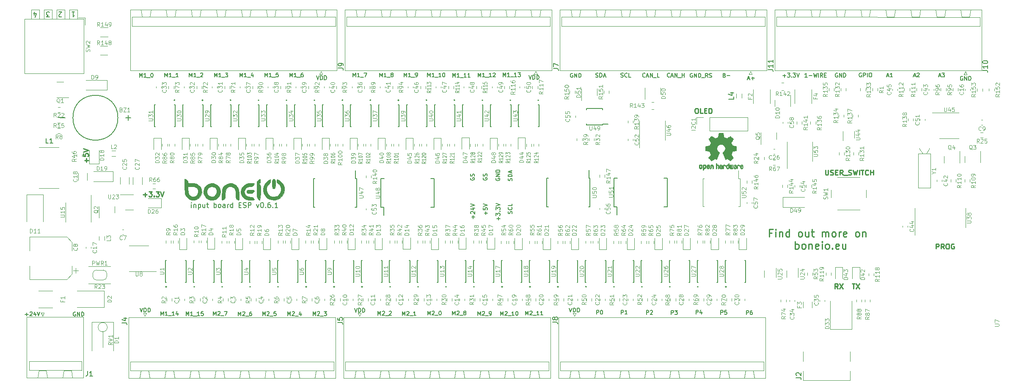
<source format=gbr>
%TF.GenerationSoftware,KiCad,Pcbnew,(6.0.0)*%
%TF.CreationDate,2023-02-03T10:22:37+01:00*%
%TF.ProjectId,boneIO - input WT32,626f6e65-494f-4202-9d20-696e70757420,rev?*%
%TF.SameCoordinates,Original*%
%TF.FileFunction,Legend,Top*%
%TF.FilePolarity,Positive*%
%FSLAX46Y46*%
G04 Gerber Fmt 4.6, Leading zero omitted, Abs format (unit mm)*
G04 Created by KiCad (PCBNEW (6.0.0)) date 2023-02-03 10:22:37*
%MOMM*%
%LPD*%
G01*
G04 APERTURE LIST*
%ADD10C,0.150000*%
%ADD11C,0.200000*%
%ADD12C,0.250000*%
%ADD13C,0.100000*%
%ADD14C,0.120000*%
%ADD15C,0.127000*%
%ADD16C,0.010000*%
G04 APERTURE END LIST*
D10*
X87520952Y-88722380D02*
X87520952Y-88055714D01*
X87520952Y-87722380D02*
X87473333Y-87770000D01*
X87520952Y-87817619D01*
X87568571Y-87770000D01*
X87520952Y-87722380D01*
X87520952Y-87817619D01*
X87997142Y-88055714D02*
X87997142Y-88722380D01*
X87997142Y-88150952D02*
X88044761Y-88103333D01*
X88139999Y-88055714D01*
X88282857Y-88055714D01*
X88378095Y-88103333D01*
X88425714Y-88198571D01*
X88425714Y-88722380D01*
X88901904Y-88055714D02*
X88901904Y-89055714D01*
X88901904Y-88103333D02*
X88997142Y-88055714D01*
X89187619Y-88055714D01*
X89282857Y-88103333D01*
X89330476Y-88150952D01*
X89378095Y-88246190D01*
X89378095Y-88531904D01*
X89330476Y-88627142D01*
X89282857Y-88674761D01*
X89187619Y-88722380D01*
X88997142Y-88722380D01*
X88901904Y-88674761D01*
X90235238Y-88055714D02*
X90235238Y-88722380D01*
X89806666Y-88055714D02*
X89806666Y-88579523D01*
X89854285Y-88674761D01*
X89949523Y-88722380D01*
X90092380Y-88722380D01*
X90187619Y-88674761D01*
X90235238Y-88627142D01*
X90568571Y-88055714D02*
X90949523Y-88055714D01*
X90711428Y-87722380D02*
X90711428Y-88579523D01*
X90759047Y-88674761D01*
X90854285Y-88722380D01*
X90949523Y-88722380D01*
X92044761Y-88722380D02*
X92044761Y-87722380D01*
X92044761Y-88103333D02*
X92139999Y-88055714D01*
X92330476Y-88055714D01*
X92425714Y-88103333D01*
X92473333Y-88150952D01*
X92520952Y-88246190D01*
X92520952Y-88531904D01*
X92473333Y-88627142D01*
X92425714Y-88674761D01*
X92330476Y-88722380D01*
X92139999Y-88722380D01*
X92044761Y-88674761D01*
X93092380Y-88722380D02*
X92997142Y-88674761D01*
X92949523Y-88627142D01*
X92901904Y-88531904D01*
X92901904Y-88246190D01*
X92949523Y-88150952D01*
X92997142Y-88103333D01*
X93092380Y-88055714D01*
X93235238Y-88055714D01*
X93330476Y-88103333D01*
X93378095Y-88150952D01*
X93425714Y-88246190D01*
X93425714Y-88531904D01*
X93378095Y-88627142D01*
X93330476Y-88674761D01*
X93235238Y-88722380D01*
X93092380Y-88722380D01*
X94282857Y-88722380D02*
X94282857Y-88198571D01*
X94235238Y-88103333D01*
X94139999Y-88055714D01*
X93949523Y-88055714D01*
X93854285Y-88103333D01*
X94282857Y-88674761D02*
X94187619Y-88722380D01*
X93949523Y-88722380D01*
X93854285Y-88674761D01*
X93806666Y-88579523D01*
X93806666Y-88484285D01*
X93854285Y-88389047D01*
X93949523Y-88341428D01*
X94187619Y-88341428D01*
X94282857Y-88293809D01*
X94759047Y-88722380D02*
X94759047Y-88055714D01*
X94759047Y-88246190D02*
X94806666Y-88150952D01*
X94854285Y-88103333D01*
X94949523Y-88055714D01*
X95044761Y-88055714D01*
X95806666Y-88722380D02*
X95806666Y-87722380D01*
X95806666Y-88674761D02*
X95711428Y-88722380D01*
X95520952Y-88722380D01*
X95425714Y-88674761D01*
X95378095Y-88627142D01*
X95330476Y-88531904D01*
X95330476Y-88246190D01*
X95378095Y-88150952D01*
X95425714Y-88103333D01*
X95520952Y-88055714D01*
X95711428Y-88055714D01*
X95806666Y-88103333D01*
X97044761Y-88198571D02*
X97378095Y-88198571D01*
X97520952Y-88722380D02*
X97044761Y-88722380D01*
X97044761Y-87722380D01*
X97520952Y-87722380D01*
X97901904Y-88674761D02*
X98044761Y-88722380D01*
X98282857Y-88722380D01*
X98378095Y-88674761D01*
X98425714Y-88627142D01*
X98473333Y-88531904D01*
X98473333Y-88436666D01*
X98425714Y-88341428D01*
X98378095Y-88293809D01*
X98282857Y-88246190D01*
X98092380Y-88198571D01*
X97997142Y-88150952D01*
X97949523Y-88103333D01*
X97901904Y-88008095D01*
X97901904Y-87912857D01*
X97949523Y-87817619D01*
X97997142Y-87770000D01*
X98092380Y-87722380D01*
X98330476Y-87722380D01*
X98473333Y-87770000D01*
X98901904Y-88722380D02*
X98901904Y-87722380D01*
X99282857Y-87722380D01*
X99378095Y-87770000D01*
X99425714Y-87817619D01*
X99473333Y-87912857D01*
X99473333Y-88055714D01*
X99425714Y-88150952D01*
X99378095Y-88198571D01*
X99282857Y-88246190D01*
X98901904Y-88246190D01*
X100568571Y-88055714D02*
X100806666Y-88722380D01*
X101044761Y-88055714D01*
X101616190Y-87722380D02*
X101711428Y-87722380D01*
X101806666Y-87770000D01*
X101854285Y-87817619D01*
X101901904Y-87912857D01*
X101949523Y-88103333D01*
X101949523Y-88341428D01*
X101901904Y-88531904D01*
X101854285Y-88627142D01*
X101806666Y-88674761D01*
X101711428Y-88722380D01*
X101616190Y-88722380D01*
X101520952Y-88674761D01*
X101473333Y-88627142D01*
X101425714Y-88531904D01*
X101378095Y-88341428D01*
X101378095Y-88103333D01*
X101425714Y-87912857D01*
X101473333Y-87817619D01*
X101520952Y-87770000D01*
X101616190Y-87722380D01*
X102378095Y-88627142D02*
X102425714Y-88674761D01*
X102378095Y-88722380D01*
X102330476Y-88674761D01*
X102378095Y-88627142D01*
X102378095Y-88722380D01*
X103282857Y-87722380D02*
X103092380Y-87722380D01*
X102997142Y-87770000D01*
X102949523Y-87817619D01*
X102854285Y-87960476D01*
X102806666Y-88150952D01*
X102806666Y-88531904D01*
X102854285Y-88627142D01*
X102901904Y-88674761D01*
X102997142Y-88722380D01*
X103187619Y-88722380D01*
X103282857Y-88674761D01*
X103330476Y-88627142D01*
X103378095Y-88531904D01*
X103378095Y-88293809D01*
X103330476Y-88198571D01*
X103282857Y-88150952D01*
X103187619Y-88103333D01*
X102997142Y-88103333D01*
X102901904Y-88150952D01*
X102854285Y-88198571D01*
X102806666Y-88293809D01*
X103806666Y-88627142D02*
X103854285Y-88674761D01*
X103806666Y-88722380D01*
X103759047Y-88674761D01*
X103806666Y-88627142D01*
X103806666Y-88722380D01*
X104806666Y-88722380D02*
X104235238Y-88722380D01*
X104520952Y-88722380D02*
X104520952Y-87722380D01*
X104425714Y-87865238D01*
X104330476Y-87960476D01*
X104235238Y-88008095D01*
X241840476Y-62420000D02*
X241764285Y-62381904D01*
X241650000Y-62381904D01*
X241535714Y-62420000D01*
X241459523Y-62496190D01*
X241421428Y-62572380D01*
X241383333Y-62724761D01*
X241383333Y-62839047D01*
X241421428Y-62991428D01*
X241459523Y-63067619D01*
X241535714Y-63143809D01*
X241650000Y-63181904D01*
X241726190Y-63181904D01*
X241840476Y-63143809D01*
X241878571Y-63105714D01*
X241878571Y-62839047D01*
X241726190Y-62839047D01*
X242221428Y-63181904D02*
X242221428Y-62381904D01*
X242678571Y-63181904D01*
X242678571Y-62381904D01*
X243059523Y-63181904D02*
X243059523Y-62381904D01*
X243250000Y-62381904D01*
X243364285Y-62420000D01*
X243440476Y-62496190D01*
X243478571Y-62572380D01*
X243516666Y-62724761D01*
X243516666Y-62839047D01*
X243478571Y-62991428D01*
X243440476Y-63067619D01*
X243364285Y-63143809D01*
X243250000Y-63181904D01*
X243059523Y-63181904D01*
X193439523Y-110141904D02*
X193439523Y-109341904D01*
X193744285Y-109341904D01*
X193820476Y-109380000D01*
X193858571Y-109418095D01*
X193896666Y-109494285D01*
X193896666Y-109608571D01*
X193858571Y-109684761D01*
X193820476Y-109722857D01*
X193744285Y-109760952D01*
X193439523Y-109760952D01*
X194620476Y-109341904D02*
X194239523Y-109341904D01*
X194201428Y-109722857D01*
X194239523Y-109684761D01*
X194315714Y-109646666D01*
X194506190Y-109646666D01*
X194582380Y-109684761D01*
X194620476Y-109722857D01*
X194658571Y-109799047D01*
X194658571Y-109989523D01*
X194620476Y-110065714D01*
X194582380Y-110103809D01*
X194506190Y-110141904D01*
X194315714Y-110141904D01*
X194239523Y-110103809D01*
X194201428Y-110065714D01*
X134806666Y-110291904D02*
X134806666Y-109491904D01*
X135073333Y-110063333D01*
X135340000Y-109491904D01*
X135340000Y-110291904D01*
X135682857Y-109568095D02*
X135720952Y-109530000D01*
X135797142Y-109491904D01*
X135987619Y-109491904D01*
X136063809Y-109530000D01*
X136101904Y-109568095D01*
X136140000Y-109644285D01*
X136140000Y-109720476D01*
X136101904Y-109834761D01*
X135644761Y-110291904D01*
X136140000Y-110291904D01*
X136292380Y-110368095D02*
X136901904Y-110368095D01*
X137244761Y-109491904D02*
X137320952Y-109491904D01*
X137397142Y-109530000D01*
X137435238Y-109568095D01*
X137473333Y-109644285D01*
X137511428Y-109796666D01*
X137511428Y-109987142D01*
X137473333Y-110139523D01*
X137435238Y-110215714D01*
X137397142Y-110253809D01*
X137320952Y-110291904D01*
X137244761Y-110291904D01*
X137168571Y-110253809D01*
X137130476Y-110215714D01*
X137092380Y-110139523D01*
X137054285Y-109987142D01*
X137054285Y-109796666D01*
X137092380Y-109644285D01*
X137130476Y-109568095D01*
X137168571Y-109530000D01*
X137244761Y-109491904D01*
X183529523Y-110171904D02*
X183529523Y-109371904D01*
X183834285Y-109371904D01*
X183910476Y-109410000D01*
X183948571Y-109448095D01*
X183986666Y-109524285D01*
X183986666Y-109638571D01*
X183948571Y-109714761D01*
X183910476Y-109752857D01*
X183834285Y-109790952D01*
X183529523Y-109790952D01*
X184253333Y-109371904D02*
X184748571Y-109371904D01*
X184481904Y-109676666D01*
X184596190Y-109676666D01*
X184672380Y-109714761D01*
X184710476Y-109752857D01*
X184748571Y-109829047D01*
X184748571Y-110019523D01*
X184710476Y-110095714D01*
X184672380Y-110133809D01*
X184596190Y-110171904D01*
X184367619Y-110171904D01*
X184291428Y-110133809D01*
X184253333Y-110095714D01*
X102226666Y-62501904D02*
X102226666Y-61701904D01*
X102493333Y-62273333D01*
X102760000Y-61701904D01*
X102760000Y-62501904D01*
X103560000Y-62501904D02*
X103102857Y-62501904D01*
X103331428Y-62501904D02*
X103331428Y-61701904D01*
X103255238Y-61816190D01*
X103179047Y-61892380D01*
X103102857Y-61930476D01*
X103712380Y-62578095D02*
X104321904Y-62578095D01*
X104893333Y-61701904D02*
X104512380Y-61701904D01*
X104474285Y-62082857D01*
X104512380Y-62044761D01*
X104588571Y-62006666D01*
X104779047Y-62006666D01*
X104855238Y-62044761D01*
X104893333Y-62082857D01*
X104931428Y-62159047D01*
X104931428Y-62349523D01*
X104893333Y-62425714D01*
X104855238Y-62463809D01*
X104779047Y-62501904D01*
X104588571Y-62501904D01*
X104512380Y-62463809D01*
X104474285Y-62425714D01*
X112523333Y-62281904D02*
X112790000Y-63081904D01*
X113056666Y-62281904D01*
X113323333Y-63081904D02*
X113323333Y-62281904D01*
X113513809Y-62281904D01*
X113628095Y-62320000D01*
X113704285Y-62396190D01*
X113742380Y-62472380D01*
X113780476Y-62624761D01*
X113780476Y-62739047D01*
X113742380Y-62891428D01*
X113704285Y-62967619D01*
X113628095Y-63043809D01*
X113513809Y-63081904D01*
X113323333Y-63081904D01*
X114123333Y-63081904D02*
X114123333Y-62281904D01*
X114313809Y-62281904D01*
X114428095Y-62320000D01*
X114504285Y-62396190D01*
X114542380Y-62472380D01*
X114580476Y-62624761D01*
X114580476Y-62739047D01*
X114542380Y-62891428D01*
X114504285Y-62967619D01*
X114428095Y-63043809D01*
X114313809Y-63081904D01*
X114123333Y-63081904D01*
X77233333Y-108871904D02*
X77500000Y-109671904D01*
X77766666Y-108871904D01*
X78033333Y-109671904D02*
X78033333Y-108871904D01*
X78223809Y-108871904D01*
X78338095Y-108910000D01*
X78414285Y-108986190D01*
X78452380Y-109062380D01*
X78490476Y-109214761D01*
X78490476Y-109329047D01*
X78452380Y-109481428D01*
X78414285Y-109557619D01*
X78338095Y-109633809D01*
X78223809Y-109671904D01*
X78033333Y-109671904D01*
X78833333Y-109671904D02*
X78833333Y-108871904D01*
X79023809Y-108871904D01*
X79138095Y-108910000D01*
X79214285Y-108986190D01*
X79252380Y-109062380D01*
X79290476Y-109214761D01*
X79290476Y-109329047D01*
X79252380Y-109481428D01*
X79214285Y-109557619D01*
X79138095Y-109633809D01*
X79023809Y-109671904D01*
X78833333Y-109671904D01*
X106816666Y-110401904D02*
X106816666Y-109601904D01*
X107083333Y-110173333D01*
X107350000Y-109601904D01*
X107350000Y-110401904D01*
X107692857Y-109678095D02*
X107730952Y-109640000D01*
X107807142Y-109601904D01*
X107997619Y-109601904D01*
X108073809Y-109640000D01*
X108111904Y-109678095D01*
X108150000Y-109754285D01*
X108150000Y-109830476D01*
X108111904Y-109944761D01*
X107654761Y-110401904D01*
X108150000Y-110401904D01*
X108302380Y-110478095D02*
X108911904Y-110478095D01*
X109445238Y-109868571D02*
X109445238Y-110401904D01*
X109254761Y-109563809D02*
X109064285Y-110135238D01*
X109559523Y-110135238D01*
X125206666Y-62521904D02*
X125206666Y-61721904D01*
X125473333Y-62293333D01*
X125740000Y-61721904D01*
X125740000Y-62521904D01*
X126540000Y-62521904D02*
X126082857Y-62521904D01*
X126311428Y-62521904D02*
X126311428Y-61721904D01*
X126235238Y-61836190D01*
X126159047Y-61912380D01*
X126082857Y-61950476D01*
X126692380Y-62598095D02*
X127301904Y-62598095D01*
X127606666Y-62064761D02*
X127530476Y-62026666D01*
X127492380Y-61988571D01*
X127454285Y-61912380D01*
X127454285Y-61874285D01*
X127492380Y-61798095D01*
X127530476Y-61760000D01*
X127606666Y-61721904D01*
X127759047Y-61721904D01*
X127835238Y-61760000D01*
X127873333Y-61798095D01*
X127911428Y-61874285D01*
X127911428Y-61912380D01*
X127873333Y-61988571D01*
X127835238Y-62026666D01*
X127759047Y-62064761D01*
X127606666Y-62064761D01*
X127530476Y-62102857D01*
X127492380Y-62140952D01*
X127454285Y-62217142D01*
X127454285Y-62369523D01*
X127492380Y-62445714D01*
X127530476Y-62483809D01*
X127606666Y-62521904D01*
X127759047Y-62521904D01*
X127835238Y-62483809D01*
X127873333Y-62445714D01*
X127911428Y-62369523D01*
X127911428Y-62217142D01*
X127873333Y-62140952D01*
X127835238Y-62102857D01*
X127759047Y-62064761D01*
X151673809Y-83321428D02*
X151711904Y-83207142D01*
X151711904Y-83016666D01*
X151673809Y-82940476D01*
X151635714Y-82902380D01*
X151559523Y-82864285D01*
X151483333Y-82864285D01*
X151407142Y-82902380D01*
X151369047Y-82940476D01*
X151330952Y-83016666D01*
X151292857Y-83169047D01*
X151254761Y-83245238D01*
X151216666Y-83283333D01*
X151140476Y-83321428D01*
X151064285Y-83321428D01*
X150988095Y-83283333D01*
X150950000Y-83245238D01*
X150911904Y-83169047D01*
X150911904Y-82978571D01*
X150950000Y-82864285D01*
X151711904Y-82521428D02*
X150911904Y-82521428D01*
X150911904Y-82330952D01*
X150950000Y-82216666D01*
X151026190Y-82140476D01*
X151102380Y-82102380D01*
X151254761Y-82064285D01*
X151369047Y-82064285D01*
X151521428Y-82102380D01*
X151597619Y-82140476D01*
X151673809Y-82216666D01*
X151711904Y-82330952D01*
X151711904Y-82521428D01*
X151483333Y-81759523D02*
X151483333Y-81378571D01*
X151711904Y-81835714D02*
X150911904Y-81569047D01*
X151711904Y-81302380D01*
X146457142Y-90128571D02*
X146457142Y-89519047D01*
X146761904Y-89823809D02*
X146152380Y-89823809D01*
X145961904Y-88757142D02*
X145961904Y-89138095D01*
X146342857Y-89176190D01*
X146304761Y-89138095D01*
X146266666Y-89061904D01*
X146266666Y-88871428D01*
X146304761Y-88795238D01*
X146342857Y-88757142D01*
X146419047Y-88719047D01*
X146609523Y-88719047D01*
X146685714Y-88757142D01*
X146723809Y-88795238D01*
X146761904Y-88871428D01*
X146761904Y-89061904D01*
X146723809Y-89138095D01*
X146685714Y-89176190D01*
X145961904Y-88490476D02*
X146761904Y-88223809D01*
X145961904Y-87957142D01*
X188489523Y-110081904D02*
X188489523Y-109281904D01*
X188794285Y-109281904D01*
X188870476Y-109320000D01*
X188908571Y-109358095D01*
X188946666Y-109434285D01*
X188946666Y-109548571D01*
X188908571Y-109624761D01*
X188870476Y-109662857D01*
X188794285Y-109700952D01*
X188489523Y-109700952D01*
X189632380Y-109548571D02*
X189632380Y-110081904D01*
X189441904Y-109243809D02*
X189251428Y-109815238D01*
X189746666Y-109815238D01*
D11*
X61585714Y-50392380D02*
X61538095Y-50440000D01*
X61442857Y-50487619D01*
X61204761Y-50487619D01*
X61109523Y-50440000D01*
X61061904Y-50392380D01*
X61014285Y-50297142D01*
X61014285Y-50201904D01*
X61061904Y-50059047D01*
X61633333Y-49487619D01*
X61014285Y-49487619D01*
D10*
X120183333Y-108911904D02*
X120450000Y-109711904D01*
X120716666Y-108911904D01*
X120983333Y-109711904D02*
X120983333Y-108911904D01*
X121173809Y-108911904D01*
X121288095Y-108950000D01*
X121364285Y-109026190D01*
X121402380Y-109102380D01*
X121440476Y-109254761D01*
X121440476Y-109369047D01*
X121402380Y-109521428D01*
X121364285Y-109597619D01*
X121288095Y-109673809D01*
X121173809Y-109711904D01*
X120983333Y-109711904D01*
X121783333Y-109711904D02*
X121783333Y-108911904D01*
X121973809Y-108911904D01*
X122088095Y-108950000D01*
X122164285Y-109026190D01*
X122202380Y-109102380D01*
X122240476Y-109254761D01*
X122240476Y-109369047D01*
X122202380Y-109521428D01*
X122164285Y-109597619D01*
X122088095Y-109673809D01*
X121973809Y-109711904D01*
X121783333Y-109711904D01*
D12*
X203675714Y-93805357D02*
X203175714Y-93805357D01*
X203175714Y-94591071D02*
X203175714Y-93091071D01*
X203890000Y-93091071D01*
X204461428Y-94591071D02*
X204461428Y-93591071D01*
X204461428Y-93091071D02*
X204390000Y-93162500D01*
X204461428Y-93233928D01*
X204532857Y-93162500D01*
X204461428Y-93091071D01*
X204461428Y-93233928D01*
X205175714Y-93591071D02*
X205175714Y-94591071D01*
X205175714Y-93733928D02*
X205247142Y-93662500D01*
X205390000Y-93591071D01*
X205604285Y-93591071D01*
X205747142Y-93662500D01*
X205818571Y-93805357D01*
X205818571Y-94591071D01*
X207175714Y-94591071D02*
X207175714Y-93091071D01*
X207175714Y-94519642D02*
X207032857Y-94591071D01*
X206747142Y-94591071D01*
X206604285Y-94519642D01*
X206532857Y-94448214D01*
X206461428Y-94305357D01*
X206461428Y-93876785D01*
X206532857Y-93733928D01*
X206604285Y-93662500D01*
X206747142Y-93591071D01*
X207032857Y-93591071D01*
X207175714Y-93662500D01*
X209247142Y-94591071D02*
X209104285Y-94519642D01*
X209032857Y-94448214D01*
X208961428Y-94305357D01*
X208961428Y-93876785D01*
X209032857Y-93733928D01*
X209104285Y-93662500D01*
X209247142Y-93591071D01*
X209461428Y-93591071D01*
X209604285Y-93662500D01*
X209675714Y-93733928D01*
X209747142Y-93876785D01*
X209747142Y-94305357D01*
X209675714Y-94448214D01*
X209604285Y-94519642D01*
X209461428Y-94591071D01*
X209247142Y-94591071D01*
X211032857Y-93591071D02*
X211032857Y-94591071D01*
X210390000Y-93591071D02*
X210390000Y-94376785D01*
X210461428Y-94519642D01*
X210604285Y-94591071D01*
X210818571Y-94591071D01*
X210961428Y-94519642D01*
X211032857Y-94448214D01*
X211532857Y-93591071D02*
X212104285Y-93591071D01*
X211747142Y-93091071D02*
X211747142Y-94376785D01*
X211818571Y-94519642D01*
X211961428Y-94591071D01*
X212104285Y-94591071D01*
X213747142Y-94591071D02*
X213747142Y-93591071D01*
X213747142Y-93733928D02*
X213818571Y-93662500D01*
X213961428Y-93591071D01*
X214175714Y-93591071D01*
X214318571Y-93662500D01*
X214390000Y-93805357D01*
X214390000Y-94591071D01*
X214390000Y-93805357D02*
X214461428Y-93662500D01*
X214604285Y-93591071D01*
X214818571Y-93591071D01*
X214961428Y-93662500D01*
X215032857Y-93805357D01*
X215032857Y-94591071D01*
X215961428Y-94591071D02*
X215818571Y-94519642D01*
X215747142Y-94448214D01*
X215675714Y-94305357D01*
X215675714Y-93876785D01*
X215747142Y-93733928D01*
X215818571Y-93662500D01*
X215961428Y-93591071D01*
X216175714Y-93591071D01*
X216318571Y-93662500D01*
X216390000Y-93733928D01*
X216461428Y-93876785D01*
X216461428Y-94305357D01*
X216390000Y-94448214D01*
X216318571Y-94519642D01*
X216175714Y-94591071D01*
X215961428Y-94591071D01*
X217104285Y-94591071D02*
X217104285Y-93591071D01*
X217104285Y-93876785D02*
X217175714Y-93733928D01*
X217247142Y-93662500D01*
X217390000Y-93591071D01*
X217532857Y-93591071D01*
X218604285Y-94519642D02*
X218461428Y-94591071D01*
X218175714Y-94591071D01*
X218032857Y-94519642D01*
X217961428Y-94376785D01*
X217961428Y-93805357D01*
X218032857Y-93662500D01*
X218175714Y-93591071D01*
X218461428Y-93591071D01*
X218604285Y-93662500D01*
X218675714Y-93805357D01*
X218675714Y-93948214D01*
X217961428Y-94091071D01*
X220675714Y-94591071D02*
X220532857Y-94519642D01*
X220461428Y-94448214D01*
X220390000Y-94305357D01*
X220390000Y-93876785D01*
X220461428Y-93733928D01*
X220532857Y-93662500D01*
X220675714Y-93591071D01*
X220890000Y-93591071D01*
X221032857Y-93662500D01*
X221104285Y-93733928D01*
X221175714Y-93876785D01*
X221175714Y-94305357D01*
X221104285Y-94448214D01*
X221032857Y-94519642D01*
X220890000Y-94591071D01*
X220675714Y-94591071D01*
X221818571Y-93591071D02*
X221818571Y-94591071D01*
X221818571Y-93733928D02*
X221890000Y-93662500D01*
X222032857Y-93591071D01*
X222247142Y-93591071D01*
X222390000Y-93662500D01*
X222461428Y-93805357D01*
X222461428Y-94591071D01*
X208354285Y-97006071D02*
X208354285Y-95506071D01*
X208354285Y-96077500D02*
X208497142Y-96006071D01*
X208782857Y-96006071D01*
X208925714Y-96077500D01*
X208997142Y-96148928D01*
X209068571Y-96291785D01*
X209068571Y-96720357D01*
X208997142Y-96863214D01*
X208925714Y-96934642D01*
X208782857Y-97006071D01*
X208497142Y-97006071D01*
X208354285Y-96934642D01*
X209925714Y-97006071D02*
X209782857Y-96934642D01*
X209711428Y-96863214D01*
X209640000Y-96720357D01*
X209640000Y-96291785D01*
X209711428Y-96148928D01*
X209782857Y-96077500D01*
X209925714Y-96006071D01*
X210140000Y-96006071D01*
X210282857Y-96077500D01*
X210354285Y-96148928D01*
X210425714Y-96291785D01*
X210425714Y-96720357D01*
X210354285Y-96863214D01*
X210282857Y-96934642D01*
X210140000Y-97006071D01*
X209925714Y-97006071D01*
X211068571Y-96006071D02*
X211068571Y-97006071D01*
X211068571Y-96148928D02*
X211140000Y-96077500D01*
X211282857Y-96006071D01*
X211497142Y-96006071D01*
X211640000Y-96077500D01*
X211711428Y-96220357D01*
X211711428Y-97006071D01*
X212997142Y-96934642D02*
X212854285Y-97006071D01*
X212568571Y-97006071D01*
X212425714Y-96934642D01*
X212354285Y-96791785D01*
X212354285Y-96220357D01*
X212425714Y-96077500D01*
X212568571Y-96006071D01*
X212854285Y-96006071D01*
X212997142Y-96077500D01*
X213068571Y-96220357D01*
X213068571Y-96363214D01*
X212354285Y-96506071D01*
X213711428Y-97006071D02*
X213711428Y-96006071D01*
X213711428Y-95506071D02*
X213640000Y-95577500D01*
X213711428Y-95648928D01*
X213782857Y-95577500D01*
X213711428Y-95506071D01*
X213711428Y-95648928D01*
X214640000Y-97006071D02*
X214497142Y-96934642D01*
X214425714Y-96863214D01*
X214354285Y-96720357D01*
X214354285Y-96291785D01*
X214425714Y-96148928D01*
X214497142Y-96077500D01*
X214640000Y-96006071D01*
X214854285Y-96006071D01*
X214997142Y-96077500D01*
X215068571Y-96148928D01*
X215140000Y-96291785D01*
X215140000Y-96720357D01*
X215068571Y-96863214D01*
X214997142Y-96934642D01*
X214854285Y-97006071D01*
X214640000Y-97006071D01*
X215782857Y-96863214D02*
X215854285Y-96934642D01*
X215782857Y-97006071D01*
X215711428Y-96934642D01*
X215782857Y-96863214D01*
X215782857Y-97006071D01*
X217068571Y-96934642D02*
X216925714Y-97006071D01*
X216640000Y-97006071D01*
X216497142Y-96934642D01*
X216425714Y-96791785D01*
X216425714Y-96220357D01*
X216497142Y-96077500D01*
X216640000Y-96006071D01*
X216925714Y-96006071D01*
X217068571Y-96077500D01*
X217140000Y-96220357D01*
X217140000Y-96363214D01*
X216425714Y-96506071D01*
X218425714Y-96006071D02*
X218425714Y-97006071D01*
X217782857Y-96006071D02*
X217782857Y-96791785D01*
X217854285Y-96934642D01*
X217997142Y-97006071D01*
X218211428Y-97006071D01*
X218354285Y-96934642D01*
X218425714Y-96863214D01*
D10*
X64315476Y-109725000D02*
X64239285Y-109686904D01*
X64125000Y-109686904D01*
X64010714Y-109725000D01*
X63934523Y-109801190D01*
X63896428Y-109877380D01*
X63858333Y-110029761D01*
X63858333Y-110144047D01*
X63896428Y-110296428D01*
X63934523Y-110372619D01*
X64010714Y-110448809D01*
X64125000Y-110486904D01*
X64201190Y-110486904D01*
X64315476Y-110448809D01*
X64353571Y-110410714D01*
X64353571Y-110144047D01*
X64201190Y-110144047D01*
X64696428Y-110486904D02*
X64696428Y-109686904D01*
X65153571Y-110486904D01*
X65153571Y-109686904D01*
X65534523Y-110486904D02*
X65534523Y-109686904D01*
X65725000Y-109686904D01*
X65839285Y-109725000D01*
X65915476Y-109801190D01*
X65953571Y-109877380D01*
X65991666Y-110029761D01*
X65991666Y-110144047D01*
X65953571Y-110296428D01*
X65915476Y-110372619D01*
X65839285Y-110448809D01*
X65725000Y-110486904D01*
X65534523Y-110486904D01*
X129746666Y-110361904D02*
X129746666Y-109561904D01*
X130013333Y-110133333D01*
X130280000Y-109561904D01*
X130280000Y-110361904D01*
X130622857Y-109638095D02*
X130660952Y-109600000D01*
X130737142Y-109561904D01*
X130927619Y-109561904D01*
X131003809Y-109600000D01*
X131041904Y-109638095D01*
X131080000Y-109714285D01*
X131080000Y-109790476D01*
X131041904Y-109904761D01*
X130584761Y-110361904D01*
X131080000Y-110361904D01*
X131232380Y-110438095D02*
X131841904Y-110438095D01*
X132451428Y-110361904D02*
X131994285Y-110361904D01*
X132222857Y-110361904D02*
X132222857Y-109561904D01*
X132146666Y-109676190D01*
X132070476Y-109752380D01*
X131994285Y-109790476D01*
X216790476Y-61790000D02*
X216714285Y-61751904D01*
X216600000Y-61751904D01*
X216485714Y-61790000D01*
X216409523Y-61866190D01*
X216371428Y-61942380D01*
X216333333Y-62094761D01*
X216333333Y-62209047D01*
X216371428Y-62361428D01*
X216409523Y-62437619D01*
X216485714Y-62513809D01*
X216600000Y-62551904D01*
X216676190Y-62551904D01*
X216790476Y-62513809D01*
X216828571Y-62475714D01*
X216828571Y-62209047D01*
X216676190Y-62209047D01*
X217171428Y-62551904D02*
X217171428Y-61751904D01*
X217628571Y-62551904D01*
X217628571Y-61751904D01*
X218009523Y-62551904D02*
X218009523Y-61751904D01*
X218200000Y-61751904D01*
X218314285Y-61790000D01*
X218390476Y-61866190D01*
X218428571Y-61942380D01*
X218466666Y-62094761D01*
X218466666Y-62209047D01*
X218428571Y-62361428D01*
X218390476Y-62437619D01*
X218314285Y-62513809D01*
X218200000Y-62551904D01*
X218009523Y-62551904D01*
X143917142Y-90919523D02*
X143917142Y-90310000D01*
X144221904Y-90614761D02*
X143612380Y-90614761D01*
X143498095Y-89967142D02*
X143460000Y-89929047D01*
X143421904Y-89852857D01*
X143421904Y-89662380D01*
X143460000Y-89586190D01*
X143498095Y-89548095D01*
X143574285Y-89510000D01*
X143650476Y-89510000D01*
X143764761Y-89548095D01*
X144221904Y-90005238D01*
X144221904Y-89510000D01*
X143688571Y-88824285D02*
X144221904Y-88824285D01*
X143383809Y-89014761D02*
X143955238Y-89205238D01*
X143955238Y-88710000D01*
X143421904Y-88519523D02*
X144221904Y-88252857D01*
X143421904Y-87986190D01*
X91926666Y-110371904D02*
X91926666Y-109571904D01*
X92193333Y-110143333D01*
X92460000Y-109571904D01*
X92460000Y-110371904D01*
X92802857Y-109648095D02*
X92840952Y-109610000D01*
X92917142Y-109571904D01*
X93107619Y-109571904D01*
X93183809Y-109610000D01*
X93221904Y-109648095D01*
X93260000Y-109724285D01*
X93260000Y-109800476D01*
X93221904Y-109914761D01*
X92764761Y-110371904D01*
X93260000Y-110371904D01*
X93412380Y-110448095D02*
X94021904Y-110448095D01*
X94136190Y-109571904D02*
X94669523Y-109571904D01*
X94326666Y-110371904D01*
X178297142Y-62485714D02*
X178259047Y-62523809D01*
X178144761Y-62561904D01*
X178068571Y-62561904D01*
X177954285Y-62523809D01*
X177878095Y-62447619D01*
X177840000Y-62371428D01*
X177801904Y-62219047D01*
X177801904Y-62104761D01*
X177840000Y-61952380D01*
X177878095Y-61876190D01*
X177954285Y-61800000D01*
X178068571Y-61761904D01*
X178144761Y-61761904D01*
X178259047Y-61800000D01*
X178297142Y-61838095D01*
X178601904Y-62333333D02*
X178982857Y-62333333D01*
X178525714Y-62561904D02*
X178792380Y-61761904D01*
X179059047Y-62561904D01*
X179325714Y-62561904D02*
X179325714Y-61761904D01*
X179782857Y-62561904D01*
X179782857Y-61761904D01*
X179973333Y-62638095D02*
X180582857Y-62638095D01*
X181154285Y-62561904D02*
X180773333Y-62561904D01*
X180773333Y-61761904D01*
X97236666Y-62531904D02*
X97236666Y-61731904D01*
X97503333Y-62303333D01*
X97770000Y-61731904D01*
X97770000Y-62531904D01*
X98570000Y-62531904D02*
X98112857Y-62531904D01*
X98341428Y-62531904D02*
X98341428Y-61731904D01*
X98265238Y-61846190D01*
X98189047Y-61922380D01*
X98112857Y-61960476D01*
X98722380Y-62608095D02*
X99331904Y-62608095D01*
X99865238Y-61998571D02*
X99865238Y-62531904D01*
X99674761Y-61693809D02*
X99484285Y-62265238D01*
X99979523Y-62265238D01*
D11*
X56049523Y-50154285D02*
X56049523Y-49487619D01*
X56287619Y-50535238D02*
X56525714Y-49820952D01*
X55906666Y-49820952D01*
D10*
X92116666Y-62531904D02*
X92116666Y-61731904D01*
X92383333Y-62303333D01*
X92650000Y-61731904D01*
X92650000Y-62531904D01*
X93450000Y-62531904D02*
X92992857Y-62531904D01*
X93221428Y-62531904D02*
X93221428Y-61731904D01*
X93145238Y-61846190D01*
X93069047Y-61922380D01*
X92992857Y-61960476D01*
X93602380Y-62608095D02*
X94211904Y-62608095D01*
X94326190Y-61731904D02*
X94821428Y-61731904D01*
X94554761Y-62036666D01*
X94669047Y-62036666D01*
X94745238Y-62074761D01*
X94783333Y-62112857D01*
X94821428Y-62189047D01*
X94821428Y-62379523D01*
X94783333Y-62455714D01*
X94745238Y-62493809D01*
X94669047Y-62531904D01*
X94440476Y-62531904D01*
X94364285Y-62493809D01*
X94326190Y-62455714D01*
X237078571Y-62313333D02*
X237459523Y-62313333D01*
X237002380Y-62541904D02*
X237269047Y-61741904D01*
X237535714Y-62541904D01*
X237726190Y-61741904D02*
X238221428Y-61741904D01*
X237954761Y-62046666D01*
X238069047Y-62046666D01*
X238145238Y-62084761D01*
X238183333Y-62122857D01*
X238221428Y-62199047D01*
X238221428Y-62389523D01*
X238183333Y-62465714D01*
X238145238Y-62503809D01*
X238069047Y-62541904D01*
X237840476Y-62541904D01*
X237764285Y-62503809D01*
X237726190Y-62465714D01*
X194171904Y-62172857D02*
X194286190Y-62210952D01*
X194324285Y-62249047D01*
X194362380Y-62325238D01*
X194362380Y-62439523D01*
X194324285Y-62515714D01*
X194286190Y-62553809D01*
X194210000Y-62591904D01*
X193905238Y-62591904D01*
X193905238Y-61791904D01*
X194171904Y-61791904D01*
X194248095Y-61830000D01*
X194286190Y-61868095D01*
X194324285Y-61944285D01*
X194324285Y-62020476D01*
X194286190Y-62096666D01*
X194248095Y-62134761D01*
X194171904Y-62172857D01*
X193905238Y-62172857D01*
X194705238Y-62287142D02*
X195314761Y-62287142D01*
X111856666Y-110401904D02*
X111856666Y-109601904D01*
X112123333Y-110173333D01*
X112390000Y-109601904D01*
X112390000Y-110401904D01*
X112732857Y-109678095D02*
X112770952Y-109640000D01*
X112847142Y-109601904D01*
X113037619Y-109601904D01*
X113113809Y-109640000D01*
X113151904Y-109678095D01*
X113190000Y-109754285D01*
X113190000Y-109830476D01*
X113151904Y-109944761D01*
X112694761Y-110401904D01*
X113190000Y-110401904D01*
X113342380Y-110478095D02*
X113951904Y-110478095D01*
X114066190Y-109601904D02*
X114561428Y-109601904D01*
X114294761Y-109906666D01*
X114409047Y-109906666D01*
X114485238Y-109944761D01*
X114523333Y-109982857D01*
X114561428Y-110059047D01*
X114561428Y-110249523D01*
X114523333Y-110325714D01*
X114485238Y-110363809D01*
X114409047Y-110401904D01*
X114180476Y-110401904D01*
X114104285Y-110363809D01*
X114066190Y-110325714D01*
X198569523Y-110171904D02*
X198569523Y-109371904D01*
X198874285Y-109371904D01*
X198950476Y-109410000D01*
X198988571Y-109448095D01*
X199026666Y-109524285D01*
X199026666Y-109638571D01*
X198988571Y-109714761D01*
X198950476Y-109752857D01*
X198874285Y-109790952D01*
X198569523Y-109790952D01*
X199712380Y-109371904D02*
X199560000Y-109371904D01*
X199483809Y-109410000D01*
X199445714Y-109448095D01*
X199369523Y-109562380D01*
X199331428Y-109714761D01*
X199331428Y-110019523D01*
X199369523Y-110095714D01*
X199407619Y-110133809D01*
X199483809Y-110171904D01*
X199636190Y-110171904D01*
X199712380Y-110133809D01*
X199750476Y-110095714D01*
X199788571Y-110019523D01*
X199788571Y-109829047D01*
X199750476Y-109752857D01*
X199712380Y-109714761D01*
X199636190Y-109676666D01*
X199483809Y-109676666D01*
X199407619Y-109714761D01*
X199369523Y-109752857D01*
X199331428Y-109829047D01*
X124836666Y-110331904D02*
X124836666Y-109531904D01*
X125103333Y-110103333D01*
X125370000Y-109531904D01*
X125370000Y-110331904D01*
X125712857Y-109608095D02*
X125750952Y-109570000D01*
X125827142Y-109531904D01*
X126017619Y-109531904D01*
X126093809Y-109570000D01*
X126131904Y-109608095D01*
X126170000Y-109684285D01*
X126170000Y-109760476D01*
X126131904Y-109874761D01*
X125674761Y-110331904D01*
X126170000Y-110331904D01*
X126322380Y-110408095D02*
X126931904Y-110408095D01*
X127084285Y-109608095D02*
X127122380Y-109570000D01*
X127198571Y-109531904D01*
X127389047Y-109531904D01*
X127465238Y-109570000D01*
X127503333Y-109608095D01*
X127541428Y-109684285D01*
X127541428Y-109760476D01*
X127503333Y-109874761D01*
X127046190Y-110331904D01*
X127541428Y-110331904D01*
X168438571Y-62513809D02*
X168552857Y-62551904D01*
X168743333Y-62551904D01*
X168819523Y-62513809D01*
X168857619Y-62475714D01*
X168895714Y-62399523D01*
X168895714Y-62323333D01*
X168857619Y-62247142D01*
X168819523Y-62209047D01*
X168743333Y-62170952D01*
X168590952Y-62132857D01*
X168514761Y-62094761D01*
X168476666Y-62056666D01*
X168438571Y-61980476D01*
X168438571Y-61904285D01*
X168476666Y-61828095D01*
X168514761Y-61790000D01*
X168590952Y-61751904D01*
X168781428Y-61751904D01*
X168895714Y-61790000D01*
X169238571Y-62551904D02*
X169238571Y-61751904D01*
X169429047Y-61751904D01*
X169543333Y-61790000D01*
X169619523Y-61866190D01*
X169657619Y-61942380D01*
X169695714Y-62094761D01*
X169695714Y-62209047D01*
X169657619Y-62361428D01*
X169619523Y-62437619D01*
X169543333Y-62513809D01*
X169429047Y-62551904D01*
X169238571Y-62551904D01*
X170000476Y-62323333D02*
X170381428Y-62323333D01*
X169924285Y-62551904D02*
X170190952Y-61751904D01*
X170457619Y-62551904D01*
X148470000Y-82849523D02*
X148431904Y-82925714D01*
X148431904Y-83040000D01*
X148470000Y-83154285D01*
X148546190Y-83230476D01*
X148622380Y-83268571D01*
X148774761Y-83306666D01*
X148889047Y-83306666D01*
X149041428Y-83268571D01*
X149117619Y-83230476D01*
X149193809Y-83154285D01*
X149231904Y-83040000D01*
X149231904Y-82963809D01*
X149193809Y-82849523D01*
X149155714Y-82811428D01*
X148889047Y-82811428D01*
X148889047Y-82963809D01*
X149231904Y-82468571D02*
X148431904Y-82468571D01*
X149231904Y-82011428D01*
X148431904Y-82011428D01*
X149231904Y-81630476D02*
X148431904Y-81630476D01*
X148431904Y-81440000D01*
X148470000Y-81325714D01*
X148546190Y-81249523D01*
X148622380Y-81211428D01*
X148774761Y-81173333D01*
X148889047Y-81173333D01*
X149041428Y-81211428D01*
X149117619Y-81249523D01*
X149193809Y-81325714D01*
X149231904Y-81440000D01*
X149231904Y-81630476D01*
X178599523Y-110131904D02*
X178599523Y-109331904D01*
X178904285Y-109331904D01*
X178980476Y-109370000D01*
X179018571Y-109408095D01*
X179056666Y-109484285D01*
X179056666Y-109598571D01*
X179018571Y-109674761D01*
X178980476Y-109712857D01*
X178904285Y-109750952D01*
X178599523Y-109750952D01*
X179361428Y-109408095D02*
X179399523Y-109370000D01*
X179475714Y-109331904D01*
X179666190Y-109331904D01*
X179742380Y-109370000D01*
X179780476Y-109408095D01*
X179818571Y-109484285D01*
X179818571Y-109560476D01*
X179780476Y-109674761D01*
X179323333Y-110131904D01*
X179818571Y-110131904D01*
D11*
X63584285Y-49487619D02*
X64155714Y-49487619D01*
X63870000Y-49487619D02*
X63870000Y-50487619D01*
X63965238Y-50344761D01*
X64060476Y-50249523D01*
X64155714Y-50201904D01*
D10*
X82206666Y-62531904D02*
X82206666Y-61731904D01*
X82473333Y-62303333D01*
X82740000Y-61731904D01*
X82740000Y-62531904D01*
X83540000Y-62531904D02*
X83082857Y-62531904D01*
X83311428Y-62531904D02*
X83311428Y-61731904D01*
X83235238Y-61846190D01*
X83159047Y-61922380D01*
X83082857Y-61960476D01*
X83692380Y-62608095D02*
X84301904Y-62608095D01*
X84911428Y-62531904D02*
X84454285Y-62531904D01*
X84682857Y-62531904D02*
X84682857Y-61731904D01*
X84606666Y-61846190D01*
X84530476Y-61922380D01*
X84454285Y-61960476D01*
X77156666Y-62551904D02*
X77156666Y-61751904D01*
X77423333Y-62323333D01*
X77690000Y-61751904D01*
X77690000Y-62551904D01*
X78490000Y-62551904D02*
X78032857Y-62551904D01*
X78261428Y-62551904D02*
X78261428Y-61751904D01*
X78185238Y-61866190D01*
X78109047Y-61942380D01*
X78032857Y-61980476D01*
X78642380Y-62628095D02*
X79251904Y-62628095D01*
X79594761Y-61751904D02*
X79670952Y-61751904D01*
X79747142Y-61790000D01*
X79785238Y-61828095D01*
X79823333Y-61904285D01*
X79861428Y-62056666D01*
X79861428Y-62247142D01*
X79823333Y-62399523D01*
X79785238Y-62475714D01*
X79747142Y-62513809D01*
X79670952Y-62551904D01*
X79594761Y-62551904D01*
X79518571Y-62513809D01*
X79480476Y-62475714D01*
X79442380Y-62399523D01*
X79404285Y-62247142D01*
X79404285Y-62056666D01*
X79442380Y-61904285D01*
X79480476Y-61828095D01*
X79518571Y-61790000D01*
X79594761Y-61751904D01*
D12*
X66511428Y-79625714D02*
X66511428Y-78863809D01*
X66892380Y-79244761D02*
X66130476Y-79244761D01*
X65892380Y-77911428D02*
X65892380Y-78387619D01*
X66368571Y-78435238D01*
X66320952Y-78387619D01*
X66273333Y-78292380D01*
X66273333Y-78054285D01*
X66320952Y-77959047D01*
X66368571Y-77911428D01*
X66463809Y-77863809D01*
X66701904Y-77863809D01*
X66797142Y-77911428D01*
X66844761Y-77959047D01*
X66892380Y-78054285D01*
X66892380Y-78292380D01*
X66844761Y-78387619D01*
X66797142Y-78435238D01*
X65892380Y-77578095D02*
X66892380Y-77244761D01*
X65892380Y-76911428D01*
D10*
X163133333Y-108901904D02*
X163400000Y-109701904D01*
X163666666Y-108901904D01*
X163933333Y-109701904D02*
X163933333Y-108901904D01*
X164123809Y-108901904D01*
X164238095Y-108940000D01*
X164314285Y-109016190D01*
X164352380Y-109092380D01*
X164390476Y-109244761D01*
X164390476Y-109359047D01*
X164352380Y-109511428D01*
X164314285Y-109587619D01*
X164238095Y-109663809D01*
X164123809Y-109701904D01*
X163933333Y-109701904D01*
X164733333Y-109701904D02*
X164733333Y-108901904D01*
X164923809Y-108901904D01*
X165038095Y-108940000D01*
X165114285Y-109016190D01*
X165152380Y-109092380D01*
X165190476Y-109244761D01*
X165190476Y-109359047D01*
X165152380Y-109511428D01*
X165114285Y-109587619D01*
X165038095Y-109663809D01*
X164923809Y-109701904D01*
X164733333Y-109701904D01*
X198834285Y-62873333D02*
X199215238Y-62873333D01*
X198758095Y-63101904D02*
X199024761Y-62301904D01*
X199291428Y-63101904D01*
X199558095Y-62797142D02*
X200167619Y-62797142D01*
X199862857Y-63101904D02*
X199862857Y-62492380D01*
X221600000Y-61760000D02*
X221523809Y-61721904D01*
X221409523Y-61721904D01*
X221295238Y-61760000D01*
X221219047Y-61836190D01*
X221180952Y-61912380D01*
X221142857Y-62064761D01*
X221142857Y-62179047D01*
X221180952Y-62331428D01*
X221219047Y-62407619D01*
X221295238Y-62483809D01*
X221409523Y-62521904D01*
X221485714Y-62521904D01*
X221600000Y-62483809D01*
X221638095Y-62445714D01*
X221638095Y-62179047D01*
X221485714Y-62179047D01*
X221980952Y-62521904D02*
X221980952Y-61721904D01*
X222285714Y-61721904D01*
X222361904Y-61760000D01*
X222400000Y-61798095D01*
X222438095Y-61874285D01*
X222438095Y-61988571D01*
X222400000Y-62064761D01*
X222361904Y-62102857D01*
X222285714Y-62140952D01*
X221980952Y-62140952D01*
X222780952Y-62521904D02*
X222780952Y-61721904D01*
X223314285Y-61721904D02*
X223466666Y-61721904D01*
X223542857Y-61760000D01*
X223619047Y-61836190D01*
X223657142Y-61988571D01*
X223657142Y-62255238D01*
X223619047Y-62407619D01*
X223542857Y-62483809D01*
X223466666Y-62521904D01*
X223314285Y-62521904D01*
X223238095Y-62483809D01*
X223161904Y-62407619D01*
X223123809Y-62255238D01*
X223123809Y-61988571D01*
X223161904Y-61836190D01*
X223238095Y-61760000D01*
X223314285Y-61721904D01*
X130066666Y-62501904D02*
X130066666Y-61701904D01*
X130333333Y-62273333D01*
X130600000Y-61701904D01*
X130600000Y-62501904D01*
X131400000Y-62501904D02*
X130942857Y-62501904D01*
X131171428Y-62501904D02*
X131171428Y-61701904D01*
X131095238Y-61816190D01*
X131019047Y-61892380D01*
X130942857Y-61930476D01*
X131552380Y-62578095D02*
X132161904Y-62578095D01*
X132390476Y-62501904D02*
X132542857Y-62501904D01*
X132619047Y-62463809D01*
X132657142Y-62425714D01*
X132733333Y-62311428D01*
X132771428Y-62159047D01*
X132771428Y-61854285D01*
X132733333Y-61778095D01*
X132695238Y-61740000D01*
X132619047Y-61701904D01*
X132466666Y-61701904D01*
X132390476Y-61740000D01*
X132352380Y-61778095D01*
X132314285Y-61854285D01*
X132314285Y-62044761D01*
X132352380Y-62120952D01*
X132390476Y-62159047D01*
X132466666Y-62197142D01*
X132619047Y-62197142D01*
X132695238Y-62159047D01*
X132733333Y-62120952D01*
X132771428Y-62044761D01*
X107206666Y-62531904D02*
X107206666Y-61731904D01*
X107473333Y-62303333D01*
X107740000Y-61731904D01*
X107740000Y-62531904D01*
X108540000Y-62531904D02*
X108082857Y-62531904D01*
X108311428Y-62531904D02*
X108311428Y-61731904D01*
X108235238Y-61846190D01*
X108159047Y-61922380D01*
X108082857Y-61960476D01*
X108692380Y-62608095D02*
X109301904Y-62608095D01*
X109835238Y-61731904D02*
X109682857Y-61731904D01*
X109606666Y-61770000D01*
X109568571Y-61808095D01*
X109492380Y-61922380D01*
X109454285Y-62074761D01*
X109454285Y-62379523D01*
X109492380Y-62455714D01*
X109530476Y-62493809D01*
X109606666Y-62531904D01*
X109759047Y-62531904D01*
X109835238Y-62493809D01*
X109873333Y-62455714D01*
X109911428Y-62379523D01*
X109911428Y-62189047D01*
X109873333Y-62112857D01*
X109835238Y-62074761D01*
X109759047Y-62036666D01*
X109606666Y-62036666D01*
X109530476Y-62074761D01*
X109492380Y-62112857D01*
X109454285Y-62189047D01*
X151663809Y-89932380D02*
X151701904Y-89818095D01*
X151701904Y-89627619D01*
X151663809Y-89551428D01*
X151625714Y-89513333D01*
X151549523Y-89475238D01*
X151473333Y-89475238D01*
X151397142Y-89513333D01*
X151359047Y-89551428D01*
X151320952Y-89627619D01*
X151282857Y-89780000D01*
X151244761Y-89856190D01*
X151206666Y-89894285D01*
X151130476Y-89932380D01*
X151054285Y-89932380D01*
X150978095Y-89894285D01*
X150940000Y-89856190D01*
X150901904Y-89780000D01*
X150901904Y-89589523D01*
X150940000Y-89475238D01*
X151625714Y-88675238D02*
X151663809Y-88713333D01*
X151701904Y-88827619D01*
X151701904Y-88903809D01*
X151663809Y-89018095D01*
X151587619Y-89094285D01*
X151511428Y-89132380D01*
X151359047Y-89170476D01*
X151244761Y-89170476D01*
X151092380Y-89132380D01*
X151016190Y-89094285D01*
X150940000Y-89018095D01*
X150901904Y-88903809D01*
X150901904Y-88827619D01*
X150940000Y-88713333D01*
X150978095Y-88675238D01*
X151701904Y-87951428D02*
X151701904Y-88332380D01*
X150901904Y-88332380D01*
X168599523Y-110111904D02*
X168599523Y-109311904D01*
X168904285Y-109311904D01*
X168980476Y-109350000D01*
X169018571Y-109388095D01*
X169056666Y-109464285D01*
X169056666Y-109578571D01*
X169018571Y-109654761D01*
X168980476Y-109692857D01*
X168904285Y-109730952D01*
X168599523Y-109730952D01*
X169551904Y-109311904D02*
X169628095Y-109311904D01*
X169704285Y-109350000D01*
X169742380Y-109388095D01*
X169780476Y-109464285D01*
X169818571Y-109616666D01*
X169818571Y-109807142D01*
X169780476Y-109959523D01*
X169742380Y-110035714D01*
X169704285Y-110073809D01*
X169628095Y-110111904D01*
X169551904Y-110111904D01*
X169475714Y-110073809D01*
X169437619Y-110035714D01*
X169399523Y-109959523D01*
X169361428Y-109807142D01*
X169361428Y-109616666D01*
X169399523Y-109464285D01*
X169437619Y-109388095D01*
X169475714Y-109350000D01*
X169551904Y-109311904D01*
X187774761Y-61850000D02*
X187698571Y-61811904D01*
X187584285Y-61811904D01*
X187470000Y-61850000D01*
X187393809Y-61926190D01*
X187355714Y-62002380D01*
X187317619Y-62154761D01*
X187317619Y-62269047D01*
X187355714Y-62421428D01*
X187393809Y-62497619D01*
X187470000Y-62573809D01*
X187584285Y-62611904D01*
X187660476Y-62611904D01*
X187774761Y-62573809D01*
X187812857Y-62535714D01*
X187812857Y-62269047D01*
X187660476Y-62269047D01*
X188155714Y-62611904D02*
X188155714Y-61811904D01*
X188612857Y-62611904D01*
X188612857Y-61811904D01*
X188993809Y-62611904D02*
X188993809Y-61811904D01*
X189184285Y-61811904D01*
X189298571Y-61850000D01*
X189374761Y-61926190D01*
X189412857Y-62002380D01*
X189450952Y-62154761D01*
X189450952Y-62269047D01*
X189412857Y-62421428D01*
X189374761Y-62497619D01*
X189298571Y-62573809D01*
X189184285Y-62611904D01*
X188993809Y-62611904D01*
X189603333Y-62688095D02*
X190212857Y-62688095D01*
X190860476Y-62611904D02*
X190593809Y-62230952D01*
X190403333Y-62611904D02*
X190403333Y-61811904D01*
X190708095Y-61811904D01*
X190784285Y-61850000D01*
X190822380Y-61888095D01*
X190860476Y-61964285D01*
X190860476Y-62078571D01*
X190822380Y-62154761D01*
X190784285Y-62192857D01*
X190708095Y-62230952D01*
X190403333Y-62230952D01*
X191165238Y-62573809D02*
X191279523Y-62611904D01*
X191470000Y-62611904D01*
X191546190Y-62573809D01*
X191584285Y-62535714D01*
X191622380Y-62459523D01*
X191622380Y-62383333D01*
X191584285Y-62307142D01*
X191546190Y-62269047D01*
X191470000Y-62230952D01*
X191317619Y-62192857D01*
X191241428Y-62154761D01*
X191203333Y-62116666D01*
X191165238Y-62040476D01*
X191165238Y-61964285D01*
X191203333Y-61888095D01*
X191241428Y-61850000D01*
X191317619Y-61811904D01*
X191508095Y-61811904D01*
X191622380Y-61850000D01*
X232058571Y-62293333D02*
X232439523Y-62293333D01*
X231982380Y-62521904D02*
X232249047Y-61721904D01*
X232515714Y-62521904D01*
X232744285Y-61798095D02*
X232782380Y-61760000D01*
X232858571Y-61721904D01*
X233049047Y-61721904D01*
X233125238Y-61760000D01*
X233163333Y-61798095D01*
X233201428Y-61874285D01*
X233201428Y-61950476D01*
X233163333Y-62064761D01*
X232706190Y-62521904D01*
X233201428Y-62521904D01*
X149905714Y-62461904D02*
X149905714Y-61661904D01*
X150172380Y-62233333D01*
X150439047Y-61661904D01*
X150439047Y-62461904D01*
X151239047Y-62461904D02*
X150781904Y-62461904D01*
X151010476Y-62461904D02*
X151010476Y-61661904D01*
X150934285Y-61776190D01*
X150858095Y-61852380D01*
X150781904Y-61890476D01*
X151391428Y-62538095D02*
X152000952Y-62538095D01*
X152610476Y-62461904D02*
X152153333Y-62461904D01*
X152381904Y-62461904D02*
X152381904Y-61661904D01*
X152305714Y-61776190D01*
X152229523Y-61852380D01*
X152153333Y-61890476D01*
X152877142Y-61661904D02*
X153372380Y-61661904D01*
X153105714Y-61966666D01*
X153220000Y-61966666D01*
X153296190Y-62004761D01*
X153334285Y-62042857D01*
X153372380Y-62119047D01*
X153372380Y-62309523D01*
X153334285Y-62385714D01*
X153296190Y-62423809D01*
X153220000Y-62461904D01*
X152991428Y-62461904D01*
X152915238Y-62423809D01*
X152877142Y-62385714D01*
X134785714Y-62511904D02*
X134785714Y-61711904D01*
X135052380Y-62283333D01*
X135319047Y-61711904D01*
X135319047Y-62511904D01*
X136119047Y-62511904D02*
X135661904Y-62511904D01*
X135890476Y-62511904D02*
X135890476Y-61711904D01*
X135814285Y-61826190D01*
X135738095Y-61902380D01*
X135661904Y-61940476D01*
X136271428Y-62588095D02*
X136880952Y-62588095D01*
X137490476Y-62511904D02*
X137033333Y-62511904D01*
X137261904Y-62511904D02*
X137261904Y-61711904D01*
X137185714Y-61826190D01*
X137109523Y-61902380D01*
X137033333Y-61940476D01*
X137985714Y-61711904D02*
X138061904Y-61711904D01*
X138138095Y-61750000D01*
X138176190Y-61788095D01*
X138214285Y-61864285D01*
X138252380Y-62016666D01*
X138252380Y-62207142D01*
X138214285Y-62359523D01*
X138176190Y-62435714D01*
X138138095Y-62473809D01*
X138061904Y-62511904D01*
X137985714Y-62511904D01*
X137909523Y-62473809D01*
X137871428Y-62435714D01*
X137833333Y-62359523D01*
X137795238Y-62207142D01*
X137795238Y-62016666D01*
X137833333Y-61864285D01*
X137871428Y-61788095D01*
X137909523Y-61750000D01*
X137985714Y-61711904D01*
X96896666Y-110421904D02*
X96896666Y-109621904D01*
X97163333Y-110193333D01*
X97430000Y-109621904D01*
X97430000Y-110421904D01*
X97772857Y-109698095D02*
X97810952Y-109660000D01*
X97887142Y-109621904D01*
X98077619Y-109621904D01*
X98153809Y-109660000D01*
X98191904Y-109698095D01*
X98230000Y-109774285D01*
X98230000Y-109850476D01*
X98191904Y-109964761D01*
X97734761Y-110421904D01*
X98230000Y-110421904D01*
X98382380Y-110498095D02*
X98991904Y-110498095D01*
X99525238Y-109621904D02*
X99372857Y-109621904D01*
X99296666Y-109660000D01*
X99258571Y-109698095D01*
X99182380Y-109812380D01*
X99144285Y-109964761D01*
X99144285Y-110269523D01*
X99182380Y-110345714D01*
X99220476Y-110383809D01*
X99296666Y-110421904D01*
X99449047Y-110421904D01*
X99525238Y-110383809D01*
X99563333Y-110345714D01*
X99601428Y-110269523D01*
X99601428Y-110079047D01*
X99563333Y-110002857D01*
X99525238Y-109964761D01*
X99449047Y-109926666D01*
X99296666Y-109926666D01*
X99220476Y-109964761D01*
X99182380Y-110002857D01*
X99144285Y-110079047D01*
X119866666Y-62501904D02*
X119866666Y-61701904D01*
X120133333Y-62273333D01*
X120400000Y-61701904D01*
X120400000Y-62501904D01*
X121200000Y-62501904D02*
X120742857Y-62501904D01*
X120971428Y-62501904D02*
X120971428Y-61701904D01*
X120895238Y-61816190D01*
X120819047Y-61892380D01*
X120742857Y-61930476D01*
X121352380Y-62578095D02*
X121961904Y-62578095D01*
X122076190Y-61701904D02*
X122609523Y-61701904D01*
X122266666Y-62501904D01*
X143380000Y-82781428D02*
X143341904Y-82857619D01*
X143341904Y-82971904D01*
X143380000Y-83086190D01*
X143456190Y-83162380D01*
X143532380Y-83200476D01*
X143684761Y-83238571D01*
X143799047Y-83238571D01*
X143951428Y-83200476D01*
X144027619Y-83162380D01*
X144103809Y-83086190D01*
X144141904Y-82971904D01*
X144141904Y-82895714D01*
X144103809Y-82781428D01*
X144065714Y-82743333D01*
X143799047Y-82743333D01*
X143799047Y-82895714D01*
X144103809Y-82438571D02*
X144141904Y-82324285D01*
X144141904Y-82133809D01*
X144103809Y-82057619D01*
X144065714Y-82019523D01*
X143989523Y-81981428D01*
X143913333Y-81981428D01*
X143837142Y-82019523D01*
X143799047Y-82057619D01*
X143760952Y-82133809D01*
X143722857Y-82286190D01*
X143684761Y-82362380D01*
X143646666Y-82400476D01*
X143570476Y-82438571D01*
X143494285Y-82438571D01*
X143418095Y-82400476D01*
X143380000Y-82362380D01*
X143341904Y-82286190D01*
X143341904Y-82095714D01*
X143380000Y-81981428D01*
X226688571Y-62313333D02*
X227069523Y-62313333D01*
X226612380Y-62541904D02*
X226879047Y-61741904D01*
X227145714Y-62541904D01*
X227831428Y-62541904D02*
X227374285Y-62541904D01*
X227602857Y-62541904D02*
X227602857Y-61741904D01*
X227526666Y-61856190D01*
X227450476Y-61932380D01*
X227374285Y-61970476D01*
D12*
X77860000Y-86131428D02*
X78621904Y-86131428D01*
X78240952Y-86512380D02*
X78240952Y-85750476D01*
X79002857Y-85512380D02*
X79621904Y-85512380D01*
X79288571Y-85893333D01*
X79431428Y-85893333D01*
X79526666Y-85940952D01*
X79574285Y-85988571D01*
X79621904Y-86083809D01*
X79621904Y-86321904D01*
X79574285Y-86417142D01*
X79526666Y-86464761D01*
X79431428Y-86512380D01*
X79145714Y-86512380D01*
X79050476Y-86464761D01*
X79002857Y-86417142D01*
X80050476Y-86417142D02*
X80098095Y-86464761D01*
X80050476Y-86512380D01*
X80002857Y-86464761D01*
X80050476Y-86417142D01*
X80050476Y-86512380D01*
X80431428Y-85512380D02*
X81050476Y-85512380D01*
X80717142Y-85893333D01*
X80860000Y-85893333D01*
X80955238Y-85940952D01*
X81002857Y-85988571D01*
X81050476Y-86083809D01*
X81050476Y-86321904D01*
X81002857Y-86417142D01*
X80955238Y-86464761D01*
X80860000Y-86512380D01*
X80574285Y-86512380D01*
X80479047Y-86464761D01*
X80431428Y-86417142D01*
X81336190Y-85512380D02*
X81669523Y-86512380D01*
X82002857Y-85512380D01*
D10*
X144856666Y-110361904D02*
X144856666Y-109561904D01*
X145123333Y-110133333D01*
X145390000Y-109561904D01*
X145390000Y-110361904D01*
X145732857Y-109638095D02*
X145770952Y-109600000D01*
X145847142Y-109561904D01*
X146037619Y-109561904D01*
X146113809Y-109600000D01*
X146151904Y-109638095D01*
X146190000Y-109714285D01*
X146190000Y-109790476D01*
X146151904Y-109904761D01*
X145694761Y-110361904D01*
X146190000Y-110361904D01*
X146342380Y-110438095D02*
X146951904Y-110438095D01*
X147180476Y-110361904D02*
X147332857Y-110361904D01*
X147409047Y-110323809D01*
X147447142Y-110285714D01*
X147523333Y-110171428D01*
X147561428Y-110019047D01*
X147561428Y-109714285D01*
X147523333Y-109638095D01*
X147485238Y-109600000D01*
X147409047Y-109561904D01*
X147256666Y-109561904D01*
X147180476Y-109600000D01*
X147142380Y-109638095D01*
X147104285Y-109714285D01*
X147104285Y-109904761D01*
X147142380Y-109980952D01*
X147180476Y-110019047D01*
X147256666Y-110057142D01*
X147409047Y-110057142D01*
X147485238Y-110019047D01*
X147523333Y-109980952D01*
X147561428Y-109904761D01*
X154395714Y-110291904D02*
X154395714Y-109491904D01*
X154662380Y-110063333D01*
X154929047Y-109491904D01*
X154929047Y-110291904D01*
X155271904Y-109568095D02*
X155310000Y-109530000D01*
X155386190Y-109491904D01*
X155576666Y-109491904D01*
X155652857Y-109530000D01*
X155690952Y-109568095D01*
X155729047Y-109644285D01*
X155729047Y-109720476D01*
X155690952Y-109834761D01*
X155233809Y-110291904D01*
X155729047Y-110291904D01*
X155881428Y-110368095D02*
X156490952Y-110368095D01*
X157100476Y-110291904D02*
X156643333Y-110291904D01*
X156871904Y-110291904D02*
X156871904Y-109491904D01*
X156795714Y-109606190D01*
X156719523Y-109682380D01*
X156643333Y-109720476D01*
X157862380Y-110291904D02*
X157405238Y-110291904D01*
X157633809Y-110291904D02*
X157633809Y-109491904D01*
X157557619Y-109606190D01*
X157481428Y-109682380D01*
X157405238Y-109720476D01*
X87116666Y-62521904D02*
X87116666Y-61721904D01*
X87383333Y-62293333D01*
X87650000Y-61721904D01*
X87650000Y-62521904D01*
X88450000Y-62521904D02*
X87992857Y-62521904D01*
X88221428Y-62521904D02*
X88221428Y-61721904D01*
X88145238Y-61836190D01*
X88069047Y-61912380D01*
X87992857Y-61950476D01*
X88602380Y-62598095D02*
X89211904Y-62598095D01*
X89364285Y-61798095D02*
X89402380Y-61760000D01*
X89478571Y-61721904D01*
X89669047Y-61721904D01*
X89745238Y-61760000D01*
X89783333Y-61798095D01*
X89821428Y-61874285D01*
X89821428Y-61950476D01*
X89783333Y-62064761D01*
X89326190Y-62521904D01*
X89821428Y-62521904D01*
X101776666Y-110411904D02*
X101776666Y-109611904D01*
X102043333Y-110183333D01*
X102310000Y-109611904D01*
X102310000Y-110411904D01*
X102652857Y-109688095D02*
X102690952Y-109650000D01*
X102767142Y-109611904D01*
X102957619Y-109611904D01*
X103033809Y-109650000D01*
X103071904Y-109688095D01*
X103110000Y-109764285D01*
X103110000Y-109840476D01*
X103071904Y-109954761D01*
X102614761Y-110411904D01*
X103110000Y-110411904D01*
X103262380Y-110488095D02*
X103871904Y-110488095D01*
X104443333Y-109611904D02*
X104062380Y-109611904D01*
X104024285Y-109992857D01*
X104062380Y-109954761D01*
X104138571Y-109916666D01*
X104329047Y-109916666D01*
X104405238Y-109954761D01*
X104443333Y-109992857D01*
X104481428Y-110069047D01*
X104481428Y-110259523D01*
X104443333Y-110335714D01*
X104405238Y-110373809D01*
X104329047Y-110411904D01*
X104138571Y-110411904D01*
X104062380Y-110373809D01*
X104024285Y-110335714D01*
X173519523Y-110101904D02*
X173519523Y-109301904D01*
X173824285Y-109301904D01*
X173900476Y-109340000D01*
X173938571Y-109378095D01*
X173976666Y-109454285D01*
X173976666Y-109568571D01*
X173938571Y-109644761D01*
X173900476Y-109682857D01*
X173824285Y-109720952D01*
X173519523Y-109720952D01*
X174738571Y-110101904D02*
X174281428Y-110101904D01*
X174510000Y-110101904D02*
X174510000Y-109301904D01*
X174433809Y-109416190D01*
X174357619Y-109492380D01*
X174281428Y-109530476D01*
X54265476Y-110157142D02*
X54875000Y-110157142D01*
X54570238Y-110461904D02*
X54570238Y-109852380D01*
X55217857Y-109738095D02*
X55255952Y-109700000D01*
X55332142Y-109661904D01*
X55522619Y-109661904D01*
X55598809Y-109700000D01*
X55636904Y-109738095D01*
X55675000Y-109814285D01*
X55675000Y-109890476D01*
X55636904Y-110004761D01*
X55179761Y-110461904D01*
X55675000Y-110461904D01*
X56360714Y-109928571D02*
X56360714Y-110461904D01*
X56170238Y-109623809D02*
X55979761Y-110195238D01*
X56475000Y-110195238D01*
X56665476Y-109661904D02*
X56932142Y-110461904D01*
X57198809Y-109661904D01*
X145920000Y-82761428D02*
X145881904Y-82837619D01*
X145881904Y-82951904D01*
X145920000Y-83066190D01*
X145996190Y-83142380D01*
X146072380Y-83180476D01*
X146224761Y-83218571D01*
X146339047Y-83218571D01*
X146491428Y-83180476D01*
X146567619Y-83142380D01*
X146643809Y-83066190D01*
X146681904Y-82951904D01*
X146681904Y-82875714D01*
X146643809Y-82761428D01*
X146605714Y-82723333D01*
X146339047Y-82723333D01*
X146339047Y-82875714D01*
X146643809Y-82418571D02*
X146681904Y-82304285D01*
X146681904Y-82113809D01*
X146643809Y-82037619D01*
X146605714Y-81999523D01*
X146529523Y-81961428D01*
X146453333Y-81961428D01*
X146377142Y-81999523D01*
X146339047Y-82037619D01*
X146300952Y-82113809D01*
X146262857Y-82266190D01*
X146224761Y-82342380D01*
X146186666Y-82380476D01*
X146110476Y-82418571D01*
X146034285Y-82418571D01*
X145958095Y-82380476D01*
X145920000Y-82342380D01*
X145881904Y-82266190D01*
X145881904Y-82075714D01*
X145920000Y-81961428D01*
X183221904Y-62485714D02*
X183183809Y-62523809D01*
X183069523Y-62561904D01*
X182993333Y-62561904D01*
X182879047Y-62523809D01*
X182802857Y-62447619D01*
X182764761Y-62371428D01*
X182726666Y-62219047D01*
X182726666Y-62104761D01*
X182764761Y-61952380D01*
X182802857Y-61876190D01*
X182879047Y-61800000D01*
X182993333Y-61761904D01*
X183069523Y-61761904D01*
X183183809Y-61800000D01*
X183221904Y-61838095D01*
X183526666Y-62333333D02*
X183907619Y-62333333D01*
X183450476Y-62561904D02*
X183717142Y-61761904D01*
X183983809Y-62561904D01*
X184250476Y-62561904D02*
X184250476Y-61761904D01*
X184707619Y-62561904D01*
X184707619Y-61761904D01*
X184898095Y-62638095D02*
X185507619Y-62638095D01*
X185698095Y-62561904D02*
X185698095Y-61761904D01*
X185698095Y-62142857D02*
X186155238Y-62142857D01*
X186155238Y-62561904D02*
X186155238Y-61761904D01*
X210763809Y-62551904D02*
X210306666Y-62551904D01*
X210535238Y-62551904D02*
X210535238Y-61751904D01*
X210459047Y-61866190D01*
X210382857Y-61942380D01*
X210306666Y-61980476D01*
X211106666Y-62247142D02*
X211716190Y-62247142D01*
X212020952Y-61751904D02*
X212211428Y-62551904D01*
X212363809Y-61980476D01*
X212516190Y-62551904D01*
X212706666Y-61751904D01*
X213011428Y-62551904D02*
X213011428Y-61751904D01*
X213849523Y-62551904D02*
X213582857Y-62170952D01*
X213392380Y-62551904D02*
X213392380Y-61751904D01*
X213697142Y-61751904D01*
X213773333Y-61790000D01*
X213811428Y-61828095D01*
X213849523Y-61904285D01*
X213849523Y-62018571D01*
X213811428Y-62094761D01*
X213773333Y-62132857D01*
X213697142Y-62170952D01*
X213392380Y-62170952D01*
X214192380Y-62132857D02*
X214459047Y-62132857D01*
X214573333Y-62551904D02*
X214192380Y-62551904D01*
X214192380Y-61751904D01*
X214573333Y-61751904D01*
X86465714Y-110391904D02*
X86465714Y-109591904D01*
X86732380Y-110163333D01*
X86999047Y-109591904D01*
X86999047Y-110391904D01*
X87799047Y-110391904D02*
X87341904Y-110391904D01*
X87570476Y-110391904D02*
X87570476Y-109591904D01*
X87494285Y-109706190D01*
X87418095Y-109782380D01*
X87341904Y-109820476D01*
X87951428Y-110468095D02*
X88560952Y-110468095D01*
X89170476Y-110391904D02*
X88713333Y-110391904D01*
X88941904Y-110391904D02*
X88941904Y-109591904D01*
X88865714Y-109706190D01*
X88789523Y-109782380D01*
X88713333Y-109820476D01*
X89894285Y-109591904D02*
X89513333Y-109591904D01*
X89475238Y-109972857D01*
X89513333Y-109934761D01*
X89589523Y-109896666D01*
X89780000Y-109896666D01*
X89856190Y-109934761D01*
X89894285Y-109972857D01*
X89932380Y-110049047D01*
X89932380Y-110239523D01*
X89894285Y-110315714D01*
X89856190Y-110353809D01*
X89780000Y-110391904D01*
X89589523Y-110391904D01*
X89513333Y-110353809D01*
X89475238Y-110315714D01*
X163820476Y-61830000D02*
X163744285Y-61791904D01*
X163630000Y-61791904D01*
X163515714Y-61830000D01*
X163439523Y-61906190D01*
X163401428Y-61982380D01*
X163363333Y-62134761D01*
X163363333Y-62249047D01*
X163401428Y-62401428D01*
X163439523Y-62477619D01*
X163515714Y-62553809D01*
X163630000Y-62591904D01*
X163706190Y-62591904D01*
X163820476Y-62553809D01*
X163858571Y-62515714D01*
X163858571Y-62249047D01*
X163706190Y-62249047D01*
X164201428Y-62591904D02*
X164201428Y-61791904D01*
X164658571Y-62591904D01*
X164658571Y-61791904D01*
X165039523Y-62591904D02*
X165039523Y-61791904D01*
X165230000Y-61791904D01*
X165344285Y-61830000D01*
X165420476Y-61906190D01*
X165458571Y-61982380D01*
X165496666Y-62134761D01*
X165496666Y-62249047D01*
X165458571Y-62401428D01*
X165420476Y-62477619D01*
X165344285Y-62553809D01*
X165230000Y-62591904D01*
X165039523Y-62591904D01*
X148967142Y-91230000D02*
X148967142Y-90620476D01*
X149271904Y-90925238D02*
X148662380Y-90925238D01*
X148471904Y-90315714D02*
X148471904Y-89820476D01*
X148776666Y-90087142D01*
X148776666Y-89972857D01*
X148814761Y-89896666D01*
X148852857Y-89858571D01*
X148929047Y-89820476D01*
X149119523Y-89820476D01*
X149195714Y-89858571D01*
X149233809Y-89896666D01*
X149271904Y-89972857D01*
X149271904Y-90201428D01*
X149233809Y-90277619D01*
X149195714Y-90315714D01*
X149195714Y-89477619D02*
X149233809Y-89439523D01*
X149271904Y-89477619D01*
X149233809Y-89515714D01*
X149195714Y-89477619D01*
X149271904Y-89477619D01*
X148471904Y-89172857D02*
X148471904Y-88677619D01*
X148776666Y-88944285D01*
X148776666Y-88830000D01*
X148814761Y-88753809D01*
X148852857Y-88715714D01*
X148929047Y-88677619D01*
X149119523Y-88677619D01*
X149195714Y-88715714D01*
X149233809Y-88753809D01*
X149271904Y-88830000D01*
X149271904Y-89058571D01*
X149233809Y-89134761D01*
X149195714Y-89172857D01*
X148471904Y-88449047D02*
X149271904Y-88182380D01*
X148471904Y-87915714D01*
X205870000Y-62257142D02*
X206479523Y-62257142D01*
X206174761Y-62561904D02*
X206174761Y-61952380D01*
X206784285Y-61761904D02*
X207279523Y-61761904D01*
X207012857Y-62066666D01*
X207127142Y-62066666D01*
X207203333Y-62104761D01*
X207241428Y-62142857D01*
X207279523Y-62219047D01*
X207279523Y-62409523D01*
X207241428Y-62485714D01*
X207203333Y-62523809D01*
X207127142Y-62561904D01*
X206898571Y-62561904D01*
X206822380Y-62523809D01*
X206784285Y-62485714D01*
X207622380Y-62485714D02*
X207660476Y-62523809D01*
X207622380Y-62561904D01*
X207584285Y-62523809D01*
X207622380Y-62485714D01*
X207622380Y-62561904D01*
X207927142Y-61761904D02*
X208422380Y-61761904D01*
X208155714Y-62066666D01*
X208270000Y-62066666D01*
X208346190Y-62104761D01*
X208384285Y-62142857D01*
X208422380Y-62219047D01*
X208422380Y-62409523D01*
X208384285Y-62485714D01*
X208346190Y-62523809D01*
X208270000Y-62561904D01*
X208041428Y-62561904D01*
X207965238Y-62523809D01*
X207927142Y-62485714D01*
X208650952Y-61761904D02*
X208917619Y-62561904D01*
X209184285Y-61761904D01*
D12*
X216883333Y-104982380D02*
X216550000Y-104506190D01*
X216311904Y-104982380D02*
X216311904Y-103982380D01*
X216692857Y-103982380D01*
X216788095Y-104030000D01*
X216835714Y-104077619D01*
X216883333Y-104172857D01*
X216883333Y-104315714D01*
X216835714Y-104410952D01*
X216788095Y-104458571D01*
X216692857Y-104506190D01*
X216311904Y-104506190D01*
X217216666Y-103982380D02*
X217883333Y-104982380D01*
X217883333Y-103982380D02*
X217216666Y-104982380D01*
X236539285Y-97002380D02*
X236539285Y-96002380D01*
X236920238Y-96002380D01*
X237015476Y-96050000D01*
X237063095Y-96097619D01*
X237110714Y-96192857D01*
X237110714Y-96335714D01*
X237063095Y-96430952D01*
X237015476Y-96478571D01*
X236920238Y-96526190D01*
X236539285Y-96526190D01*
X238110714Y-97002380D02*
X237777380Y-96526190D01*
X237539285Y-97002380D02*
X237539285Y-96002380D01*
X237920238Y-96002380D01*
X238015476Y-96050000D01*
X238063095Y-96097619D01*
X238110714Y-96192857D01*
X238110714Y-96335714D01*
X238063095Y-96430952D01*
X238015476Y-96478571D01*
X237920238Y-96526190D01*
X237539285Y-96526190D01*
X238729761Y-96002380D02*
X238920238Y-96002380D01*
X239015476Y-96050000D01*
X239110714Y-96145238D01*
X239158333Y-96335714D01*
X239158333Y-96669047D01*
X239110714Y-96859523D01*
X239015476Y-96954761D01*
X238920238Y-97002380D01*
X238729761Y-97002380D01*
X238634523Y-96954761D01*
X238539285Y-96859523D01*
X238491666Y-96669047D01*
X238491666Y-96335714D01*
X238539285Y-96145238D01*
X238634523Y-96050000D01*
X238729761Y-96002380D01*
X240110714Y-96050000D02*
X240015476Y-96002380D01*
X239872619Y-96002380D01*
X239729761Y-96050000D01*
X239634523Y-96145238D01*
X239586904Y-96240476D01*
X239539285Y-96430952D01*
X239539285Y-96573809D01*
X239586904Y-96764285D01*
X239634523Y-96859523D01*
X239729761Y-96954761D01*
X239872619Y-97002380D01*
X239967857Y-97002380D01*
X240110714Y-96954761D01*
X240158333Y-96907142D01*
X240158333Y-96573809D01*
X239967857Y-96573809D01*
X219718095Y-104002380D02*
X220289523Y-104002380D01*
X220003809Y-105002380D02*
X220003809Y-104002380D01*
X220527619Y-104002380D02*
X221194285Y-105002380D01*
X221194285Y-104002380D02*
X220527619Y-105002380D01*
D10*
X139766666Y-110281904D02*
X139766666Y-109481904D01*
X140033333Y-110053333D01*
X140300000Y-109481904D01*
X140300000Y-110281904D01*
X140642857Y-109558095D02*
X140680952Y-109520000D01*
X140757142Y-109481904D01*
X140947619Y-109481904D01*
X141023809Y-109520000D01*
X141061904Y-109558095D01*
X141100000Y-109634285D01*
X141100000Y-109710476D01*
X141061904Y-109824761D01*
X140604761Y-110281904D01*
X141100000Y-110281904D01*
X141252380Y-110358095D02*
X141861904Y-110358095D01*
X142166666Y-109824761D02*
X142090476Y-109786666D01*
X142052380Y-109748571D01*
X142014285Y-109672380D01*
X142014285Y-109634285D01*
X142052380Y-109558095D01*
X142090476Y-109520000D01*
X142166666Y-109481904D01*
X142319047Y-109481904D01*
X142395238Y-109520000D01*
X142433333Y-109558095D01*
X142471428Y-109634285D01*
X142471428Y-109672380D01*
X142433333Y-109748571D01*
X142395238Y-109786666D01*
X142319047Y-109824761D01*
X142166666Y-109824761D01*
X142090476Y-109862857D01*
X142052380Y-109900952D01*
X142014285Y-109977142D01*
X142014285Y-110129523D01*
X142052380Y-110205714D01*
X142090476Y-110243809D01*
X142166666Y-110281904D01*
X142319047Y-110281904D01*
X142395238Y-110243809D01*
X142433333Y-110205714D01*
X142471428Y-110129523D01*
X142471428Y-109977142D01*
X142433333Y-109900952D01*
X142395238Y-109862857D01*
X142319047Y-109824761D01*
D11*
X59133333Y-50487619D02*
X58514285Y-50487619D01*
X58847619Y-50106666D01*
X58704761Y-50106666D01*
X58609523Y-50059047D01*
X58561904Y-50011428D01*
X58514285Y-49916190D01*
X58514285Y-49678095D01*
X58561904Y-49582857D01*
X58609523Y-49535238D01*
X58704761Y-49487619D01*
X58990476Y-49487619D01*
X59085714Y-49535238D01*
X59133333Y-49582857D01*
D10*
X81425714Y-110361904D02*
X81425714Y-109561904D01*
X81692380Y-110133333D01*
X81959047Y-109561904D01*
X81959047Y-110361904D01*
X82759047Y-110361904D02*
X82301904Y-110361904D01*
X82530476Y-110361904D02*
X82530476Y-109561904D01*
X82454285Y-109676190D01*
X82378095Y-109752380D01*
X82301904Y-109790476D01*
X82911428Y-110438095D02*
X83520952Y-110438095D01*
X84130476Y-110361904D02*
X83673333Y-110361904D01*
X83901904Y-110361904D02*
X83901904Y-109561904D01*
X83825714Y-109676190D01*
X83749523Y-109752380D01*
X83673333Y-109790476D01*
X84816190Y-109828571D02*
X84816190Y-110361904D01*
X84625714Y-109523809D02*
X84435238Y-110095238D01*
X84930476Y-110095238D01*
X149405714Y-110361904D02*
X149405714Y-109561904D01*
X149672380Y-110133333D01*
X149939047Y-109561904D01*
X149939047Y-110361904D01*
X150281904Y-109638095D02*
X150320000Y-109600000D01*
X150396190Y-109561904D01*
X150586666Y-109561904D01*
X150662857Y-109600000D01*
X150700952Y-109638095D01*
X150739047Y-109714285D01*
X150739047Y-109790476D01*
X150700952Y-109904761D01*
X150243809Y-110361904D01*
X150739047Y-110361904D01*
X150891428Y-110438095D02*
X151500952Y-110438095D01*
X152110476Y-110361904D02*
X151653333Y-110361904D01*
X151881904Y-110361904D02*
X151881904Y-109561904D01*
X151805714Y-109676190D01*
X151729523Y-109752380D01*
X151653333Y-109790476D01*
X152605714Y-109561904D02*
X152681904Y-109561904D01*
X152758095Y-109600000D01*
X152796190Y-109638095D01*
X152834285Y-109714285D01*
X152872380Y-109866666D01*
X152872380Y-110057142D01*
X152834285Y-110209523D01*
X152796190Y-110285714D01*
X152758095Y-110323809D01*
X152681904Y-110361904D01*
X152605714Y-110361904D01*
X152529523Y-110323809D01*
X152491428Y-110285714D01*
X152453333Y-110209523D01*
X152415238Y-110057142D01*
X152415238Y-109866666D01*
X152453333Y-109714285D01*
X152491428Y-109638095D01*
X152529523Y-109600000D01*
X152605714Y-109561904D01*
X139835714Y-62561904D02*
X139835714Y-61761904D01*
X140102380Y-62333333D01*
X140369047Y-61761904D01*
X140369047Y-62561904D01*
X141169047Y-62561904D02*
X140711904Y-62561904D01*
X140940476Y-62561904D02*
X140940476Y-61761904D01*
X140864285Y-61876190D01*
X140788095Y-61952380D01*
X140711904Y-61990476D01*
X141321428Y-62638095D02*
X141930952Y-62638095D01*
X142540476Y-62561904D02*
X142083333Y-62561904D01*
X142311904Y-62561904D02*
X142311904Y-61761904D01*
X142235714Y-61876190D01*
X142159523Y-61952380D01*
X142083333Y-61990476D01*
X143302380Y-62561904D02*
X142845238Y-62561904D01*
X143073809Y-62561904D02*
X143073809Y-61761904D01*
X142997619Y-61876190D01*
X142921428Y-61952380D01*
X142845238Y-61990476D01*
X144895714Y-62521904D02*
X144895714Y-61721904D01*
X145162380Y-62293333D01*
X145429047Y-61721904D01*
X145429047Y-62521904D01*
X146229047Y-62521904D02*
X145771904Y-62521904D01*
X146000476Y-62521904D02*
X146000476Y-61721904D01*
X145924285Y-61836190D01*
X145848095Y-61912380D01*
X145771904Y-61950476D01*
X146381428Y-62598095D02*
X146990952Y-62598095D01*
X147600476Y-62521904D02*
X147143333Y-62521904D01*
X147371904Y-62521904D02*
X147371904Y-61721904D01*
X147295714Y-61836190D01*
X147219523Y-61912380D01*
X147143333Y-61950476D01*
X147905238Y-61798095D02*
X147943333Y-61760000D01*
X148019523Y-61721904D01*
X148210000Y-61721904D01*
X148286190Y-61760000D01*
X148324285Y-61798095D01*
X148362380Y-61874285D01*
X148362380Y-61950476D01*
X148324285Y-62064761D01*
X147867142Y-62521904D01*
X148362380Y-62521904D01*
X173477619Y-62513809D02*
X173591904Y-62551904D01*
X173782380Y-62551904D01*
X173858571Y-62513809D01*
X173896666Y-62475714D01*
X173934761Y-62399523D01*
X173934761Y-62323333D01*
X173896666Y-62247142D01*
X173858571Y-62209047D01*
X173782380Y-62170952D01*
X173630000Y-62132857D01*
X173553809Y-62094761D01*
X173515714Y-62056666D01*
X173477619Y-61980476D01*
X173477619Y-61904285D01*
X173515714Y-61828095D01*
X173553809Y-61790000D01*
X173630000Y-61751904D01*
X173820476Y-61751904D01*
X173934761Y-61790000D01*
X174734761Y-62475714D02*
X174696666Y-62513809D01*
X174582380Y-62551904D01*
X174506190Y-62551904D01*
X174391904Y-62513809D01*
X174315714Y-62437619D01*
X174277619Y-62361428D01*
X174239523Y-62209047D01*
X174239523Y-62094761D01*
X174277619Y-61942380D01*
X174315714Y-61866190D01*
X174391904Y-61790000D01*
X174506190Y-61751904D01*
X174582380Y-61751904D01*
X174696666Y-61790000D01*
X174734761Y-61828095D01*
X175458571Y-62551904D02*
X175077619Y-62551904D01*
X175077619Y-61751904D01*
X155033333Y-62191904D02*
X155300000Y-62991904D01*
X155566666Y-62191904D01*
X155833333Y-62991904D02*
X155833333Y-62191904D01*
X156023809Y-62191904D01*
X156138095Y-62230000D01*
X156214285Y-62306190D01*
X156252380Y-62382380D01*
X156290476Y-62534761D01*
X156290476Y-62649047D01*
X156252380Y-62801428D01*
X156214285Y-62877619D01*
X156138095Y-62953809D01*
X156023809Y-62991904D01*
X155833333Y-62991904D01*
X156633333Y-62991904D02*
X156633333Y-62191904D01*
X156823809Y-62191904D01*
X156938095Y-62230000D01*
X157014285Y-62306190D01*
X157052380Y-62382380D01*
X157090476Y-62534761D01*
X157090476Y-62649047D01*
X157052380Y-62801428D01*
X157014285Y-62877619D01*
X156938095Y-62953809D01*
X156823809Y-62991904D01*
X156633333Y-62991904D01*
D13*
%TO.C,C27*%
X76985714Y-80589285D02*
X77023809Y-80627380D01*
X77061904Y-80741666D01*
X77061904Y-80817857D01*
X77023809Y-80932142D01*
X76947619Y-81008333D01*
X76871428Y-81046428D01*
X76719047Y-81084523D01*
X76604761Y-81084523D01*
X76452380Y-81046428D01*
X76376190Y-81008333D01*
X76300000Y-80932142D01*
X76261904Y-80817857D01*
X76261904Y-80741666D01*
X76300000Y-80627380D01*
X76338095Y-80589285D01*
X76338095Y-80284523D02*
X76300000Y-80246428D01*
X76261904Y-80170238D01*
X76261904Y-79979761D01*
X76300000Y-79903571D01*
X76338095Y-79865476D01*
X76414285Y-79827380D01*
X76490476Y-79827380D01*
X76604761Y-79865476D01*
X77061904Y-80322619D01*
X77061904Y-79827380D01*
X76261904Y-79560714D02*
X76261904Y-79027380D01*
X77061904Y-79370238D01*
%TO.C,R76*%
X189661904Y-93739285D02*
X189280952Y-94005952D01*
X189661904Y-94196428D02*
X188861904Y-94196428D01*
X188861904Y-93891666D01*
X188900000Y-93815476D01*
X188938095Y-93777380D01*
X189014285Y-93739285D01*
X189128571Y-93739285D01*
X189204761Y-93777380D01*
X189242857Y-93815476D01*
X189280952Y-93891666D01*
X189280952Y-94196428D01*
X188861904Y-93472619D02*
X188861904Y-92939285D01*
X189661904Y-93282142D01*
X188861904Y-92291666D02*
X188861904Y-92444047D01*
X188900000Y-92520238D01*
X188938095Y-92558333D01*
X189052380Y-92634523D01*
X189204761Y-92672619D01*
X189509523Y-92672619D01*
X189585714Y-92634523D01*
X189623809Y-92596428D01*
X189661904Y-92520238D01*
X189661904Y-92367857D01*
X189623809Y-92291666D01*
X189585714Y-92253571D01*
X189509523Y-92215476D01*
X189319047Y-92215476D01*
X189242857Y-92253571D01*
X189204761Y-92291666D01*
X189166666Y-92367857D01*
X189166666Y-92520238D01*
X189204761Y-92596428D01*
X189242857Y-92634523D01*
X189319047Y-92672619D01*
%TO.C,D10*%
X205161904Y-70671428D02*
X204361904Y-70671428D01*
X204361904Y-70480952D01*
X204400000Y-70366666D01*
X204476190Y-70290476D01*
X204552380Y-70252380D01*
X204704761Y-70214285D01*
X204819047Y-70214285D01*
X204971428Y-70252380D01*
X205047619Y-70290476D01*
X205123809Y-70366666D01*
X205161904Y-70480952D01*
X205161904Y-70671428D01*
X205161904Y-69452380D02*
X205161904Y-69909523D01*
X205161904Y-69680952D02*
X204361904Y-69680952D01*
X204476190Y-69757142D01*
X204552380Y-69833333D01*
X204590476Y-69909523D01*
X204361904Y-68957142D02*
X204361904Y-68880952D01*
X204400000Y-68804761D01*
X204438095Y-68766666D01*
X204514285Y-68728571D01*
X204666666Y-68690476D01*
X204857142Y-68690476D01*
X205009523Y-68728571D01*
X205085714Y-68766666D01*
X205123809Y-68804761D01*
X205161904Y-68880952D01*
X205161904Y-68957142D01*
X205123809Y-69033333D01*
X205085714Y-69071428D01*
X205009523Y-69109523D01*
X204857142Y-69147619D01*
X204666666Y-69147619D01*
X204514285Y-69109523D01*
X204438095Y-69071428D01*
X204400000Y-69033333D01*
X204361904Y-68957142D01*
%TO.C,R145*%
X212591904Y-85345238D02*
X212210952Y-85611904D01*
X212591904Y-85802380D02*
X211791904Y-85802380D01*
X211791904Y-85497619D01*
X211830000Y-85421428D01*
X211868095Y-85383333D01*
X211944285Y-85345238D01*
X212058571Y-85345238D01*
X212134761Y-85383333D01*
X212172857Y-85421428D01*
X212210952Y-85497619D01*
X212210952Y-85802380D01*
X212591904Y-84583333D02*
X212591904Y-85040476D01*
X212591904Y-84811904D02*
X211791904Y-84811904D01*
X211906190Y-84888095D01*
X211982380Y-84964285D01*
X212020476Y-85040476D01*
X212058571Y-83897619D02*
X212591904Y-83897619D01*
X211753809Y-84088095D02*
X212325238Y-84278571D01*
X212325238Y-83783333D01*
X211791904Y-83097619D02*
X211791904Y-83478571D01*
X212172857Y-83516666D01*
X212134761Y-83478571D01*
X212096666Y-83402380D01*
X212096666Y-83211904D01*
X212134761Y-83135714D01*
X212172857Y-83097619D01*
X212249047Y-83059523D01*
X212439523Y-83059523D01*
X212515714Y-83097619D01*
X212553809Y-83135714D01*
X212591904Y-83211904D01*
X212591904Y-83402380D01*
X212553809Y-83478571D01*
X212515714Y-83516666D01*
%TO.C,SW2*%
X67163809Y-57426666D02*
X67201904Y-57312380D01*
X67201904Y-57121904D01*
X67163809Y-57045714D01*
X67125714Y-57007619D01*
X67049523Y-56969523D01*
X66973333Y-56969523D01*
X66897142Y-57007619D01*
X66859047Y-57045714D01*
X66820952Y-57121904D01*
X66782857Y-57274285D01*
X66744761Y-57350476D01*
X66706666Y-57388571D01*
X66630476Y-57426666D01*
X66554285Y-57426666D01*
X66478095Y-57388571D01*
X66440000Y-57350476D01*
X66401904Y-57274285D01*
X66401904Y-57083809D01*
X66440000Y-56969523D01*
X66401904Y-56702857D02*
X67201904Y-56512380D01*
X66630476Y-56360000D01*
X67201904Y-56207619D01*
X66401904Y-56017142D01*
X66478095Y-55750476D02*
X66440000Y-55712380D01*
X66401904Y-55636190D01*
X66401904Y-55445714D01*
X66440000Y-55369523D01*
X66478095Y-55331428D01*
X66554285Y-55293333D01*
X66630476Y-55293333D01*
X66744761Y-55331428D01*
X67201904Y-55788571D01*
X67201904Y-55293333D01*
D10*
%TO.C,L1*%
X58923333Y-75822380D02*
X58447142Y-75822380D01*
X58447142Y-74822380D01*
X59780476Y-75822380D02*
X59209047Y-75822380D01*
X59494761Y-75822380D02*
X59494761Y-74822380D01*
X59399523Y-74965238D01*
X59304285Y-75060476D01*
X59209047Y-75108095D01*
D13*
%TO.C,U25*%
X204881904Y-103015476D02*
X205529523Y-103015476D01*
X205605714Y-102977380D01*
X205643809Y-102939285D01*
X205681904Y-102863095D01*
X205681904Y-102710714D01*
X205643809Y-102634523D01*
X205605714Y-102596428D01*
X205529523Y-102558333D01*
X204881904Y-102558333D01*
X204958095Y-102215476D02*
X204920000Y-102177380D01*
X204881904Y-102101190D01*
X204881904Y-101910714D01*
X204920000Y-101834523D01*
X204958095Y-101796428D01*
X205034285Y-101758333D01*
X205110476Y-101758333D01*
X205224761Y-101796428D01*
X205681904Y-102253571D01*
X205681904Y-101758333D01*
X204881904Y-101034523D02*
X204881904Y-101415476D01*
X205262857Y-101453571D01*
X205224761Y-101415476D01*
X205186666Y-101339285D01*
X205186666Y-101148809D01*
X205224761Y-101072619D01*
X205262857Y-101034523D01*
X205339047Y-100996428D01*
X205529523Y-100996428D01*
X205605714Y-101034523D01*
X205643809Y-101072619D01*
X205681904Y-101148809D01*
X205681904Y-101339285D01*
X205643809Y-101415476D01*
X205605714Y-101453571D01*
%TO.C,R107*%
X121736904Y-79496428D02*
X121355952Y-79696428D01*
X121736904Y-79839285D02*
X120936904Y-79839285D01*
X120936904Y-79610714D01*
X120975000Y-79553571D01*
X121013095Y-79525000D01*
X121089285Y-79496428D01*
X121203571Y-79496428D01*
X121279761Y-79525000D01*
X121317857Y-79553571D01*
X121355952Y-79610714D01*
X121355952Y-79839285D01*
X121736904Y-78925000D02*
X121736904Y-79267857D01*
X121736904Y-79096428D02*
X120936904Y-79096428D01*
X121051190Y-79153571D01*
X121127380Y-79210714D01*
X121165476Y-79267857D01*
X120936904Y-78553571D02*
X120936904Y-78496428D01*
X120975000Y-78439285D01*
X121013095Y-78410714D01*
X121089285Y-78382142D01*
X121241666Y-78353571D01*
X121432142Y-78353571D01*
X121584523Y-78382142D01*
X121660714Y-78410714D01*
X121698809Y-78439285D01*
X121736904Y-78496428D01*
X121736904Y-78553571D01*
X121698809Y-78610714D01*
X121660714Y-78639285D01*
X121584523Y-78667857D01*
X121432142Y-78696428D01*
X121241666Y-78696428D01*
X121089285Y-78667857D01*
X121013095Y-78639285D01*
X120975000Y-78610714D01*
X120936904Y-78553571D01*
X120936904Y-78153571D02*
X120936904Y-77753571D01*
X121736904Y-78010714D01*
%TO.C,C19*%
X152385714Y-107739285D02*
X152423809Y-107777380D01*
X152461904Y-107891666D01*
X152461904Y-107967857D01*
X152423809Y-108082142D01*
X152347619Y-108158333D01*
X152271428Y-108196428D01*
X152119047Y-108234523D01*
X152004761Y-108234523D01*
X151852380Y-108196428D01*
X151776190Y-108158333D01*
X151700000Y-108082142D01*
X151661904Y-107967857D01*
X151661904Y-107891666D01*
X151700000Y-107777380D01*
X151738095Y-107739285D01*
X152461904Y-106977380D02*
X152461904Y-107434523D01*
X152461904Y-107205952D02*
X151661904Y-107205952D01*
X151776190Y-107282142D01*
X151852380Y-107358333D01*
X151890476Y-107434523D01*
X152461904Y-106596428D02*
X152461904Y-106444047D01*
X152423809Y-106367857D01*
X152385714Y-106329761D01*
X152271428Y-106253571D01*
X152119047Y-106215476D01*
X151814285Y-106215476D01*
X151738095Y-106253571D01*
X151700000Y-106291666D01*
X151661904Y-106367857D01*
X151661904Y-106520238D01*
X151700000Y-106596428D01*
X151738095Y-106634523D01*
X151814285Y-106672619D01*
X152004761Y-106672619D01*
X152080952Y-106634523D01*
X152119047Y-106596428D01*
X152157142Y-106520238D01*
X152157142Y-106367857D01*
X152119047Y-106291666D01*
X152080952Y-106253571D01*
X152004761Y-106215476D01*
%TO.C,C50*%
X155285714Y-65089285D02*
X155323809Y-65127380D01*
X155361904Y-65241666D01*
X155361904Y-65317857D01*
X155323809Y-65432142D01*
X155247619Y-65508333D01*
X155171428Y-65546428D01*
X155019047Y-65584523D01*
X154904761Y-65584523D01*
X154752380Y-65546428D01*
X154676190Y-65508333D01*
X154600000Y-65432142D01*
X154561904Y-65317857D01*
X154561904Y-65241666D01*
X154600000Y-65127380D01*
X154638095Y-65089285D01*
X154561904Y-64365476D02*
X154561904Y-64746428D01*
X154942857Y-64784523D01*
X154904761Y-64746428D01*
X154866666Y-64670238D01*
X154866666Y-64479761D01*
X154904761Y-64403571D01*
X154942857Y-64365476D01*
X155019047Y-64327380D01*
X155209523Y-64327380D01*
X155285714Y-64365476D01*
X155323809Y-64403571D01*
X155361904Y-64479761D01*
X155361904Y-64670238D01*
X155323809Y-64746428D01*
X155285714Y-64784523D01*
X154561904Y-63832142D02*
X154561904Y-63755952D01*
X154600000Y-63679761D01*
X154638095Y-63641666D01*
X154714285Y-63603571D01*
X154866666Y-63565476D01*
X155057142Y-63565476D01*
X155209523Y-63603571D01*
X155285714Y-63641666D01*
X155323809Y-63679761D01*
X155361904Y-63755952D01*
X155361904Y-63832142D01*
X155323809Y-63908333D01*
X155285714Y-63946428D01*
X155209523Y-63984523D01*
X155057142Y-64022619D01*
X154866666Y-64022619D01*
X154714285Y-63984523D01*
X154638095Y-63946428D01*
X154600000Y-63908333D01*
X154561904Y-63832142D01*
%TO.C,D18*%
X70001904Y-79213928D02*
X69201904Y-79213928D01*
X69201904Y-79023452D01*
X69240000Y-78909166D01*
X69316190Y-78832976D01*
X69392380Y-78794880D01*
X69544761Y-78756785D01*
X69659047Y-78756785D01*
X69811428Y-78794880D01*
X69887619Y-78832976D01*
X69963809Y-78909166D01*
X70001904Y-79023452D01*
X70001904Y-79213928D01*
X70001904Y-77994880D02*
X70001904Y-78452023D01*
X70001904Y-78223452D02*
X69201904Y-78223452D01*
X69316190Y-78299642D01*
X69392380Y-78375833D01*
X69430476Y-78452023D01*
X69544761Y-77537738D02*
X69506666Y-77613928D01*
X69468571Y-77652023D01*
X69392380Y-77690119D01*
X69354285Y-77690119D01*
X69278095Y-77652023D01*
X69240000Y-77613928D01*
X69201904Y-77537738D01*
X69201904Y-77385357D01*
X69240000Y-77309166D01*
X69278095Y-77271071D01*
X69354285Y-77232976D01*
X69392380Y-77232976D01*
X69468571Y-77271071D01*
X69506666Y-77309166D01*
X69544761Y-77385357D01*
X69544761Y-77537738D01*
X69582857Y-77613928D01*
X69620952Y-77652023D01*
X69697142Y-77690119D01*
X69849523Y-77690119D01*
X69925714Y-77652023D01*
X69963809Y-77613928D01*
X70001904Y-77537738D01*
X70001904Y-77385357D01*
X69963809Y-77309166D01*
X69925714Y-77271071D01*
X69849523Y-77232976D01*
X69697142Y-77232976D01*
X69620952Y-77271071D01*
X69582857Y-77309166D01*
X69544761Y-77385357D01*
%TO.C,D40*%
X125961904Y-79696428D02*
X125161904Y-79696428D01*
X125161904Y-79505952D01*
X125200000Y-79391666D01*
X125276190Y-79315476D01*
X125352380Y-79277380D01*
X125504761Y-79239285D01*
X125619047Y-79239285D01*
X125771428Y-79277380D01*
X125847619Y-79315476D01*
X125923809Y-79391666D01*
X125961904Y-79505952D01*
X125961904Y-79696428D01*
X125428571Y-78553571D02*
X125961904Y-78553571D01*
X125123809Y-78744047D02*
X125695238Y-78934523D01*
X125695238Y-78439285D01*
X125161904Y-77982142D02*
X125161904Y-77905952D01*
X125200000Y-77829761D01*
X125238095Y-77791666D01*
X125314285Y-77753571D01*
X125466666Y-77715476D01*
X125657142Y-77715476D01*
X125809523Y-77753571D01*
X125885714Y-77791666D01*
X125923809Y-77829761D01*
X125961904Y-77905952D01*
X125961904Y-77982142D01*
X125923809Y-78058333D01*
X125885714Y-78096428D01*
X125809523Y-78134523D01*
X125657142Y-78172619D01*
X125466666Y-78172619D01*
X125314285Y-78134523D01*
X125238095Y-78096428D01*
X125200000Y-78058333D01*
X125161904Y-77982142D01*
D10*
%TO.C,J1*%
X66756666Y-121532380D02*
X66756666Y-122246666D01*
X66709047Y-122389523D01*
X66613809Y-122484761D01*
X66470952Y-122532380D01*
X66375714Y-122532380D01*
X67756666Y-122532380D02*
X67185238Y-122532380D01*
X67470952Y-122532380D02*
X67470952Y-121532380D01*
X67375714Y-121675238D01*
X67280476Y-121770476D01*
X67185238Y-121818095D01*
D13*
%TO.C,R141*%
X210771904Y-72585238D02*
X210390952Y-72851904D01*
X210771904Y-73042380D02*
X209971904Y-73042380D01*
X209971904Y-72737619D01*
X210010000Y-72661428D01*
X210048095Y-72623333D01*
X210124285Y-72585238D01*
X210238571Y-72585238D01*
X210314761Y-72623333D01*
X210352857Y-72661428D01*
X210390952Y-72737619D01*
X210390952Y-73042380D01*
X210771904Y-71823333D02*
X210771904Y-72280476D01*
X210771904Y-72051904D02*
X209971904Y-72051904D01*
X210086190Y-72128095D01*
X210162380Y-72204285D01*
X210200476Y-72280476D01*
X210238571Y-71137619D02*
X210771904Y-71137619D01*
X209933809Y-71328095D02*
X210505238Y-71518571D01*
X210505238Y-71023333D01*
X210771904Y-70299523D02*
X210771904Y-70756666D01*
X210771904Y-70528095D02*
X209971904Y-70528095D01*
X210086190Y-70604285D01*
X210162380Y-70680476D01*
X210200476Y-70756666D01*
%TO.C,D11*%
X55228571Y-93791904D02*
X55228571Y-92991904D01*
X55419047Y-92991904D01*
X55533333Y-93030000D01*
X55609523Y-93106190D01*
X55647619Y-93182380D01*
X55685714Y-93334761D01*
X55685714Y-93449047D01*
X55647619Y-93601428D01*
X55609523Y-93677619D01*
X55533333Y-93753809D01*
X55419047Y-93791904D01*
X55228571Y-93791904D01*
X56447619Y-93791904D02*
X55990476Y-93791904D01*
X56219047Y-93791904D02*
X56219047Y-92991904D01*
X56142857Y-93106190D01*
X56066666Y-93182380D01*
X55990476Y-93220476D01*
X57209523Y-93791904D02*
X56752380Y-93791904D01*
X56980952Y-93791904D02*
X56980952Y-92991904D01*
X56904761Y-93106190D01*
X56828571Y-93182380D01*
X56752380Y-93220476D01*
%TO.C,D4*%
X91786904Y-94165476D02*
X90986904Y-94165476D01*
X90986904Y-93975000D01*
X91025000Y-93860714D01*
X91101190Y-93784523D01*
X91177380Y-93746428D01*
X91329761Y-93708333D01*
X91444047Y-93708333D01*
X91596428Y-93746428D01*
X91672619Y-93784523D01*
X91748809Y-93860714D01*
X91786904Y-93975000D01*
X91786904Y-94165476D01*
X91253571Y-93022619D02*
X91786904Y-93022619D01*
X90948809Y-93213095D02*
X91520238Y-93403571D01*
X91520238Y-92908333D01*
%TO.C,D44*%
X153936904Y-79621428D02*
X153136904Y-79621428D01*
X153136904Y-79430952D01*
X153175000Y-79316666D01*
X153251190Y-79240476D01*
X153327380Y-79202380D01*
X153479761Y-79164285D01*
X153594047Y-79164285D01*
X153746428Y-79202380D01*
X153822619Y-79240476D01*
X153898809Y-79316666D01*
X153936904Y-79430952D01*
X153936904Y-79621428D01*
X153403571Y-78478571D02*
X153936904Y-78478571D01*
X153098809Y-78669047D02*
X153670238Y-78859523D01*
X153670238Y-78364285D01*
X153403571Y-77716666D02*
X153936904Y-77716666D01*
X153098809Y-77907142D02*
X153670238Y-78097619D01*
X153670238Y-77602380D01*
%TO.C,U6*%
X109161904Y-102109523D02*
X109809523Y-102109523D01*
X109885714Y-102071428D01*
X109923809Y-102033333D01*
X109961904Y-101957142D01*
X109961904Y-101804761D01*
X109923809Y-101728571D01*
X109885714Y-101690476D01*
X109809523Y-101652380D01*
X109161904Y-101652380D01*
X109161904Y-100928571D02*
X109161904Y-101080952D01*
X109200000Y-101157142D01*
X109238095Y-101195238D01*
X109352380Y-101271428D01*
X109504761Y-101309523D01*
X109809523Y-101309523D01*
X109885714Y-101271428D01*
X109923809Y-101233333D01*
X109961904Y-101157142D01*
X109961904Y-101004761D01*
X109923809Y-100928571D01*
X109885714Y-100890476D01*
X109809523Y-100852380D01*
X109619047Y-100852380D01*
X109542857Y-100890476D01*
X109504761Y-100928571D01*
X109466666Y-101004761D01*
X109466666Y-101157142D01*
X109504761Y-101233333D01*
X109542857Y-101271428D01*
X109619047Y-101309523D01*
%TO.C,U20*%
X165211904Y-102490476D02*
X165859523Y-102490476D01*
X165935714Y-102452380D01*
X165973809Y-102414285D01*
X166011904Y-102338095D01*
X166011904Y-102185714D01*
X165973809Y-102109523D01*
X165935714Y-102071428D01*
X165859523Y-102033333D01*
X165211904Y-102033333D01*
X165288095Y-101690476D02*
X165250000Y-101652380D01*
X165211904Y-101576190D01*
X165211904Y-101385714D01*
X165250000Y-101309523D01*
X165288095Y-101271428D01*
X165364285Y-101233333D01*
X165440476Y-101233333D01*
X165554761Y-101271428D01*
X166011904Y-101728571D01*
X166011904Y-101233333D01*
X165211904Y-100738095D02*
X165211904Y-100661904D01*
X165250000Y-100585714D01*
X165288095Y-100547619D01*
X165364285Y-100509523D01*
X165516666Y-100471428D01*
X165707142Y-100471428D01*
X165859523Y-100509523D01*
X165935714Y-100547619D01*
X165973809Y-100585714D01*
X166011904Y-100661904D01*
X166011904Y-100738095D01*
X165973809Y-100814285D01*
X165935714Y-100852380D01*
X165859523Y-100890476D01*
X165707142Y-100928571D01*
X165516666Y-100928571D01*
X165364285Y-100890476D01*
X165288095Y-100852380D01*
X165250000Y-100814285D01*
X165211904Y-100738095D01*
%TO.C,R102*%
X123251904Y-79471428D02*
X122870952Y-79671428D01*
X123251904Y-79814285D02*
X122451904Y-79814285D01*
X122451904Y-79585714D01*
X122490000Y-79528571D01*
X122528095Y-79500000D01*
X122604285Y-79471428D01*
X122718571Y-79471428D01*
X122794761Y-79500000D01*
X122832857Y-79528571D01*
X122870952Y-79585714D01*
X122870952Y-79814285D01*
X123251904Y-78900000D02*
X123251904Y-79242857D01*
X123251904Y-79071428D02*
X122451904Y-79071428D01*
X122566190Y-79128571D01*
X122642380Y-79185714D01*
X122680476Y-79242857D01*
X122451904Y-78528571D02*
X122451904Y-78471428D01*
X122490000Y-78414285D01*
X122528095Y-78385714D01*
X122604285Y-78357142D01*
X122756666Y-78328571D01*
X122947142Y-78328571D01*
X123099523Y-78357142D01*
X123175714Y-78385714D01*
X123213809Y-78414285D01*
X123251904Y-78471428D01*
X123251904Y-78528571D01*
X123213809Y-78585714D01*
X123175714Y-78614285D01*
X123099523Y-78642857D01*
X122947142Y-78671428D01*
X122756666Y-78671428D01*
X122604285Y-78642857D01*
X122528095Y-78614285D01*
X122490000Y-78585714D01*
X122451904Y-78528571D01*
X122528095Y-78100000D02*
X122490000Y-78071428D01*
X122451904Y-78014285D01*
X122451904Y-77871428D01*
X122490000Y-77814285D01*
X122528095Y-77785714D01*
X122604285Y-77757142D01*
X122680476Y-77757142D01*
X122794761Y-77785714D01*
X123251904Y-78128571D01*
X123251904Y-77757142D01*
D10*
%TO.C,L4*%
X196012380Y-66486666D02*
X196012380Y-66962857D01*
X195012380Y-66962857D01*
X195345714Y-65724761D02*
X196012380Y-65724761D01*
X194964761Y-65962857D02*
X195679047Y-66200952D01*
X195679047Y-65581904D01*
D13*
%TO.C,C24*%
X180360714Y-107749285D02*
X180398809Y-107787380D01*
X180436904Y-107901666D01*
X180436904Y-107977857D01*
X180398809Y-108092142D01*
X180322619Y-108168333D01*
X180246428Y-108206428D01*
X180094047Y-108244523D01*
X179979761Y-108244523D01*
X179827380Y-108206428D01*
X179751190Y-108168333D01*
X179675000Y-108092142D01*
X179636904Y-107977857D01*
X179636904Y-107901666D01*
X179675000Y-107787380D01*
X179713095Y-107749285D01*
X179713095Y-107444523D02*
X179675000Y-107406428D01*
X179636904Y-107330238D01*
X179636904Y-107139761D01*
X179675000Y-107063571D01*
X179713095Y-107025476D01*
X179789285Y-106987380D01*
X179865476Y-106987380D01*
X179979761Y-107025476D01*
X180436904Y-107482619D01*
X180436904Y-106987380D01*
X179903571Y-106301666D02*
X180436904Y-106301666D01*
X179598809Y-106492142D02*
X180170238Y-106682619D01*
X180170238Y-106187380D01*
%TO.C,R63*%
X168781904Y-93814285D02*
X168400952Y-94080952D01*
X168781904Y-94271428D02*
X167981904Y-94271428D01*
X167981904Y-93966666D01*
X168020000Y-93890476D01*
X168058095Y-93852380D01*
X168134285Y-93814285D01*
X168248571Y-93814285D01*
X168324761Y-93852380D01*
X168362857Y-93890476D01*
X168400952Y-93966666D01*
X168400952Y-94271428D01*
X167981904Y-93128571D02*
X167981904Y-93280952D01*
X168020000Y-93357142D01*
X168058095Y-93395238D01*
X168172380Y-93471428D01*
X168324761Y-93509523D01*
X168629523Y-93509523D01*
X168705714Y-93471428D01*
X168743809Y-93433333D01*
X168781904Y-93357142D01*
X168781904Y-93204761D01*
X168743809Y-93128571D01*
X168705714Y-93090476D01*
X168629523Y-93052380D01*
X168439047Y-93052380D01*
X168362857Y-93090476D01*
X168324761Y-93128571D01*
X168286666Y-93204761D01*
X168286666Y-93357142D01*
X168324761Y-93433333D01*
X168362857Y-93471428D01*
X168439047Y-93509523D01*
X167981904Y-92785714D02*
X167981904Y-92290476D01*
X168286666Y-92557142D01*
X168286666Y-92442857D01*
X168324761Y-92366666D01*
X168362857Y-92328571D01*
X168439047Y-92290476D01*
X168629523Y-92290476D01*
X168705714Y-92328571D01*
X168743809Y-92366666D01*
X168781904Y-92442857D01*
X168781904Y-92671428D01*
X168743809Y-92747619D01*
X168705714Y-92785714D01*
%TO.C,D29*%
X198186904Y-94171428D02*
X197386904Y-94171428D01*
X197386904Y-93980952D01*
X197425000Y-93866666D01*
X197501190Y-93790476D01*
X197577380Y-93752380D01*
X197729761Y-93714285D01*
X197844047Y-93714285D01*
X197996428Y-93752380D01*
X198072619Y-93790476D01*
X198148809Y-93866666D01*
X198186904Y-93980952D01*
X198186904Y-94171428D01*
X197463095Y-93409523D02*
X197425000Y-93371428D01*
X197386904Y-93295238D01*
X197386904Y-93104761D01*
X197425000Y-93028571D01*
X197463095Y-92990476D01*
X197539285Y-92952380D01*
X197615476Y-92952380D01*
X197729761Y-92990476D01*
X198186904Y-93447619D01*
X198186904Y-92952380D01*
X198186904Y-92571428D02*
X198186904Y-92419047D01*
X198148809Y-92342857D01*
X198110714Y-92304761D01*
X197996428Y-92228571D01*
X197844047Y-92190476D01*
X197539285Y-92190476D01*
X197463095Y-92228571D01*
X197425000Y-92266666D01*
X197386904Y-92342857D01*
X197386904Y-92495238D01*
X197425000Y-92571428D01*
X197463095Y-92609523D01*
X197539285Y-92647619D01*
X197729761Y-92647619D01*
X197805952Y-92609523D01*
X197844047Y-92571428D01*
X197882142Y-92495238D01*
X197882142Y-92342857D01*
X197844047Y-92266666D01*
X197805952Y-92228571D01*
X197729761Y-92190476D01*
%TO.C,C40*%
X116085714Y-65114285D02*
X116123809Y-65152380D01*
X116161904Y-65266666D01*
X116161904Y-65342857D01*
X116123809Y-65457142D01*
X116047619Y-65533333D01*
X115971428Y-65571428D01*
X115819047Y-65609523D01*
X115704761Y-65609523D01*
X115552380Y-65571428D01*
X115476190Y-65533333D01*
X115400000Y-65457142D01*
X115361904Y-65342857D01*
X115361904Y-65266666D01*
X115400000Y-65152380D01*
X115438095Y-65114285D01*
X115628571Y-64428571D02*
X116161904Y-64428571D01*
X115323809Y-64619047D02*
X115895238Y-64809523D01*
X115895238Y-64314285D01*
X115361904Y-63857142D02*
X115361904Y-63780952D01*
X115400000Y-63704761D01*
X115438095Y-63666666D01*
X115514285Y-63628571D01*
X115666666Y-63590476D01*
X115857142Y-63590476D01*
X116009523Y-63628571D01*
X116085714Y-63666666D01*
X116123809Y-63704761D01*
X116161904Y-63780952D01*
X116161904Y-63857142D01*
X116123809Y-63933333D01*
X116085714Y-63971428D01*
X116009523Y-64009523D01*
X115857142Y-64047619D01*
X115666666Y-64047619D01*
X115514285Y-64009523D01*
X115438095Y-63971428D01*
X115400000Y-63933333D01*
X115361904Y-63857142D01*
%TO.C,U52*%
X197671904Y-86695476D02*
X198319523Y-86695476D01*
X198395714Y-86657380D01*
X198433809Y-86619285D01*
X198471904Y-86543095D01*
X198471904Y-86390714D01*
X198433809Y-86314523D01*
X198395714Y-86276428D01*
X198319523Y-86238333D01*
X197671904Y-86238333D01*
X197671904Y-85476428D02*
X197671904Y-85857380D01*
X198052857Y-85895476D01*
X198014761Y-85857380D01*
X197976666Y-85781190D01*
X197976666Y-85590714D01*
X198014761Y-85514523D01*
X198052857Y-85476428D01*
X198129047Y-85438333D01*
X198319523Y-85438333D01*
X198395714Y-85476428D01*
X198433809Y-85514523D01*
X198471904Y-85590714D01*
X198471904Y-85781190D01*
X198433809Y-85857380D01*
X198395714Y-85895476D01*
X197748095Y-85133571D02*
X197710000Y-85095476D01*
X197671904Y-85019285D01*
X197671904Y-84828809D01*
X197710000Y-84752619D01*
X197748095Y-84714523D01*
X197824285Y-84676428D01*
X197900476Y-84676428D01*
X198014761Y-84714523D01*
X198471904Y-85171666D01*
X198471904Y-84676428D01*
%TO.C,R22*%
X60475714Y-70541904D02*
X60209047Y-70160952D01*
X60018571Y-70541904D02*
X60018571Y-69741904D01*
X60323333Y-69741904D01*
X60399523Y-69780000D01*
X60437619Y-69818095D01*
X60475714Y-69894285D01*
X60475714Y-70008571D01*
X60437619Y-70084761D01*
X60399523Y-70122857D01*
X60323333Y-70160952D01*
X60018571Y-70160952D01*
X60780476Y-69818095D02*
X60818571Y-69780000D01*
X60894761Y-69741904D01*
X61085238Y-69741904D01*
X61161428Y-69780000D01*
X61199523Y-69818095D01*
X61237619Y-69894285D01*
X61237619Y-69970476D01*
X61199523Y-70084761D01*
X60742380Y-70541904D01*
X61237619Y-70541904D01*
X61542380Y-69818095D02*
X61580476Y-69780000D01*
X61656666Y-69741904D01*
X61847142Y-69741904D01*
X61923333Y-69780000D01*
X61961428Y-69818095D01*
X61999523Y-69894285D01*
X61999523Y-69970476D01*
X61961428Y-70084761D01*
X61504285Y-70541904D01*
X61999523Y-70541904D01*
%TO.C,C29*%
X191360714Y-107739285D02*
X191398809Y-107777380D01*
X191436904Y-107891666D01*
X191436904Y-107967857D01*
X191398809Y-108082142D01*
X191322619Y-108158333D01*
X191246428Y-108196428D01*
X191094047Y-108234523D01*
X190979761Y-108234523D01*
X190827380Y-108196428D01*
X190751190Y-108158333D01*
X190675000Y-108082142D01*
X190636904Y-107967857D01*
X190636904Y-107891666D01*
X190675000Y-107777380D01*
X190713095Y-107739285D01*
X190713095Y-107434523D02*
X190675000Y-107396428D01*
X190636904Y-107320238D01*
X190636904Y-107129761D01*
X190675000Y-107053571D01*
X190713095Y-107015476D01*
X190789285Y-106977380D01*
X190865476Y-106977380D01*
X190979761Y-107015476D01*
X191436904Y-107472619D01*
X191436904Y-106977380D01*
X191436904Y-106596428D02*
X191436904Y-106444047D01*
X191398809Y-106367857D01*
X191360714Y-106329761D01*
X191246428Y-106253571D01*
X191094047Y-106215476D01*
X190789285Y-106215476D01*
X190713095Y-106253571D01*
X190675000Y-106291666D01*
X190636904Y-106367857D01*
X190636904Y-106520238D01*
X190675000Y-106596428D01*
X190713095Y-106634523D01*
X190789285Y-106672619D01*
X190979761Y-106672619D01*
X191055952Y-106634523D01*
X191094047Y-106596428D01*
X191132142Y-106520238D01*
X191132142Y-106367857D01*
X191094047Y-106291666D01*
X191055952Y-106253571D01*
X190979761Y-106215476D01*
%TO.C,R1*%
X225951904Y-65193333D02*
X225570952Y-65460000D01*
X225951904Y-65650476D02*
X225151904Y-65650476D01*
X225151904Y-65345714D01*
X225190000Y-65269523D01*
X225228095Y-65231428D01*
X225304285Y-65193333D01*
X225418571Y-65193333D01*
X225494761Y-65231428D01*
X225532857Y-65269523D01*
X225570952Y-65345714D01*
X225570952Y-65650476D01*
X225951904Y-64431428D02*
X225951904Y-64888571D01*
X225951904Y-64660000D02*
X225151904Y-64660000D01*
X225266190Y-64736190D01*
X225342380Y-64812380D01*
X225380476Y-64888571D01*
%TO.C,U51*%
X171086904Y-86590476D02*
X171734523Y-86590476D01*
X171810714Y-86552380D01*
X171848809Y-86514285D01*
X171886904Y-86438095D01*
X171886904Y-86285714D01*
X171848809Y-86209523D01*
X171810714Y-86171428D01*
X171734523Y-86133333D01*
X171086904Y-86133333D01*
X171086904Y-85371428D02*
X171086904Y-85752380D01*
X171467857Y-85790476D01*
X171429761Y-85752380D01*
X171391666Y-85676190D01*
X171391666Y-85485714D01*
X171429761Y-85409523D01*
X171467857Y-85371428D01*
X171544047Y-85333333D01*
X171734523Y-85333333D01*
X171810714Y-85371428D01*
X171848809Y-85409523D01*
X171886904Y-85485714D01*
X171886904Y-85676190D01*
X171848809Y-85752380D01*
X171810714Y-85790476D01*
X171886904Y-84571428D02*
X171886904Y-85028571D01*
X171886904Y-84800000D02*
X171086904Y-84800000D01*
X171201190Y-84876190D01*
X171277380Y-84952380D01*
X171315476Y-85028571D01*
%TO.C,D21*%
X158961904Y-94221428D02*
X158161904Y-94221428D01*
X158161904Y-94030952D01*
X158200000Y-93916666D01*
X158276190Y-93840476D01*
X158352380Y-93802380D01*
X158504761Y-93764285D01*
X158619047Y-93764285D01*
X158771428Y-93802380D01*
X158847619Y-93840476D01*
X158923809Y-93916666D01*
X158961904Y-94030952D01*
X158961904Y-94221428D01*
X158238095Y-93459523D02*
X158200000Y-93421428D01*
X158161904Y-93345238D01*
X158161904Y-93154761D01*
X158200000Y-93078571D01*
X158238095Y-93040476D01*
X158314285Y-93002380D01*
X158390476Y-93002380D01*
X158504761Y-93040476D01*
X158961904Y-93497619D01*
X158961904Y-93002380D01*
X158961904Y-92240476D02*
X158961904Y-92697619D01*
X158961904Y-92469047D02*
X158161904Y-92469047D01*
X158276190Y-92545238D01*
X158352380Y-92621428D01*
X158390476Y-92697619D01*
D10*
%TO.C,J8*%
X159802380Y-111683333D02*
X160516666Y-111683333D01*
X160659523Y-111730952D01*
X160754761Y-111826190D01*
X160802380Y-111969047D01*
X160802380Y-112064285D01*
X160230952Y-111064285D02*
X160183333Y-111159523D01*
X160135714Y-111207142D01*
X160040476Y-111254761D01*
X159992857Y-111254761D01*
X159897619Y-111207142D01*
X159850000Y-111159523D01*
X159802380Y-111064285D01*
X159802380Y-110873809D01*
X159850000Y-110778571D01*
X159897619Y-110730952D01*
X159992857Y-110683333D01*
X160040476Y-110683333D01*
X160135714Y-110730952D01*
X160183333Y-110778571D01*
X160230952Y-110873809D01*
X160230952Y-111064285D01*
X160278571Y-111159523D01*
X160326190Y-111207142D01*
X160421428Y-111254761D01*
X160611904Y-111254761D01*
X160707142Y-111207142D01*
X160754761Y-111159523D01*
X160802380Y-111064285D01*
X160802380Y-110873809D01*
X160754761Y-110778571D01*
X160707142Y-110730952D01*
X160611904Y-110683333D01*
X160421428Y-110683333D01*
X160326190Y-110730952D01*
X160278571Y-110778571D01*
X160230952Y-110873809D01*
D13*
%TO.C,D17*%
X147786904Y-94196428D02*
X146986904Y-94196428D01*
X146986904Y-94005952D01*
X147025000Y-93891666D01*
X147101190Y-93815476D01*
X147177380Y-93777380D01*
X147329761Y-93739285D01*
X147444047Y-93739285D01*
X147596428Y-93777380D01*
X147672619Y-93815476D01*
X147748809Y-93891666D01*
X147786904Y-94005952D01*
X147786904Y-94196428D01*
X147786904Y-92977380D02*
X147786904Y-93434523D01*
X147786904Y-93205952D02*
X146986904Y-93205952D01*
X147101190Y-93282142D01*
X147177380Y-93358333D01*
X147215476Y-93434523D01*
X146986904Y-92710714D02*
X146986904Y-92177380D01*
X147786904Y-92520238D01*
%TO.C,R43*%
X135111904Y-93789285D02*
X134730952Y-94055952D01*
X135111904Y-94246428D02*
X134311904Y-94246428D01*
X134311904Y-93941666D01*
X134350000Y-93865476D01*
X134388095Y-93827380D01*
X134464285Y-93789285D01*
X134578571Y-93789285D01*
X134654761Y-93827380D01*
X134692857Y-93865476D01*
X134730952Y-93941666D01*
X134730952Y-94246428D01*
X134578571Y-93103571D02*
X135111904Y-93103571D01*
X134273809Y-93294047D02*
X134845238Y-93484523D01*
X134845238Y-92989285D01*
X134311904Y-92760714D02*
X134311904Y-92265476D01*
X134616666Y-92532142D01*
X134616666Y-92417857D01*
X134654761Y-92341666D01*
X134692857Y-92303571D01*
X134769047Y-92265476D01*
X134959523Y-92265476D01*
X135035714Y-92303571D01*
X135073809Y-92341666D01*
X135111904Y-92417857D01*
X135111904Y-92646428D01*
X135073809Y-92722619D01*
X135035714Y-92760714D01*
%TO.C,R148*%
X69144761Y-56061904D02*
X68878095Y-55680952D01*
X68687619Y-56061904D02*
X68687619Y-55261904D01*
X68992380Y-55261904D01*
X69068571Y-55300000D01*
X69106666Y-55338095D01*
X69144761Y-55414285D01*
X69144761Y-55528571D01*
X69106666Y-55604761D01*
X69068571Y-55642857D01*
X68992380Y-55680952D01*
X68687619Y-55680952D01*
X69906666Y-56061904D02*
X69449523Y-56061904D01*
X69678095Y-56061904D02*
X69678095Y-55261904D01*
X69601904Y-55376190D01*
X69525714Y-55452380D01*
X69449523Y-55490476D01*
X70592380Y-55528571D02*
X70592380Y-56061904D01*
X70401904Y-55223809D02*
X70211428Y-55795238D01*
X70706666Y-55795238D01*
X71125714Y-55604761D02*
X71049523Y-55566666D01*
X71011428Y-55528571D01*
X70973333Y-55452380D01*
X70973333Y-55414285D01*
X71011428Y-55338095D01*
X71049523Y-55300000D01*
X71125714Y-55261904D01*
X71278095Y-55261904D01*
X71354285Y-55300000D01*
X71392380Y-55338095D01*
X71430476Y-55414285D01*
X71430476Y-55452380D01*
X71392380Y-55528571D01*
X71354285Y-55566666D01*
X71278095Y-55604761D01*
X71125714Y-55604761D01*
X71049523Y-55642857D01*
X71011428Y-55680952D01*
X70973333Y-55757142D01*
X70973333Y-55909523D01*
X71011428Y-55985714D01*
X71049523Y-56023809D01*
X71125714Y-56061904D01*
X71278095Y-56061904D01*
X71354285Y-56023809D01*
X71392380Y-55985714D01*
X71430476Y-55909523D01*
X71430476Y-55757142D01*
X71392380Y-55680952D01*
X71354285Y-55642857D01*
X71278095Y-55604761D01*
%TO.C,U38*%
X242711904Y-91820476D02*
X243359523Y-91820476D01*
X243435714Y-91782380D01*
X243473809Y-91744285D01*
X243511904Y-91668095D01*
X243511904Y-91515714D01*
X243473809Y-91439523D01*
X243435714Y-91401428D01*
X243359523Y-91363333D01*
X242711904Y-91363333D01*
X242711904Y-91058571D02*
X242711904Y-90563333D01*
X243016666Y-90830000D01*
X243016666Y-90715714D01*
X243054761Y-90639523D01*
X243092857Y-90601428D01*
X243169047Y-90563333D01*
X243359523Y-90563333D01*
X243435714Y-90601428D01*
X243473809Y-90639523D01*
X243511904Y-90715714D01*
X243511904Y-90944285D01*
X243473809Y-91020476D01*
X243435714Y-91058571D01*
X243054761Y-90106190D02*
X243016666Y-90182380D01*
X242978571Y-90220476D01*
X242902380Y-90258571D01*
X242864285Y-90258571D01*
X242788095Y-90220476D01*
X242750000Y-90182380D01*
X242711904Y-90106190D01*
X242711904Y-89953809D01*
X242750000Y-89877619D01*
X242788095Y-89839523D01*
X242864285Y-89801428D01*
X242902380Y-89801428D01*
X242978571Y-89839523D01*
X243016666Y-89877619D01*
X243054761Y-89953809D01*
X243054761Y-90106190D01*
X243092857Y-90182380D01*
X243130952Y-90220476D01*
X243207142Y-90258571D01*
X243359523Y-90258571D01*
X243435714Y-90220476D01*
X243473809Y-90182380D01*
X243511904Y-90106190D01*
X243511904Y-89953809D01*
X243473809Y-89877619D01*
X243435714Y-89839523D01*
X243359523Y-89801428D01*
X243207142Y-89801428D01*
X243130952Y-89839523D01*
X243092857Y-89877619D01*
X243054761Y-89953809D01*
%TO.C,C13*%
X135285714Y-107739285D02*
X135323809Y-107777380D01*
X135361904Y-107891666D01*
X135361904Y-107967857D01*
X135323809Y-108082142D01*
X135247619Y-108158333D01*
X135171428Y-108196428D01*
X135019047Y-108234523D01*
X134904761Y-108234523D01*
X134752380Y-108196428D01*
X134676190Y-108158333D01*
X134600000Y-108082142D01*
X134561904Y-107967857D01*
X134561904Y-107891666D01*
X134600000Y-107777380D01*
X134638095Y-107739285D01*
X135361904Y-106977380D02*
X135361904Y-107434523D01*
X135361904Y-107205952D02*
X134561904Y-107205952D01*
X134676190Y-107282142D01*
X134752380Y-107358333D01*
X134790476Y-107434523D01*
X134561904Y-106710714D02*
X134561904Y-106215476D01*
X134866666Y-106482142D01*
X134866666Y-106367857D01*
X134904761Y-106291666D01*
X134942857Y-106253571D01*
X135019047Y-106215476D01*
X135209523Y-106215476D01*
X135285714Y-106253571D01*
X135323809Y-106291666D01*
X135361904Y-106367857D01*
X135361904Y-106596428D01*
X135323809Y-106672619D01*
X135285714Y-106710714D01*
%TO.C,R131*%
X222071904Y-78785238D02*
X221690952Y-79051904D01*
X222071904Y-79242380D02*
X221271904Y-79242380D01*
X221271904Y-78937619D01*
X221310000Y-78861428D01*
X221348095Y-78823333D01*
X221424285Y-78785238D01*
X221538571Y-78785238D01*
X221614761Y-78823333D01*
X221652857Y-78861428D01*
X221690952Y-78937619D01*
X221690952Y-79242380D01*
X222071904Y-78023333D02*
X222071904Y-78480476D01*
X222071904Y-78251904D02*
X221271904Y-78251904D01*
X221386190Y-78328095D01*
X221462380Y-78404285D01*
X221500476Y-78480476D01*
X221271904Y-77756666D02*
X221271904Y-77261428D01*
X221576666Y-77528095D01*
X221576666Y-77413809D01*
X221614761Y-77337619D01*
X221652857Y-77299523D01*
X221729047Y-77261428D01*
X221919523Y-77261428D01*
X221995714Y-77299523D01*
X222033809Y-77337619D01*
X222071904Y-77413809D01*
X222071904Y-77642380D01*
X222033809Y-77718571D01*
X221995714Y-77756666D01*
X222071904Y-76499523D02*
X222071904Y-76956666D01*
X222071904Y-76728095D02*
X221271904Y-76728095D01*
X221386190Y-76804285D01*
X221462380Y-76880476D01*
X221500476Y-76956666D01*
%TO.C,R50*%
X166461904Y-107714285D02*
X166080952Y-107980952D01*
X166461904Y-108171428D02*
X165661904Y-108171428D01*
X165661904Y-107866666D01*
X165700000Y-107790476D01*
X165738095Y-107752380D01*
X165814285Y-107714285D01*
X165928571Y-107714285D01*
X166004761Y-107752380D01*
X166042857Y-107790476D01*
X166080952Y-107866666D01*
X166080952Y-108171428D01*
X165661904Y-106990476D02*
X165661904Y-107371428D01*
X166042857Y-107409523D01*
X166004761Y-107371428D01*
X165966666Y-107295238D01*
X165966666Y-107104761D01*
X166004761Y-107028571D01*
X166042857Y-106990476D01*
X166119047Y-106952380D01*
X166309523Y-106952380D01*
X166385714Y-106990476D01*
X166423809Y-107028571D01*
X166461904Y-107104761D01*
X166461904Y-107295238D01*
X166423809Y-107371428D01*
X166385714Y-107409523D01*
X165661904Y-106457142D02*
X165661904Y-106380952D01*
X165700000Y-106304761D01*
X165738095Y-106266666D01*
X165814285Y-106228571D01*
X165966666Y-106190476D01*
X166157142Y-106190476D01*
X166309523Y-106228571D01*
X166385714Y-106266666D01*
X166423809Y-106304761D01*
X166461904Y-106380952D01*
X166461904Y-106457142D01*
X166423809Y-106533333D01*
X166385714Y-106571428D01*
X166309523Y-106609523D01*
X166157142Y-106647619D01*
X165966666Y-106647619D01*
X165814285Y-106609523D01*
X165738095Y-106571428D01*
X165700000Y-106533333D01*
X165661904Y-106457142D01*
%TO.C,R45*%
X146361904Y-93764285D02*
X145980952Y-94030952D01*
X146361904Y-94221428D02*
X145561904Y-94221428D01*
X145561904Y-93916666D01*
X145600000Y-93840476D01*
X145638095Y-93802380D01*
X145714285Y-93764285D01*
X145828571Y-93764285D01*
X145904761Y-93802380D01*
X145942857Y-93840476D01*
X145980952Y-93916666D01*
X145980952Y-94221428D01*
X145828571Y-93078571D02*
X146361904Y-93078571D01*
X145523809Y-93269047D02*
X146095238Y-93459523D01*
X146095238Y-92964285D01*
X145561904Y-92278571D02*
X145561904Y-92659523D01*
X145942857Y-92697619D01*
X145904761Y-92659523D01*
X145866666Y-92583333D01*
X145866666Y-92392857D01*
X145904761Y-92316666D01*
X145942857Y-92278571D01*
X146019047Y-92240476D01*
X146209523Y-92240476D01*
X146285714Y-92278571D01*
X146323809Y-92316666D01*
X146361904Y-92392857D01*
X146361904Y-92583333D01*
X146323809Y-92659523D01*
X146285714Y-92697619D01*
%TO.C,D31*%
X86686904Y-79721428D02*
X85886904Y-79721428D01*
X85886904Y-79530952D01*
X85925000Y-79416666D01*
X86001190Y-79340476D01*
X86077380Y-79302380D01*
X86229761Y-79264285D01*
X86344047Y-79264285D01*
X86496428Y-79302380D01*
X86572619Y-79340476D01*
X86648809Y-79416666D01*
X86686904Y-79530952D01*
X86686904Y-79721428D01*
X85886904Y-78997619D02*
X85886904Y-78502380D01*
X86191666Y-78769047D01*
X86191666Y-78654761D01*
X86229761Y-78578571D01*
X86267857Y-78540476D01*
X86344047Y-78502380D01*
X86534523Y-78502380D01*
X86610714Y-78540476D01*
X86648809Y-78578571D01*
X86686904Y-78654761D01*
X86686904Y-78883333D01*
X86648809Y-78959523D01*
X86610714Y-78997619D01*
X86686904Y-77740476D02*
X86686904Y-78197619D01*
X86686904Y-77969047D02*
X85886904Y-77969047D01*
X86001190Y-78045238D01*
X86077380Y-78121428D01*
X86115476Y-78197619D01*
%TO.C,U43*%
X151936904Y-71300476D02*
X152584523Y-71300476D01*
X152660714Y-71262380D01*
X152698809Y-71224285D01*
X152736904Y-71148095D01*
X152736904Y-70995714D01*
X152698809Y-70919523D01*
X152660714Y-70881428D01*
X152584523Y-70843333D01*
X151936904Y-70843333D01*
X152203571Y-70119523D02*
X152736904Y-70119523D01*
X151898809Y-70310000D02*
X152470238Y-70500476D01*
X152470238Y-70005238D01*
X151936904Y-69776666D02*
X151936904Y-69281428D01*
X152241666Y-69548095D01*
X152241666Y-69433809D01*
X152279761Y-69357619D01*
X152317857Y-69319523D01*
X152394047Y-69281428D01*
X152584523Y-69281428D01*
X152660714Y-69319523D01*
X152698809Y-69357619D01*
X152736904Y-69433809D01*
X152736904Y-69662380D01*
X152698809Y-69738571D01*
X152660714Y-69776666D01*
%TO.C,R10*%
X88881904Y-94064285D02*
X88500952Y-94330952D01*
X88881904Y-94521428D02*
X88081904Y-94521428D01*
X88081904Y-94216666D01*
X88120000Y-94140476D01*
X88158095Y-94102380D01*
X88234285Y-94064285D01*
X88348571Y-94064285D01*
X88424761Y-94102380D01*
X88462857Y-94140476D01*
X88500952Y-94216666D01*
X88500952Y-94521428D01*
X88881904Y-93302380D02*
X88881904Y-93759523D01*
X88881904Y-93530952D02*
X88081904Y-93530952D01*
X88196190Y-93607142D01*
X88272380Y-93683333D01*
X88310476Y-93759523D01*
X88081904Y-92807142D02*
X88081904Y-92730952D01*
X88120000Y-92654761D01*
X88158095Y-92616666D01*
X88234285Y-92578571D01*
X88386666Y-92540476D01*
X88577142Y-92540476D01*
X88729523Y-92578571D01*
X88805714Y-92616666D01*
X88843809Y-92654761D01*
X88881904Y-92730952D01*
X88881904Y-92807142D01*
X88843809Y-92883333D01*
X88805714Y-92921428D01*
X88729523Y-92959523D01*
X88577142Y-92997619D01*
X88386666Y-92997619D01*
X88234285Y-92959523D01*
X88158095Y-92921428D01*
X88120000Y-92883333D01*
X88081904Y-92807142D01*
%TO.C,R135*%
X214731904Y-65950238D02*
X214350952Y-66216904D01*
X214731904Y-66407380D02*
X213931904Y-66407380D01*
X213931904Y-66102619D01*
X213970000Y-66026428D01*
X214008095Y-65988333D01*
X214084285Y-65950238D01*
X214198571Y-65950238D01*
X214274761Y-65988333D01*
X214312857Y-66026428D01*
X214350952Y-66102619D01*
X214350952Y-66407380D01*
X214731904Y-65188333D02*
X214731904Y-65645476D01*
X214731904Y-65416904D02*
X213931904Y-65416904D01*
X214046190Y-65493095D01*
X214122380Y-65569285D01*
X214160476Y-65645476D01*
X213931904Y-64921666D02*
X213931904Y-64426428D01*
X214236666Y-64693095D01*
X214236666Y-64578809D01*
X214274761Y-64502619D01*
X214312857Y-64464523D01*
X214389047Y-64426428D01*
X214579523Y-64426428D01*
X214655714Y-64464523D01*
X214693809Y-64502619D01*
X214731904Y-64578809D01*
X214731904Y-64807380D01*
X214693809Y-64883571D01*
X214655714Y-64921666D01*
X213931904Y-63702619D02*
X213931904Y-64083571D01*
X214312857Y-64121666D01*
X214274761Y-64083571D01*
X214236666Y-64007380D01*
X214236666Y-63816904D01*
X214274761Y-63740714D01*
X214312857Y-63702619D01*
X214389047Y-63664523D01*
X214579523Y-63664523D01*
X214655714Y-63702619D01*
X214693809Y-63740714D01*
X214731904Y-63816904D01*
X214731904Y-64007380D01*
X214693809Y-64083571D01*
X214655714Y-64121666D01*
%TO.C,R60*%
X151836904Y-93739285D02*
X151455952Y-94005952D01*
X151836904Y-94196428D02*
X151036904Y-94196428D01*
X151036904Y-93891666D01*
X151075000Y-93815476D01*
X151113095Y-93777380D01*
X151189285Y-93739285D01*
X151303571Y-93739285D01*
X151379761Y-93777380D01*
X151417857Y-93815476D01*
X151455952Y-93891666D01*
X151455952Y-94196428D01*
X151036904Y-93053571D02*
X151036904Y-93205952D01*
X151075000Y-93282142D01*
X151113095Y-93320238D01*
X151227380Y-93396428D01*
X151379761Y-93434523D01*
X151684523Y-93434523D01*
X151760714Y-93396428D01*
X151798809Y-93358333D01*
X151836904Y-93282142D01*
X151836904Y-93129761D01*
X151798809Y-93053571D01*
X151760714Y-93015476D01*
X151684523Y-92977380D01*
X151494047Y-92977380D01*
X151417857Y-93015476D01*
X151379761Y-93053571D01*
X151341666Y-93129761D01*
X151341666Y-93282142D01*
X151379761Y-93358333D01*
X151417857Y-93396428D01*
X151494047Y-93434523D01*
X151036904Y-92482142D02*
X151036904Y-92405952D01*
X151075000Y-92329761D01*
X151113095Y-92291666D01*
X151189285Y-92253571D01*
X151341666Y-92215476D01*
X151532142Y-92215476D01*
X151684523Y-92253571D01*
X151760714Y-92291666D01*
X151798809Y-92329761D01*
X151836904Y-92405952D01*
X151836904Y-92482142D01*
X151798809Y-92558333D01*
X151760714Y-92596428D01*
X151684523Y-92634523D01*
X151532142Y-92672619D01*
X151341666Y-92672619D01*
X151189285Y-92634523D01*
X151113095Y-92596428D01*
X151075000Y-92558333D01*
X151036904Y-92482142D01*
%TO.C,U1*%
X81211904Y-102079523D02*
X81859523Y-102079523D01*
X81935714Y-102041428D01*
X81973809Y-102003333D01*
X82011904Y-101927142D01*
X82011904Y-101774761D01*
X81973809Y-101698571D01*
X81935714Y-101660476D01*
X81859523Y-101622380D01*
X81211904Y-101622380D01*
X82011904Y-100822380D02*
X82011904Y-101279523D01*
X82011904Y-101050952D02*
X81211904Y-101050952D01*
X81326190Y-101127142D01*
X81402380Y-101203333D01*
X81440476Y-101279523D01*
%TO.C,R57*%
X167311904Y-93814285D02*
X166930952Y-94080952D01*
X167311904Y-94271428D02*
X166511904Y-94271428D01*
X166511904Y-93966666D01*
X166550000Y-93890476D01*
X166588095Y-93852380D01*
X166664285Y-93814285D01*
X166778571Y-93814285D01*
X166854761Y-93852380D01*
X166892857Y-93890476D01*
X166930952Y-93966666D01*
X166930952Y-94271428D01*
X166511904Y-93090476D02*
X166511904Y-93471428D01*
X166892857Y-93509523D01*
X166854761Y-93471428D01*
X166816666Y-93395238D01*
X166816666Y-93204761D01*
X166854761Y-93128571D01*
X166892857Y-93090476D01*
X166969047Y-93052380D01*
X167159523Y-93052380D01*
X167235714Y-93090476D01*
X167273809Y-93128571D01*
X167311904Y-93204761D01*
X167311904Y-93395238D01*
X167273809Y-93471428D01*
X167235714Y-93509523D01*
X166511904Y-92785714D02*
X166511904Y-92252380D01*
X167311904Y-92595238D01*
%TO.C,R61*%
X157486904Y-93739285D02*
X157105952Y-94005952D01*
X157486904Y-94196428D02*
X156686904Y-94196428D01*
X156686904Y-93891666D01*
X156725000Y-93815476D01*
X156763095Y-93777380D01*
X156839285Y-93739285D01*
X156953571Y-93739285D01*
X157029761Y-93777380D01*
X157067857Y-93815476D01*
X157105952Y-93891666D01*
X157105952Y-94196428D01*
X156686904Y-93053571D02*
X156686904Y-93205952D01*
X156725000Y-93282142D01*
X156763095Y-93320238D01*
X156877380Y-93396428D01*
X157029761Y-93434523D01*
X157334523Y-93434523D01*
X157410714Y-93396428D01*
X157448809Y-93358333D01*
X157486904Y-93282142D01*
X157486904Y-93129761D01*
X157448809Y-93053571D01*
X157410714Y-93015476D01*
X157334523Y-92977380D01*
X157144047Y-92977380D01*
X157067857Y-93015476D01*
X157029761Y-93053571D01*
X156991666Y-93129761D01*
X156991666Y-93282142D01*
X157029761Y-93358333D01*
X157067857Y-93396428D01*
X157144047Y-93434523D01*
X157486904Y-92215476D02*
X157486904Y-92672619D01*
X157486904Y-92444047D02*
X156686904Y-92444047D01*
X156801190Y-92520238D01*
X156877380Y-92596428D01*
X156915476Y-92672619D01*
%TO.C,U46*%
X182586904Y-74215476D02*
X183234523Y-74215476D01*
X183310714Y-74177380D01*
X183348809Y-74139285D01*
X183386904Y-74063095D01*
X183386904Y-73910714D01*
X183348809Y-73834523D01*
X183310714Y-73796428D01*
X183234523Y-73758333D01*
X182586904Y-73758333D01*
X182853571Y-73034523D02*
X183386904Y-73034523D01*
X182548809Y-73225000D02*
X183120238Y-73415476D01*
X183120238Y-72920238D01*
X182586904Y-72272619D02*
X182586904Y-72425000D01*
X182625000Y-72501190D01*
X182663095Y-72539285D01*
X182777380Y-72615476D01*
X182929761Y-72653571D01*
X183234523Y-72653571D01*
X183310714Y-72615476D01*
X183348809Y-72577380D01*
X183386904Y-72501190D01*
X183386904Y-72348809D01*
X183348809Y-72272619D01*
X183310714Y-72234523D01*
X183234523Y-72196428D01*
X183044047Y-72196428D01*
X182967857Y-72234523D01*
X182929761Y-72272619D01*
X182891666Y-72348809D01*
X182891666Y-72501190D01*
X182929761Y-72577380D01*
X182967857Y-72615476D01*
X183044047Y-72653571D01*
%TO.C,R138*%
X230621904Y-71965238D02*
X230240952Y-72231904D01*
X230621904Y-72422380D02*
X229821904Y-72422380D01*
X229821904Y-72117619D01*
X229860000Y-72041428D01*
X229898095Y-72003333D01*
X229974285Y-71965238D01*
X230088571Y-71965238D01*
X230164761Y-72003333D01*
X230202857Y-72041428D01*
X230240952Y-72117619D01*
X230240952Y-72422380D01*
X230621904Y-71203333D02*
X230621904Y-71660476D01*
X230621904Y-71431904D02*
X229821904Y-71431904D01*
X229936190Y-71508095D01*
X230012380Y-71584285D01*
X230050476Y-71660476D01*
X229821904Y-70936666D02*
X229821904Y-70441428D01*
X230126666Y-70708095D01*
X230126666Y-70593809D01*
X230164761Y-70517619D01*
X230202857Y-70479523D01*
X230279047Y-70441428D01*
X230469523Y-70441428D01*
X230545714Y-70479523D01*
X230583809Y-70517619D01*
X230621904Y-70593809D01*
X230621904Y-70822380D01*
X230583809Y-70898571D01*
X230545714Y-70936666D01*
X230164761Y-69984285D02*
X230126666Y-70060476D01*
X230088571Y-70098571D01*
X230012380Y-70136666D01*
X229974285Y-70136666D01*
X229898095Y-70098571D01*
X229860000Y-70060476D01*
X229821904Y-69984285D01*
X229821904Y-69831904D01*
X229860000Y-69755714D01*
X229898095Y-69717619D01*
X229974285Y-69679523D01*
X230012380Y-69679523D01*
X230088571Y-69717619D01*
X230126666Y-69755714D01*
X230164761Y-69831904D01*
X230164761Y-69984285D01*
X230202857Y-70060476D01*
X230240952Y-70098571D01*
X230317142Y-70136666D01*
X230469523Y-70136666D01*
X230545714Y-70098571D01*
X230583809Y-70060476D01*
X230621904Y-69984285D01*
X230621904Y-69831904D01*
X230583809Y-69755714D01*
X230545714Y-69717619D01*
X230469523Y-69679523D01*
X230317142Y-69679523D01*
X230240952Y-69717619D01*
X230202857Y-69755714D01*
X230164761Y-69831904D01*
%TO.C,D47*%
X142686904Y-79646428D02*
X141886904Y-79646428D01*
X141886904Y-79455952D01*
X141925000Y-79341666D01*
X142001190Y-79265476D01*
X142077380Y-79227380D01*
X142229761Y-79189285D01*
X142344047Y-79189285D01*
X142496428Y-79227380D01*
X142572619Y-79265476D01*
X142648809Y-79341666D01*
X142686904Y-79455952D01*
X142686904Y-79646428D01*
X142153571Y-78503571D02*
X142686904Y-78503571D01*
X141848809Y-78694047D02*
X142420238Y-78884523D01*
X142420238Y-78389285D01*
X141886904Y-78160714D02*
X141886904Y-77627380D01*
X142686904Y-77970238D01*
%TO.C,D28*%
X192571904Y-94221428D02*
X191771904Y-94221428D01*
X191771904Y-94030952D01*
X191810000Y-93916666D01*
X191886190Y-93840476D01*
X191962380Y-93802380D01*
X192114761Y-93764285D01*
X192229047Y-93764285D01*
X192381428Y-93802380D01*
X192457619Y-93840476D01*
X192533809Y-93916666D01*
X192571904Y-94030952D01*
X192571904Y-94221428D01*
X191848095Y-93459523D02*
X191810000Y-93421428D01*
X191771904Y-93345238D01*
X191771904Y-93154761D01*
X191810000Y-93078571D01*
X191848095Y-93040476D01*
X191924285Y-93002380D01*
X192000476Y-93002380D01*
X192114761Y-93040476D01*
X192571904Y-93497619D01*
X192571904Y-93002380D01*
X192114761Y-92545238D02*
X192076666Y-92621428D01*
X192038571Y-92659523D01*
X191962380Y-92697619D01*
X191924285Y-92697619D01*
X191848095Y-92659523D01*
X191810000Y-92621428D01*
X191771904Y-92545238D01*
X191771904Y-92392857D01*
X191810000Y-92316666D01*
X191848095Y-92278571D01*
X191924285Y-92240476D01*
X191962380Y-92240476D01*
X192038571Y-92278571D01*
X192076666Y-92316666D01*
X192114761Y-92392857D01*
X192114761Y-92545238D01*
X192152857Y-92621428D01*
X192190952Y-92659523D01*
X192267142Y-92697619D01*
X192419523Y-92697619D01*
X192495714Y-92659523D01*
X192533809Y-92621428D01*
X192571904Y-92545238D01*
X192571904Y-92392857D01*
X192533809Y-92316666D01*
X192495714Y-92278571D01*
X192419523Y-92240476D01*
X192267142Y-92240476D01*
X192190952Y-92278571D01*
X192152857Y-92316666D01*
X192114761Y-92392857D01*
%TO.C,D48*%
X148361904Y-79671428D02*
X147561904Y-79671428D01*
X147561904Y-79480952D01*
X147600000Y-79366666D01*
X147676190Y-79290476D01*
X147752380Y-79252380D01*
X147904761Y-79214285D01*
X148019047Y-79214285D01*
X148171428Y-79252380D01*
X148247619Y-79290476D01*
X148323809Y-79366666D01*
X148361904Y-79480952D01*
X148361904Y-79671428D01*
X147828571Y-78528571D02*
X148361904Y-78528571D01*
X147523809Y-78719047D02*
X148095238Y-78909523D01*
X148095238Y-78414285D01*
X147904761Y-77995238D02*
X147866666Y-78071428D01*
X147828571Y-78109523D01*
X147752380Y-78147619D01*
X147714285Y-78147619D01*
X147638095Y-78109523D01*
X147600000Y-78071428D01*
X147561904Y-77995238D01*
X147561904Y-77842857D01*
X147600000Y-77766666D01*
X147638095Y-77728571D01*
X147714285Y-77690476D01*
X147752380Y-77690476D01*
X147828571Y-77728571D01*
X147866666Y-77766666D01*
X147904761Y-77842857D01*
X147904761Y-77995238D01*
X147942857Y-78071428D01*
X147980952Y-78109523D01*
X148057142Y-78147619D01*
X148209523Y-78147619D01*
X148285714Y-78109523D01*
X148323809Y-78071428D01*
X148361904Y-77995238D01*
X148361904Y-77842857D01*
X148323809Y-77766666D01*
X148285714Y-77728571D01*
X148209523Y-77690476D01*
X148057142Y-77690476D01*
X147980952Y-77728571D01*
X147942857Y-77766666D01*
X147904761Y-77842857D01*
%TO.C,R110*%
X241531904Y-84230238D02*
X241150952Y-84496904D01*
X241531904Y-84687380D02*
X240731904Y-84687380D01*
X240731904Y-84382619D01*
X240770000Y-84306428D01*
X240808095Y-84268333D01*
X240884285Y-84230238D01*
X240998571Y-84230238D01*
X241074761Y-84268333D01*
X241112857Y-84306428D01*
X241150952Y-84382619D01*
X241150952Y-84687380D01*
X241531904Y-83468333D02*
X241531904Y-83925476D01*
X241531904Y-83696904D02*
X240731904Y-83696904D01*
X240846190Y-83773095D01*
X240922380Y-83849285D01*
X240960476Y-83925476D01*
X241531904Y-82706428D02*
X241531904Y-83163571D01*
X241531904Y-82935000D02*
X240731904Y-82935000D01*
X240846190Y-83011190D01*
X240922380Y-83087380D01*
X240960476Y-83163571D01*
X240731904Y-82211190D02*
X240731904Y-82135000D01*
X240770000Y-82058809D01*
X240808095Y-82020714D01*
X240884285Y-81982619D01*
X241036666Y-81944523D01*
X241227142Y-81944523D01*
X241379523Y-81982619D01*
X241455714Y-82020714D01*
X241493809Y-82058809D01*
X241531904Y-82135000D01*
X241531904Y-82211190D01*
X241493809Y-82287380D01*
X241455714Y-82325476D01*
X241379523Y-82363571D01*
X241227142Y-82401666D01*
X241036666Y-82401666D01*
X240884285Y-82363571D01*
X240808095Y-82325476D01*
X240770000Y-82287380D01*
X240731904Y-82211190D01*
%TO.C,R125*%
X155336904Y-79371428D02*
X154955952Y-79571428D01*
X155336904Y-79714285D02*
X154536904Y-79714285D01*
X154536904Y-79485714D01*
X154575000Y-79428571D01*
X154613095Y-79400000D01*
X154689285Y-79371428D01*
X154803571Y-79371428D01*
X154879761Y-79400000D01*
X154917857Y-79428571D01*
X154955952Y-79485714D01*
X154955952Y-79714285D01*
X155336904Y-78800000D02*
X155336904Y-79142857D01*
X155336904Y-78971428D02*
X154536904Y-78971428D01*
X154651190Y-79028571D01*
X154727380Y-79085714D01*
X154765476Y-79142857D01*
X154613095Y-78571428D02*
X154575000Y-78542857D01*
X154536904Y-78485714D01*
X154536904Y-78342857D01*
X154575000Y-78285714D01*
X154613095Y-78257142D01*
X154689285Y-78228571D01*
X154765476Y-78228571D01*
X154879761Y-78257142D01*
X155336904Y-78600000D01*
X155336904Y-78228571D01*
X154536904Y-77685714D02*
X154536904Y-77971428D01*
X154917857Y-78000000D01*
X154879761Y-77971428D01*
X154841666Y-77914285D01*
X154841666Y-77771428D01*
X154879761Y-77714285D01*
X154917857Y-77685714D01*
X154994047Y-77657142D01*
X155184523Y-77657142D01*
X155260714Y-77685714D01*
X155298809Y-77714285D01*
X155336904Y-77771428D01*
X155336904Y-77914285D01*
X155298809Y-77971428D01*
X155260714Y-78000000D01*
%TO.C,C57*%
X200740714Y-88314285D02*
X200778809Y-88352380D01*
X200816904Y-88466666D01*
X200816904Y-88542857D01*
X200778809Y-88657142D01*
X200702619Y-88733333D01*
X200626428Y-88771428D01*
X200474047Y-88809523D01*
X200359761Y-88809523D01*
X200207380Y-88771428D01*
X200131190Y-88733333D01*
X200055000Y-88657142D01*
X200016904Y-88542857D01*
X200016904Y-88466666D01*
X200055000Y-88352380D01*
X200093095Y-88314285D01*
X200016904Y-87590476D02*
X200016904Y-87971428D01*
X200397857Y-88009523D01*
X200359761Y-87971428D01*
X200321666Y-87895238D01*
X200321666Y-87704761D01*
X200359761Y-87628571D01*
X200397857Y-87590476D01*
X200474047Y-87552380D01*
X200664523Y-87552380D01*
X200740714Y-87590476D01*
X200778809Y-87628571D01*
X200816904Y-87704761D01*
X200816904Y-87895238D01*
X200778809Y-87971428D01*
X200740714Y-88009523D01*
X200016904Y-87285714D02*
X200016904Y-86752380D01*
X200816904Y-87095238D01*
%TO.C,C33*%
X82410714Y-65114285D02*
X82448809Y-65152380D01*
X82486904Y-65266666D01*
X82486904Y-65342857D01*
X82448809Y-65457142D01*
X82372619Y-65533333D01*
X82296428Y-65571428D01*
X82144047Y-65609523D01*
X82029761Y-65609523D01*
X81877380Y-65571428D01*
X81801190Y-65533333D01*
X81725000Y-65457142D01*
X81686904Y-65342857D01*
X81686904Y-65266666D01*
X81725000Y-65152380D01*
X81763095Y-65114285D01*
X81686904Y-64847619D02*
X81686904Y-64352380D01*
X81991666Y-64619047D01*
X81991666Y-64504761D01*
X82029761Y-64428571D01*
X82067857Y-64390476D01*
X82144047Y-64352380D01*
X82334523Y-64352380D01*
X82410714Y-64390476D01*
X82448809Y-64428571D01*
X82486904Y-64504761D01*
X82486904Y-64733333D01*
X82448809Y-64809523D01*
X82410714Y-64847619D01*
X81686904Y-64085714D02*
X81686904Y-63590476D01*
X81991666Y-63857142D01*
X81991666Y-63742857D01*
X82029761Y-63666666D01*
X82067857Y-63628571D01*
X82144047Y-63590476D01*
X82334523Y-63590476D01*
X82410714Y-63628571D01*
X82448809Y-63666666D01*
X82486904Y-63742857D01*
X82486904Y-63971428D01*
X82448809Y-64047619D01*
X82410714Y-64085714D01*
%TO.C,D32*%
X81086904Y-79721428D02*
X80286904Y-79721428D01*
X80286904Y-79530952D01*
X80325000Y-79416666D01*
X80401190Y-79340476D01*
X80477380Y-79302380D01*
X80629761Y-79264285D01*
X80744047Y-79264285D01*
X80896428Y-79302380D01*
X80972619Y-79340476D01*
X81048809Y-79416666D01*
X81086904Y-79530952D01*
X81086904Y-79721428D01*
X80286904Y-78997619D02*
X80286904Y-78502380D01*
X80591666Y-78769047D01*
X80591666Y-78654761D01*
X80629761Y-78578571D01*
X80667857Y-78540476D01*
X80744047Y-78502380D01*
X80934523Y-78502380D01*
X81010714Y-78540476D01*
X81048809Y-78578571D01*
X81086904Y-78654761D01*
X81086904Y-78883333D01*
X81048809Y-78959523D01*
X81010714Y-78997619D01*
X80363095Y-78197619D02*
X80325000Y-78159523D01*
X80286904Y-78083333D01*
X80286904Y-77892857D01*
X80325000Y-77816666D01*
X80363095Y-77778571D01*
X80439285Y-77740476D01*
X80515476Y-77740476D01*
X80629761Y-77778571D01*
X81086904Y-78235714D01*
X81086904Y-77740476D01*
%TO.C,R122*%
X145611904Y-79296428D02*
X145230952Y-79496428D01*
X145611904Y-79639285D02*
X144811904Y-79639285D01*
X144811904Y-79410714D01*
X144850000Y-79353571D01*
X144888095Y-79325000D01*
X144964285Y-79296428D01*
X145078571Y-79296428D01*
X145154761Y-79325000D01*
X145192857Y-79353571D01*
X145230952Y-79410714D01*
X145230952Y-79639285D01*
X145611904Y-78725000D02*
X145611904Y-79067857D01*
X145611904Y-78896428D02*
X144811904Y-78896428D01*
X144926190Y-78953571D01*
X145002380Y-79010714D01*
X145040476Y-79067857D01*
X144888095Y-78496428D02*
X144850000Y-78467857D01*
X144811904Y-78410714D01*
X144811904Y-78267857D01*
X144850000Y-78210714D01*
X144888095Y-78182142D01*
X144964285Y-78153571D01*
X145040476Y-78153571D01*
X145154761Y-78182142D01*
X145611904Y-78525000D01*
X145611904Y-78153571D01*
X144888095Y-77925000D02*
X144850000Y-77896428D01*
X144811904Y-77839285D01*
X144811904Y-77696428D01*
X144850000Y-77639285D01*
X144888095Y-77610714D01*
X144964285Y-77582142D01*
X145040476Y-77582142D01*
X145154761Y-77610714D01*
X145611904Y-77953571D01*
X145611904Y-77582142D01*
%TO.C,R151*%
X169811904Y-66417738D02*
X169430952Y-66684404D01*
X169811904Y-66874880D02*
X169011904Y-66874880D01*
X169011904Y-66570119D01*
X169050000Y-66493928D01*
X169088095Y-66455833D01*
X169164285Y-66417738D01*
X169278571Y-66417738D01*
X169354761Y-66455833D01*
X169392857Y-66493928D01*
X169430952Y-66570119D01*
X169430952Y-66874880D01*
X169811904Y-65655833D02*
X169811904Y-66112976D01*
X169811904Y-65884404D02*
X169011904Y-65884404D01*
X169126190Y-65960595D01*
X169202380Y-66036785D01*
X169240476Y-66112976D01*
X169011904Y-64932023D02*
X169011904Y-65312976D01*
X169392857Y-65351071D01*
X169354761Y-65312976D01*
X169316666Y-65236785D01*
X169316666Y-65046309D01*
X169354761Y-64970119D01*
X169392857Y-64932023D01*
X169469047Y-64893928D01*
X169659523Y-64893928D01*
X169735714Y-64932023D01*
X169773809Y-64970119D01*
X169811904Y-65046309D01*
X169811904Y-65236785D01*
X169773809Y-65312976D01*
X169735714Y-65351071D01*
X169811904Y-64132023D02*
X169811904Y-64589166D01*
X169811904Y-64360595D02*
X169011904Y-64360595D01*
X169126190Y-64436785D01*
X169202380Y-64512976D01*
X169240476Y-64589166D01*
%TO.C,R101*%
X128871904Y-79421428D02*
X128490952Y-79621428D01*
X128871904Y-79764285D02*
X128071904Y-79764285D01*
X128071904Y-79535714D01*
X128110000Y-79478571D01*
X128148095Y-79450000D01*
X128224285Y-79421428D01*
X128338571Y-79421428D01*
X128414761Y-79450000D01*
X128452857Y-79478571D01*
X128490952Y-79535714D01*
X128490952Y-79764285D01*
X128871904Y-78850000D02*
X128871904Y-79192857D01*
X128871904Y-79021428D02*
X128071904Y-79021428D01*
X128186190Y-79078571D01*
X128262380Y-79135714D01*
X128300476Y-79192857D01*
X128071904Y-78478571D02*
X128071904Y-78421428D01*
X128110000Y-78364285D01*
X128148095Y-78335714D01*
X128224285Y-78307142D01*
X128376666Y-78278571D01*
X128567142Y-78278571D01*
X128719523Y-78307142D01*
X128795714Y-78335714D01*
X128833809Y-78364285D01*
X128871904Y-78421428D01*
X128871904Y-78478571D01*
X128833809Y-78535714D01*
X128795714Y-78564285D01*
X128719523Y-78592857D01*
X128567142Y-78621428D01*
X128376666Y-78621428D01*
X128224285Y-78592857D01*
X128148095Y-78564285D01*
X128110000Y-78535714D01*
X128071904Y-78478571D01*
X128871904Y-77707142D02*
X128871904Y-78050000D01*
X128871904Y-77878571D02*
X128071904Y-77878571D01*
X128186190Y-77935714D01*
X128262380Y-77992857D01*
X128300476Y-78050000D01*
%TO.C,D2*%
X71501904Y-107670476D02*
X70701904Y-107670476D01*
X70701904Y-107480000D01*
X70740000Y-107365714D01*
X70816190Y-107289523D01*
X70892380Y-107251428D01*
X71044761Y-107213333D01*
X71159047Y-107213333D01*
X71311428Y-107251428D01*
X71387619Y-107289523D01*
X71463809Y-107365714D01*
X71501904Y-107480000D01*
X71501904Y-107670476D01*
X70778095Y-106908571D02*
X70740000Y-106870476D01*
X70701904Y-106794285D01*
X70701904Y-106603809D01*
X70740000Y-106527619D01*
X70778095Y-106489523D01*
X70854285Y-106451428D01*
X70930476Y-106451428D01*
X71044761Y-106489523D01*
X71501904Y-106946666D01*
X71501904Y-106451428D01*
%TO.C,R149*%
X69162261Y-52361904D02*
X68895595Y-51980952D01*
X68705119Y-52361904D02*
X68705119Y-51561904D01*
X69009880Y-51561904D01*
X69086071Y-51600000D01*
X69124166Y-51638095D01*
X69162261Y-51714285D01*
X69162261Y-51828571D01*
X69124166Y-51904761D01*
X69086071Y-51942857D01*
X69009880Y-51980952D01*
X68705119Y-51980952D01*
X69924166Y-52361904D02*
X69467023Y-52361904D01*
X69695595Y-52361904D02*
X69695595Y-51561904D01*
X69619404Y-51676190D01*
X69543214Y-51752380D01*
X69467023Y-51790476D01*
X70609880Y-51828571D02*
X70609880Y-52361904D01*
X70419404Y-51523809D02*
X70228928Y-52095238D01*
X70724166Y-52095238D01*
X71067023Y-52361904D02*
X71219404Y-52361904D01*
X71295595Y-52323809D01*
X71333690Y-52285714D01*
X71409880Y-52171428D01*
X71447976Y-52019047D01*
X71447976Y-51714285D01*
X71409880Y-51638095D01*
X71371785Y-51600000D01*
X71295595Y-51561904D01*
X71143214Y-51561904D01*
X71067023Y-51600000D01*
X71028928Y-51638095D01*
X70990833Y-51714285D01*
X70990833Y-51904761D01*
X71028928Y-51980952D01*
X71067023Y-52019047D01*
X71143214Y-52057142D01*
X71295595Y-52057142D01*
X71371785Y-52019047D01*
X71409880Y-51980952D01*
X71447976Y-51904761D01*
%TO.C,C47*%
X138435714Y-65089285D02*
X138473809Y-65127380D01*
X138511904Y-65241666D01*
X138511904Y-65317857D01*
X138473809Y-65432142D01*
X138397619Y-65508333D01*
X138321428Y-65546428D01*
X138169047Y-65584523D01*
X138054761Y-65584523D01*
X137902380Y-65546428D01*
X137826190Y-65508333D01*
X137750000Y-65432142D01*
X137711904Y-65317857D01*
X137711904Y-65241666D01*
X137750000Y-65127380D01*
X137788095Y-65089285D01*
X137978571Y-64403571D02*
X138511904Y-64403571D01*
X137673809Y-64594047D02*
X138245238Y-64784523D01*
X138245238Y-64289285D01*
X137711904Y-64060714D02*
X137711904Y-63527380D01*
X138511904Y-63870238D01*
%TO.C,R116*%
X152236904Y-65480238D02*
X151855952Y-65746904D01*
X152236904Y-65937380D02*
X151436904Y-65937380D01*
X151436904Y-65632619D01*
X151475000Y-65556428D01*
X151513095Y-65518333D01*
X151589285Y-65480238D01*
X151703571Y-65480238D01*
X151779761Y-65518333D01*
X151817857Y-65556428D01*
X151855952Y-65632619D01*
X151855952Y-65937380D01*
X152236904Y-64718333D02*
X152236904Y-65175476D01*
X152236904Y-64946904D02*
X151436904Y-64946904D01*
X151551190Y-65023095D01*
X151627380Y-65099285D01*
X151665476Y-65175476D01*
X152236904Y-63956428D02*
X152236904Y-64413571D01*
X152236904Y-64185000D02*
X151436904Y-64185000D01*
X151551190Y-64261190D01*
X151627380Y-64337380D01*
X151665476Y-64413571D01*
X151436904Y-63270714D02*
X151436904Y-63423095D01*
X151475000Y-63499285D01*
X151513095Y-63537380D01*
X151627380Y-63613571D01*
X151779761Y-63651666D01*
X152084523Y-63651666D01*
X152160714Y-63613571D01*
X152198809Y-63575476D01*
X152236904Y-63499285D01*
X152236904Y-63346904D01*
X152198809Y-63270714D01*
X152160714Y-63232619D01*
X152084523Y-63194523D01*
X151894047Y-63194523D01*
X151817857Y-63232619D01*
X151779761Y-63270714D01*
X151741666Y-63346904D01*
X151741666Y-63499285D01*
X151779761Y-63575476D01*
X151817857Y-63613571D01*
X151894047Y-63651666D01*
%TO.C,R31*%
X144011904Y-107719285D02*
X143630952Y-107985952D01*
X144011904Y-108176428D02*
X143211904Y-108176428D01*
X143211904Y-107871666D01*
X143250000Y-107795476D01*
X143288095Y-107757380D01*
X143364285Y-107719285D01*
X143478571Y-107719285D01*
X143554761Y-107757380D01*
X143592857Y-107795476D01*
X143630952Y-107871666D01*
X143630952Y-108176428D01*
X143211904Y-107452619D02*
X143211904Y-106957380D01*
X143516666Y-107224047D01*
X143516666Y-107109761D01*
X143554761Y-107033571D01*
X143592857Y-106995476D01*
X143669047Y-106957380D01*
X143859523Y-106957380D01*
X143935714Y-106995476D01*
X143973809Y-107033571D01*
X144011904Y-107109761D01*
X144011904Y-107338333D01*
X143973809Y-107414523D01*
X143935714Y-107452619D01*
X144011904Y-106195476D02*
X144011904Y-106652619D01*
X144011904Y-106424047D02*
X143211904Y-106424047D01*
X143326190Y-106500238D01*
X143402380Y-106576428D01*
X143440476Y-106652619D01*
%TO.C,R118*%
X225141904Y-103037738D02*
X224760952Y-103304404D01*
X225141904Y-103494880D02*
X224341904Y-103494880D01*
X224341904Y-103190119D01*
X224380000Y-103113928D01*
X224418095Y-103075833D01*
X224494285Y-103037738D01*
X224608571Y-103037738D01*
X224684761Y-103075833D01*
X224722857Y-103113928D01*
X224760952Y-103190119D01*
X224760952Y-103494880D01*
X225141904Y-102275833D02*
X225141904Y-102732976D01*
X225141904Y-102504404D02*
X224341904Y-102504404D01*
X224456190Y-102580595D01*
X224532380Y-102656785D01*
X224570476Y-102732976D01*
X225141904Y-101513928D02*
X225141904Y-101971071D01*
X225141904Y-101742500D02*
X224341904Y-101742500D01*
X224456190Y-101818690D01*
X224532380Y-101894880D01*
X224570476Y-101971071D01*
X224684761Y-101056785D02*
X224646666Y-101132976D01*
X224608571Y-101171071D01*
X224532380Y-101209166D01*
X224494285Y-101209166D01*
X224418095Y-101171071D01*
X224380000Y-101132976D01*
X224341904Y-101056785D01*
X224341904Y-100904404D01*
X224380000Y-100828214D01*
X224418095Y-100790119D01*
X224494285Y-100752023D01*
X224532380Y-100752023D01*
X224608571Y-100790119D01*
X224646666Y-100828214D01*
X224684761Y-100904404D01*
X224684761Y-101056785D01*
X224722857Y-101132976D01*
X224760952Y-101171071D01*
X224837142Y-101209166D01*
X224989523Y-101209166D01*
X225065714Y-101171071D01*
X225103809Y-101132976D01*
X225141904Y-101056785D01*
X225141904Y-100904404D01*
X225103809Y-100828214D01*
X225065714Y-100790119D01*
X224989523Y-100752023D01*
X224837142Y-100752023D01*
X224760952Y-100790119D01*
X224722857Y-100828214D01*
X224684761Y-100904404D01*
%TO.C,R67*%
X203615714Y-81301904D02*
X203349047Y-80920952D01*
X203158571Y-81301904D02*
X203158571Y-80501904D01*
X203463333Y-80501904D01*
X203539523Y-80540000D01*
X203577619Y-80578095D01*
X203615714Y-80654285D01*
X203615714Y-80768571D01*
X203577619Y-80844761D01*
X203539523Y-80882857D01*
X203463333Y-80920952D01*
X203158571Y-80920952D01*
X204301428Y-80501904D02*
X204149047Y-80501904D01*
X204072857Y-80540000D01*
X204034761Y-80578095D01*
X203958571Y-80692380D01*
X203920476Y-80844761D01*
X203920476Y-81149523D01*
X203958571Y-81225714D01*
X203996666Y-81263809D01*
X204072857Y-81301904D01*
X204225238Y-81301904D01*
X204301428Y-81263809D01*
X204339523Y-81225714D01*
X204377619Y-81149523D01*
X204377619Y-80959047D01*
X204339523Y-80882857D01*
X204301428Y-80844761D01*
X204225238Y-80806666D01*
X204072857Y-80806666D01*
X203996666Y-80844761D01*
X203958571Y-80882857D01*
X203920476Y-80959047D01*
X204644285Y-80501904D02*
X205177619Y-80501904D01*
X204834761Y-81301904D01*
%TO.C,R120*%
X134411904Y-79496428D02*
X134030952Y-79696428D01*
X134411904Y-79839285D02*
X133611904Y-79839285D01*
X133611904Y-79610714D01*
X133650000Y-79553571D01*
X133688095Y-79525000D01*
X133764285Y-79496428D01*
X133878571Y-79496428D01*
X133954761Y-79525000D01*
X133992857Y-79553571D01*
X134030952Y-79610714D01*
X134030952Y-79839285D01*
X134411904Y-78925000D02*
X134411904Y-79267857D01*
X134411904Y-79096428D02*
X133611904Y-79096428D01*
X133726190Y-79153571D01*
X133802380Y-79210714D01*
X133840476Y-79267857D01*
X133688095Y-78696428D02*
X133650000Y-78667857D01*
X133611904Y-78610714D01*
X133611904Y-78467857D01*
X133650000Y-78410714D01*
X133688095Y-78382142D01*
X133764285Y-78353571D01*
X133840476Y-78353571D01*
X133954761Y-78382142D01*
X134411904Y-78725000D01*
X134411904Y-78353571D01*
X133611904Y-77982142D02*
X133611904Y-77925000D01*
X133650000Y-77867857D01*
X133688095Y-77839285D01*
X133764285Y-77810714D01*
X133916666Y-77782142D01*
X134107142Y-77782142D01*
X134259523Y-77810714D01*
X134335714Y-77839285D01*
X134373809Y-77867857D01*
X134411904Y-77925000D01*
X134411904Y-77982142D01*
X134373809Y-78039285D01*
X134335714Y-78067857D01*
X134259523Y-78096428D01*
X134107142Y-78125000D01*
X133916666Y-78125000D01*
X133764285Y-78096428D01*
X133688095Y-78067857D01*
X133650000Y-78039285D01*
X133611904Y-77982142D01*
%TO.C,C56*%
X171225714Y-89474285D02*
X171263809Y-89512380D01*
X171301904Y-89626666D01*
X171301904Y-89702857D01*
X171263809Y-89817142D01*
X171187619Y-89893333D01*
X171111428Y-89931428D01*
X170959047Y-89969523D01*
X170844761Y-89969523D01*
X170692380Y-89931428D01*
X170616190Y-89893333D01*
X170540000Y-89817142D01*
X170501904Y-89702857D01*
X170501904Y-89626666D01*
X170540000Y-89512380D01*
X170578095Y-89474285D01*
X170501904Y-88750476D02*
X170501904Y-89131428D01*
X170882857Y-89169523D01*
X170844761Y-89131428D01*
X170806666Y-89055238D01*
X170806666Y-88864761D01*
X170844761Y-88788571D01*
X170882857Y-88750476D01*
X170959047Y-88712380D01*
X171149523Y-88712380D01*
X171225714Y-88750476D01*
X171263809Y-88788571D01*
X171301904Y-88864761D01*
X171301904Y-89055238D01*
X171263809Y-89131428D01*
X171225714Y-89169523D01*
X170501904Y-88026666D02*
X170501904Y-88179047D01*
X170540000Y-88255238D01*
X170578095Y-88293333D01*
X170692380Y-88369523D01*
X170844761Y-88407619D01*
X171149523Y-88407619D01*
X171225714Y-88369523D01*
X171263809Y-88331428D01*
X171301904Y-88255238D01*
X171301904Y-88102857D01*
X171263809Y-88026666D01*
X171225714Y-87988571D01*
X171149523Y-87950476D01*
X170959047Y-87950476D01*
X170882857Y-87988571D01*
X170844761Y-88026666D01*
X170806666Y-88102857D01*
X170806666Y-88255238D01*
X170844761Y-88331428D01*
X170882857Y-88369523D01*
X170959047Y-88407619D01*
%TO.C,D33*%
X215091904Y-112991428D02*
X214291904Y-112991428D01*
X214291904Y-112800952D01*
X214330000Y-112686666D01*
X214406190Y-112610476D01*
X214482380Y-112572380D01*
X214634761Y-112534285D01*
X214749047Y-112534285D01*
X214901428Y-112572380D01*
X214977619Y-112610476D01*
X215053809Y-112686666D01*
X215091904Y-112800952D01*
X215091904Y-112991428D01*
X214291904Y-112267619D02*
X214291904Y-111772380D01*
X214596666Y-112039047D01*
X214596666Y-111924761D01*
X214634761Y-111848571D01*
X214672857Y-111810476D01*
X214749047Y-111772380D01*
X214939523Y-111772380D01*
X215015714Y-111810476D01*
X215053809Y-111848571D01*
X215091904Y-111924761D01*
X215091904Y-112153333D01*
X215053809Y-112229523D01*
X215015714Y-112267619D01*
X214291904Y-111505714D02*
X214291904Y-111010476D01*
X214596666Y-111277142D01*
X214596666Y-111162857D01*
X214634761Y-111086666D01*
X214672857Y-111048571D01*
X214749047Y-111010476D01*
X214939523Y-111010476D01*
X215015714Y-111048571D01*
X215053809Y-111086666D01*
X215091904Y-111162857D01*
X215091904Y-111391428D01*
X215053809Y-111467619D01*
X215015714Y-111505714D01*
%TO.C,R2*%
X82386904Y-107358333D02*
X82005952Y-107625000D01*
X82386904Y-107815476D02*
X81586904Y-107815476D01*
X81586904Y-107510714D01*
X81625000Y-107434523D01*
X81663095Y-107396428D01*
X81739285Y-107358333D01*
X81853571Y-107358333D01*
X81929761Y-107396428D01*
X81967857Y-107434523D01*
X82005952Y-107510714D01*
X82005952Y-107815476D01*
X81663095Y-107053571D02*
X81625000Y-107015476D01*
X81586904Y-106939285D01*
X81586904Y-106748809D01*
X81625000Y-106672619D01*
X81663095Y-106634523D01*
X81739285Y-106596428D01*
X81815476Y-106596428D01*
X81929761Y-106634523D01*
X82386904Y-107091666D01*
X82386904Y-106596428D01*
%TO.C,C30*%
X196960714Y-107714285D02*
X196998809Y-107752380D01*
X197036904Y-107866666D01*
X197036904Y-107942857D01*
X196998809Y-108057142D01*
X196922619Y-108133333D01*
X196846428Y-108171428D01*
X196694047Y-108209523D01*
X196579761Y-108209523D01*
X196427380Y-108171428D01*
X196351190Y-108133333D01*
X196275000Y-108057142D01*
X196236904Y-107942857D01*
X196236904Y-107866666D01*
X196275000Y-107752380D01*
X196313095Y-107714285D01*
X196236904Y-107447619D02*
X196236904Y-106952380D01*
X196541666Y-107219047D01*
X196541666Y-107104761D01*
X196579761Y-107028571D01*
X196617857Y-106990476D01*
X196694047Y-106952380D01*
X196884523Y-106952380D01*
X196960714Y-106990476D01*
X196998809Y-107028571D01*
X197036904Y-107104761D01*
X197036904Y-107333333D01*
X196998809Y-107409523D01*
X196960714Y-107447619D01*
X196236904Y-106457142D02*
X196236904Y-106380952D01*
X196275000Y-106304761D01*
X196313095Y-106266666D01*
X196389285Y-106228571D01*
X196541666Y-106190476D01*
X196732142Y-106190476D01*
X196884523Y-106228571D01*
X196960714Y-106266666D01*
X196998809Y-106304761D01*
X197036904Y-106380952D01*
X197036904Y-106457142D01*
X196998809Y-106533333D01*
X196960714Y-106571428D01*
X196884523Y-106609523D01*
X196732142Y-106647619D01*
X196541666Y-106647619D01*
X196389285Y-106609523D01*
X196313095Y-106571428D01*
X196275000Y-106533333D01*
X196236904Y-106457142D01*
%TO.C,R105*%
X110586904Y-79521428D02*
X110205952Y-79721428D01*
X110586904Y-79864285D02*
X109786904Y-79864285D01*
X109786904Y-79635714D01*
X109825000Y-79578571D01*
X109863095Y-79550000D01*
X109939285Y-79521428D01*
X110053571Y-79521428D01*
X110129761Y-79550000D01*
X110167857Y-79578571D01*
X110205952Y-79635714D01*
X110205952Y-79864285D01*
X110586904Y-78950000D02*
X110586904Y-79292857D01*
X110586904Y-79121428D02*
X109786904Y-79121428D01*
X109901190Y-79178571D01*
X109977380Y-79235714D01*
X110015476Y-79292857D01*
X109786904Y-78578571D02*
X109786904Y-78521428D01*
X109825000Y-78464285D01*
X109863095Y-78435714D01*
X109939285Y-78407142D01*
X110091666Y-78378571D01*
X110282142Y-78378571D01*
X110434523Y-78407142D01*
X110510714Y-78435714D01*
X110548809Y-78464285D01*
X110586904Y-78521428D01*
X110586904Y-78578571D01*
X110548809Y-78635714D01*
X110510714Y-78664285D01*
X110434523Y-78692857D01*
X110282142Y-78721428D01*
X110091666Y-78721428D01*
X109939285Y-78692857D01*
X109863095Y-78664285D01*
X109825000Y-78635714D01*
X109786904Y-78578571D01*
X109786904Y-77835714D02*
X109786904Y-78121428D01*
X110167857Y-78150000D01*
X110129761Y-78121428D01*
X110091666Y-78064285D01*
X110091666Y-77921428D01*
X110129761Y-77864285D01*
X110167857Y-77835714D01*
X110244047Y-77807142D01*
X110434523Y-77807142D01*
X110510714Y-77835714D01*
X110548809Y-77864285D01*
X110586904Y-77921428D01*
X110586904Y-78064285D01*
X110548809Y-78121428D01*
X110510714Y-78150000D01*
%TO.C,Q2*%
X68888095Y-89186190D02*
X68850000Y-89262380D01*
X68773809Y-89338571D01*
X68659523Y-89452857D01*
X68621428Y-89529047D01*
X68621428Y-89605238D01*
X68811904Y-89567142D02*
X68773809Y-89643333D01*
X68697619Y-89719523D01*
X68545238Y-89757619D01*
X68278571Y-89757619D01*
X68126190Y-89719523D01*
X68050000Y-89643333D01*
X68011904Y-89567142D01*
X68011904Y-89414761D01*
X68050000Y-89338571D01*
X68126190Y-89262380D01*
X68278571Y-89224285D01*
X68545238Y-89224285D01*
X68697619Y-89262380D01*
X68773809Y-89338571D01*
X68811904Y-89414761D01*
X68811904Y-89567142D01*
X68088095Y-88919523D02*
X68050000Y-88881428D01*
X68011904Y-88805238D01*
X68011904Y-88614761D01*
X68050000Y-88538571D01*
X68088095Y-88500476D01*
X68164285Y-88462380D01*
X68240476Y-88462380D01*
X68354761Y-88500476D01*
X68811904Y-88957619D01*
X68811904Y-88462380D01*
D10*
%TO.C,J4*%
X73622380Y-111843333D02*
X74336666Y-111843333D01*
X74479523Y-111890952D01*
X74574761Y-111986190D01*
X74622380Y-112129047D01*
X74622380Y-112224285D01*
X73955714Y-110938571D02*
X74622380Y-110938571D01*
X73574761Y-111176666D02*
X74289047Y-111414761D01*
X74289047Y-110795714D01*
D13*
%TO.C,C25*%
X74460714Y-80564285D02*
X74498809Y-80602380D01*
X74536904Y-80716666D01*
X74536904Y-80792857D01*
X74498809Y-80907142D01*
X74422619Y-80983333D01*
X74346428Y-81021428D01*
X74194047Y-81059523D01*
X74079761Y-81059523D01*
X73927380Y-81021428D01*
X73851190Y-80983333D01*
X73775000Y-80907142D01*
X73736904Y-80792857D01*
X73736904Y-80716666D01*
X73775000Y-80602380D01*
X73813095Y-80564285D01*
X73813095Y-80259523D02*
X73775000Y-80221428D01*
X73736904Y-80145238D01*
X73736904Y-79954761D01*
X73775000Y-79878571D01*
X73813095Y-79840476D01*
X73889285Y-79802380D01*
X73965476Y-79802380D01*
X74079761Y-79840476D01*
X74536904Y-80297619D01*
X74536904Y-79802380D01*
X73736904Y-79078571D02*
X73736904Y-79459523D01*
X74117857Y-79497619D01*
X74079761Y-79459523D01*
X74041666Y-79383333D01*
X74041666Y-79192857D01*
X74079761Y-79116666D01*
X74117857Y-79078571D01*
X74194047Y-79040476D01*
X74384523Y-79040476D01*
X74460714Y-79078571D01*
X74498809Y-79116666D01*
X74536904Y-79192857D01*
X74536904Y-79383333D01*
X74498809Y-79459523D01*
X74460714Y-79497619D01*
%TO.C,U11*%
X126021904Y-102480476D02*
X126669523Y-102480476D01*
X126745714Y-102442380D01*
X126783809Y-102404285D01*
X126821904Y-102328095D01*
X126821904Y-102175714D01*
X126783809Y-102099523D01*
X126745714Y-102061428D01*
X126669523Y-102023333D01*
X126021904Y-102023333D01*
X126821904Y-101223333D02*
X126821904Y-101680476D01*
X126821904Y-101451904D02*
X126021904Y-101451904D01*
X126136190Y-101528095D01*
X126212380Y-101604285D01*
X126250476Y-101680476D01*
X126821904Y-100461428D02*
X126821904Y-100918571D01*
X126821904Y-100690000D02*
X126021904Y-100690000D01*
X126136190Y-100766190D01*
X126212380Y-100842380D01*
X126250476Y-100918571D01*
%TO.C,R23*%
X68623214Y-104956904D02*
X68356547Y-104575952D01*
X68166071Y-104956904D02*
X68166071Y-104156904D01*
X68470833Y-104156904D01*
X68547023Y-104195000D01*
X68585119Y-104233095D01*
X68623214Y-104309285D01*
X68623214Y-104423571D01*
X68585119Y-104499761D01*
X68547023Y-104537857D01*
X68470833Y-104575952D01*
X68166071Y-104575952D01*
X68927976Y-104233095D02*
X68966071Y-104195000D01*
X69042261Y-104156904D01*
X69232738Y-104156904D01*
X69308928Y-104195000D01*
X69347023Y-104233095D01*
X69385119Y-104309285D01*
X69385119Y-104385476D01*
X69347023Y-104499761D01*
X68889880Y-104956904D01*
X69385119Y-104956904D01*
X69651785Y-104156904D02*
X70147023Y-104156904D01*
X69880357Y-104461666D01*
X69994642Y-104461666D01*
X70070833Y-104499761D01*
X70108928Y-104537857D01*
X70147023Y-104614047D01*
X70147023Y-104804523D01*
X70108928Y-104880714D01*
X70070833Y-104918809D01*
X69994642Y-104956904D01*
X69766071Y-104956904D01*
X69689880Y-104918809D01*
X69651785Y-104880714D01*
%TO.C,R6*%
X104861904Y-107358333D02*
X104480952Y-107625000D01*
X104861904Y-107815476D02*
X104061904Y-107815476D01*
X104061904Y-107510714D01*
X104100000Y-107434523D01*
X104138095Y-107396428D01*
X104214285Y-107358333D01*
X104328571Y-107358333D01*
X104404761Y-107396428D01*
X104442857Y-107434523D01*
X104480952Y-107510714D01*
X104480952Y-107815476D01*
X104061904Y-106672619D02*
X104061904Y-106825000D01*
X104100000Y-106901190D01*
X104138095Y-106939285D01*
X104252380Y-107015476D01*
X104404761Y-107053571D01*
X104709523Y-107053571D01*
X104785714Y-107015476D01*
X104823809Y-106977380D01*
X104861904Y-106901190D01*
X104861904Y-106748809D01*
X104823809Y-106672619D01*
X104785714Y-106634523D01*
X104709523Y-106596428D01*
X104519047Y-106596428D01*
X104442857Y-106634523D01*
X104404761Y-106672619D01*
X104366666Y-106748809D01*
X104366666Y-106901190D01*
X104404761Y-106977380D01*
X104442857Y-107015476D01*
X104519047Y-107053571D01*
%TO.C,R35*%
X128061904Y-93739285D02*
X127680952Y-94005952D01*
X128061904Y-94196428D02*
X127261904Y-94196428D01*
X127261904Y-93891666D01*
X127300000Y-93815476D01*
X127338095Y-93777380D01*
X127414285Y-93739285D01*
X127528571Y-93739285D01*
X127604761Y-93777380D01*
X127642857Y-93815476D01*
X127680952Y-93891666D01*
X127680952Y-94196428D01*
X127261904Y-93472619D02*
X127261904Y-92977380D01*
X127566666Y-93244047D01*
X127566666Y-93129761D01*
X127604761Y-93053571D01*
X127642857Y-93015476D01*
X127719047Y-92977380D01*
X127909523Y-92977380D01*
X127985714Y-93015476D01*
X128023809Y-93053571D01*
X128061904Y-93129761D01*
X128061904Y-93358333D01*
X128023809Y-93434523D01*
X127985714Y-93472619D01*
X127261904Y-92253571D02*
X127261904Y-92634523D01*
X127642857Y-92672619D01*
X127604761Y-92634523D01*
X127566666Y-92558333D01*
X127566666Y-92367857D01*
X127604761Y-92291666D01*
X127642857Y-92253571D01*
X127719047Y-92215476D01*
X127909523Y-92215476D01*
X127985714Y-92253571D01*
X128023809Y-92291666D01*
X128061904Y-92367857D01*
X128061904Y-92558333D01*
X128023809Y-92634523D01*
X127985714Y-92672619D01*
%TO.C,R37*%
X139191904Y-93789285D02*
X138810952Y-94055952D01*
X139191904Y-94246428D02*
X138391904Y-94246428D01*
X138391904Y-93941666D01*
X138430000Y-93865476D01*
X138468095Y-93827380D01*
X138544285Y-93789285D01*
X138658571Y-93789285D01*
X138734761Y-93827380D01*
X138772857Y-93865476D01*
X138810952Y-93941666D01*
X138810952Y-94246428D01*
X138391904Y-93522619D02*
X138391904Y-93027380D01*
X138696666Y-93294047D01*
X138696666Y-93179761D01*
X138734761Y-93103571D01*
X138772857Y-93065476D01*
X138849047Y-93027380D01*
X139039523Y-93027380D01*
X139115714Y-93065476D01*
X139153809Y-93103571D01*
X139191904Y-93179761D01*
X139191904Y-93408333D01*
X139153809Y-93484523D01*
X139115714Y-93522619D01*
X138391904Y-92760714D02*
X138391904Y-92227380D01*
X139191904Y-92570238D01*
%TO.C,R88*%
X221511904Y-110589285D02*
X221130952Y-110855952D01*
X221511904Y-111046428D02*
X220711904Y-111046428D01*
X220711904Y-110741666D01*
X220750000Y-110665476D01*
X220788095Y-110627380D01*
X220864285Y-110589285D01*
X220978571Y-110589285D01*
X221054761Y-110627380D01*
X221092857Y-110665476D01*
X221130952Y-110741666D01*
X221130952Y-111046428D01*
X221054761Y-110132142D02*
X221016666Y-110208333D01*
X220978571Y-110246428D01*
X220902380Y-110284523D01*
X220864285Y-110284523D01*
X220788095Y-110246428D01*
X220750000Y-110208333D01*
X220711904Y-110132142D01*
X220711904Y-109979761D01*
X220750000Y-109903571D01*
X220788095Y-109865476D01*
X220864285Y-109827380D01*
X220902380Y-109827380D01*
X220978571Y-109865476D01*
X221016666Y-109903571D01*
X221054761Y-109979761D01*
X221054761Y-110132142D01*
X221092857Y-110208333D01*
X221130952Y-110246428D01*
X221207142Y-110284523D01*
X221359523Y-110284523D01*
X221435714Y-110246428D01*
X221473809Y-110208333D01*
X221511904Y-110132142D01*
X221511904Y-109979761D01*
X221473809Y-109903571D01*
X221435714Y-109865476D01*
X221359523Y-109827380D01*
X221207142Y-109827380D01*
X221130952Y-109865476D01*
X221092857Y-109903571D01*
X221054761Y-109979761D01*
X221054761Y-109370238D02*
X221016666Y-109446428D01*
X220978571Y-109484523D01*
X220902380Y-109522619D01*
X220864285Y-109522619D01*
X220788095Y-109484523D01*
X220750000Y-109446428D01*
X220711904Y-109370238D01*
X220711904Y-109217857D01*
X220750000Y-109141666D01*
X220788095Y-109103571D01*
X220864285Y-109065476D01*
X220902380Y-109065476D01*
X220978571Y-109103571D01*
X221016666Y-109141666D01*
X221054761Y-109217857D01*
X221054761Y-109370238D01*
X221092857Y-109446428D01*
X221130952Y-109484523D01*
X221207142Y-109522619D01*
X221359523Y-109522619D01*
X221435714Y-109484523D01*
X221473809Y-109446428D01*
X221511904Y-109370238D01*
X221511904Y-109217857D01*
X221473809Y-109141666D01*
X221435714Y-109103571D01*
X221359523Y-109065476D01*
X221207142Y-109065476D01*
X221130952Y-109103571D01*
X221092857Y-109141666D01*
X221054761Y-109217857D01*
%TO.C,R66*%
X79590714Y-83516904D02*
X79324047Y-83135952D01*
X79133571Y-83516904D02*
X79133571Y-82716904D01*
X79438333Y-82716904D01*
X79514523Y-82755000D01*
X79552619Y-82793095D01*
X79590714Y-82869285D01*
X79590714Y-82983571D01*
X79552619Y-83059761D01*
X79514523Y-83097857D01*
X79438333Y-83135952D01*
X79133571Y-83135952D01*
X80276428Y-82716904D02*
X80124047Y-82716904D01*
X80047857Y-82755000D01*
X80009761Y-82793095D01*
X79933571Y-82907380D01*
X79895476Y-83059761D01*
X79895476Y-83364523D01*
X79933571Y-83440714D01*
X79971666Y-83478809D01*
X80047857Y-83516904D01*
X80200238Y-83516904D01*
X80276428Y-83478809D01*
X80314523Y-83440714D01*
X80352619Y-83364523D01*
X80352619Y-83174047D01*
X80314523Y-83097857D01*
X80276428Y-83059761D01*
X80200238Y-83021666D01*
X80047857Y-83021666D01*
X79971666Y-83059761D01*
X79933571Y-83097857D01*
X79895476Y-83174047D01*
X81038333Y-82716904D02*
X80885952Y-82716904D01*
X80809761Y-82755000D01*
X80771666Y-82793095D01*
X80695476Y-82907380D01*
X80657380Y-83059761D01*
X80657380Y-83364523D01*
X80695476Y-83440714D01*
X80733571Y-83478809D01*
X80809761Y-83516904D01*
X80962142Y-83516904D01*
X81038333Y-83478809D01*
X81076428Y-83440714D01*
X81114523Y-83364523D01*
X81114523Y-83174047D01*
X81076428Y-83097857D01*
X81038333Y-83059761D01*
X80962142Y-83021666D01*
X80809761Y-83021666D01*
X80733571Y-83059761D01*
X80695476Y-83097857D01*
X80657380Y-83174047D01*
%TO.C,R80*%
X84036904Y-79264285D02*
X83655952Y-79530952D01*
X84036904Y-79721428D02*
X83236904Y-79721428D01*
X83236904Y-79416666D01*
X83275000Y-79340476D01*
X83313095Y-79302380D01*
X83389285Y-79264285D01*
X83503571Y-79264285D01*
X83579761Y-79302380D01*
X83617857Y-79340476D01*
X83655952Y-79416666D01*
X83655952Y-79721428D01*
X83579761Y-78807142D02*
X83541666Y-78883333D01*
X83503571Y-78921428D01*
X83427380Y-78959523D01*
X83389285Y-78959523D01*
X83313095Y-78921428D01*
X83275000Y-78883333D01*
X83236904Y-78807142D01*
X83236904Y-78654761D01*
X83275000Y-78578571D01*
X83313095Y-78540476D01*
X83389285Y-78502380D01*
X83427380Y-78502380D01*
X83503571Y-78540476D01*
X83541666Y-78578571D01*
X83579761Y-78654761D01*
X83579761Y-78807142D01*
X83617857Y-78883333D01*
X83655952Y-78921428D01*
X83732142Y-78959523D01*
X83884523Y-78959523D01*
X83960714Y-78921428D01*
X83998809Y-78883333D01*
X84036904Y-78807142D01*
X84036904Y-78654761D01*
X83998809Y-78578571D01*
X83960714Y-78540476D01*
X83884523Y-78502380D01*
X83732142Y-78502380D01*
X83655952Y-78540476D01*
X83617857Y-78578571D01*
X83579761Y-78654761D01*
X83236904Y-78007142D02*
X83236904Y-77930952D01*
X83275000Y-77854761D01*
X83313095Y-77816666D01*
X83389285Y-77778571D01*
X83541666Y-77740476D01*
X83732142Y-77740476D01*
X83884523Y-77778571D01*
X83960714Y-77816666D01*
X83998809Y-77854761D01*
X84036904Y-77930952D01*
X84036904Y-78007142D01*
X83998809Y-78083333D01*
X83960714Y-78121428D01*
X83884523Y-78159523D01*
X83732142Y-78197619D01*
X83541666Y-78197619D01*
X83389285Y-78159523D01*
X83313095Y-78121428D01*
X83275000Y-78083333D01*
X83236904Y-78007142D01*
%TO.C,R115*%
X146661904Y-65271428D02*
X146280952Y-65471428D01*
X146661904Y-65614285D02*
X145861904Y-65614285D01*
X145861904Y-65385714D01*
X145900000Y-65328571D01*
X145938095Y-65300000D01*
X146014285Y-65271428D01*
X146128571Y-65271428D01*
X146204761Y-65300000D01*
X146242857Y-65328571D01*
X146280952Y-65385714D01*
X146280952Y-65614285D01*
X146661904Y-64700000D02*
X146661904Y-65042857D01*
X146661904Y-64871428D02*
X145861904Y-64871428D01*
X145976190Y-64928571D01*
X146052380Y-64985714D01*
X146090476Y-65042857D01*
X146661904Y-64128571D02*
X146661904Y-64471428D01*
X146661904Y-64300000D02*
X145861904Y-64300000D01*
X145976190Y-64357142D01*
X146052380Y-64414285D01*
X146090476Y-64471428D01*
X145861904Y-63585714D02*
X145861904Y-63871428D01*
X146242857Y-63900000D01*
X146204761Y-63871428D01*
X146166666Y-63814285D01*
X146166666Y-63671428D01*
X146204761Y-63614285D01*
X146242857Y-63585714D01*
X146319047Y-63557142D01*
X146509523Y-63557142D01*
X146585714Y-63585714D01*
X146623809Y-63614285D01*
X146661904Y-63671428D01*
X146661904Y-63814285D01*
X146623809Y-63871428D01*
X146585714Y-63900000D01*
D10*
%TO.C,J2*%
X208527380Y-122833333D02*
X209241666Y-122833333D01*
X209384523Y-122880952D01*
X209479761Y-122976190D01*
X209527380Y-123119047D01*
X209527380Y-123214285D01*
X208622619Y-122404761D02*
X208575000Y-122357142D01*
X208527380Y-122261904D01*
X208527380Y-122023809D01*
X208575000Y-121928571D01*
X208622619Y-121880952D01*
X208717857Y-121833333D01*
X208813095Y-121833333D01*
X208955952Y-121880952D01*
X209527380Y-122452380D01*
X209527380Y-121833333D01*
D13*
%TO.C,R27*%
X121636904Y-107739285D02*
X121255952Y-108005952D01*
X121636904Y-108196428D02*
X120836904Y-108196428D01*
X120836904Y-107891666D01*
X120875000Y-107815476D01*
X120913095Y-107777380D01*
X120989285Y-107739285D01*
X121103571Y-107739285D01*
X121179761Y-107777380D01*
X121217857Y-107815476D01*
X121255952Y-107891666D01*
X121255952Y-108196428D01*
X120913095Y-107434523D02*
X120875000Y-107396428D01*
X120836904Y-107320238D01*
X120836904Y-107129761D01*
X120875000Y-107053571D01*
X120913095Y-107015476D01*
X120989285Y-106977380D01*
X121065476Y-106977380D01*
X121179761Y-107015476D01*
X121636904Y-107472619D01*
X121636904Y-106977380D01*
X120836904Y-106710714D02*
X120836904Y-106177380D01*
X121636904Y-106520238D01*
%TO.C,U5*%
X103671904Y-102099523D02*
X104319523Y-102099523D01*
X104395714Y-102061428D01*
X104433809Y-102023333D01*
X104471904Y-101947142D01*
X104471904Y-101794761D01*
X104433809Y-101718571D01*
X104395714Y-101680476D01*
X104319523Y-101642380D01*
X103671904Y-101642380D01*
X103671904Y-100880476D02*
X103671904Y-101261428D01*
X104052857Y-101299523D01*
X104014761Y-101261428D01*
X103976666Y-101185238D01*
X103976666Y-100994761D01*
X104014761Y-100918571D01*
X104052857Y-100880476D01*
X104129047Y-100842380D01*
X104319523Y-100842380D01*
X104395714Y-100880476D01*
X104433809Y-100918571D01*
X104471904Y-100994761D01*
X104471904Y-101185238D01*
X104433809Y-101261428D01*
X104395714Y-101299523D01*
%TO.C,R89*%
X124286904Y-65099285D02*
X123905952Y-65365952D01*
X124286904Y-65556428D02*
X123486904Y-65556428D01*
X123486904Y-65251666D01*
X123525000Y-65175476D01*
X123563095Y-65137380D01*
X123639285Y-65099285D01*
X123753571Y-65099285D01*
X123829761Y-65137380D01*
X123867857Y-65175476D01*
X123905952Y-65251666D01*
X123905952Y-65556428D01*
X123829761Y-64642142D02*
X123791666Y-64718333D01*
X123753571Y-64756428D01*
X123677380Y-64794523D01*
X123639285Y-64794523D01*
X123563095Y-64756428D01*
X123525000Y-64718333D01*
X123486904Y-64642142D01*
X123486904Y-64489761D01*
X123525000Y-64413571D01*
X123563095Y-64375476D01*
X123639285Y-64337380D01*
X123677380Y-64337380D01*
X123753571Y-64375476D01*
X123791666Y-64413571D01*
X123829761Y-64489761D01*
X123829761Y-64642142D01*
X123867857Y-64718333D01*
X123905952Y-64756428D01*
X123982142Y-64794523D01*
X124134523Y-64794523D01*
X124210714Y-64756428D01*
X124248809Y-64718333D01*
X124286904Y-64642142D01*
X124286904Y-64489761D01*
X124248809Y-64413571D01*
X124210714Y-64375476D01*
X124134523Y-64337380D01*
X123982142Y-64337380D01*
X123905952Y-64375476D01*
X123867857Y-64413571D01*
X123829761Y-64489761D01*
X124286904Y-63956428D02*
X124286904Y-63804047D01*
X124248809Y-63727857D01*
X124210714Y-63689761D01*
X124096428Y-63613571D01*
X123944047Y-63575476D01*
X123639285Y-63575476D01*
X123563095Y-63613571D01*
X123525000Y-63651666D01*
X123486904Y-63727857D01*
X123486904Y-63880238D01*
X123525000Y-63956428D01*
X123563095Y-63994523D01*
X123639285Y-64032619D01*
X123829761Y-64032619D01*
X123905952Y-63994523D01*
X123944047Y-63956428D01*
X123982142Y-63880238D01*
X123982142Y-63727857D01*
X123944047Y-63651666D01*
X123905952Y-63613571D01*
X123829761Y-63575476D01*
%TO.C,R52*%
X177586904Y-107709285D02*
X177205952Y-107975952D01*
X177586904Y-108166428D02*
X176786904Y-108166428D01*
X176786904Y-107861666D01*
X176825000Y-107785476D01*
X176863095Y-107747380D01*
X176939285Y-107709285D01*
X177053571Y-107709285D01*
X177129761Y-107747380D01*
X177167857Y-107785476D01*
X177205952Y-107861666D01*
X177205952Y-108166428D01*
X176786904Y-106985476D02*
X176786904Y-107366428D01*
X177167857Y-107404523D01*
X177129761Y-107366428D01*
X177091666Y-107290238D01*
X177091666Y-107099761D01*
X177129761Y-107023571D01*
X177167857Y-106985476D01*
X177244047Y-106947380D01*
X177434523Y-106947380D01*
X177510714Y-106985476D01*
X177548809Y-107023571D01*
X177586904Y-107099761D01*
X177586904Y-107290238D01*
X177548809Y-107366428D01*
X177510714Y-107404523D01*
X176863095Y-106642619D02*
X176825000Y-106604523D01*
X176786904Y-106528333D01*
X176786904Y-106337857D01*
X176825000Y-106261666D01*
X176863095Y-106223571D01*
X176939285Y-106185476D01*
X177015476Y-106185476D01*
X177129761Y-106223571D01*
X177586904Y-106680714D01*
X177586904Y-106185476D01*
%TO.C,R126*%
X133011904Y-79471428D02*
X132630952Y-79671428D01*
X133011904Y-79814285D02*
X132211904Y-79814285D01*
X132211904Y-79585714D01*
X132250000Y-79528571D01*
X132288095Y-79500000D01*
X132364285Y-79471428D01*
X132478571Y-79471428D01*
X132554761Y-79500000D01*
X132592857Y-79528571D01*
X132630952Y-79585714D01*
X132630952Y-79814285D01*
X133011904Y-78900000D02*
X133011904Y-79242857D01*
X133011904Y-79071428D02*
X132211904Y-79071428D01*
X132326190Y-79128571D01*
X132402380Y-79185714D01*
X132440476Y-79242857D01*
X132288095Y-78671428D02*
X132250000Y-78642857D01*
X132211904Y-78585714D01*
X132211904Y-78442857D01*
X132250000Y-78385714D01*
X132288095Y-78357142D01*
X132364285Y-78328571D01*
X132440476Y-78328571D01*
X132554761Y-78357142D01*
X133011904Y-78700000D01*
X133011904Y-78328571D01*
X132211904Y-77814285D02*
X132211904Y-77928571D01*
X132250000Y-77985714D01*
X132288095Y-78014285D01*
X132402380Y-78071428D01*
X132554761Y-78100000D01*
X132859523Y-78100000D01*
X132935714Y-78071428D01*
X132973809Y-78042857D01*
X133011904Y-77985714D01*
X133011904Y-77871428D01*
X132973809Y-77814285D01*
X132935714Y-77785714D01*
X132859523Y-77757142D01*
X132669047Y-77757142D01*
X132592857Y-77785714D01*
X132554761Y-77814285D01*
X132516666Y-77871428D01*
X132516666Y-77985714D01*
X132554761Y-78042857D01*
X132592857Y-78071428D01*
X132669047Y-78100000D01*
%TO.C,C37*%
X99210714Y-65124285D02*
X99248809Y-65162380D01*
X99286904Y-65276666D01*
X99286904Y-65352857D01*
X99248809Y-65467142D01*
X99172619Y-65543333D01*
X99096428Y-65581428D01*
X98944047Y-65619523D01*
X98829761Y-65619523D01*
X98677380Y-65581428D01*
X98601190Y-65543333D01*
X98525000Y-65467142D01*
X98486904Y-65352857D01*
X98486904Y-65276666D01*
X98525000Y-65162380D01*
X98563095Y-65124285D01*
X98486904Y-64857619D02*
X98486904Y-64362380D01*
X98791666Y-64629047D01*
X98791666Y-64514761D01*
X98829761Y-64438571D01*
X98867857Y-64400476D01*
X98944047Y-64362380D01*
X99134523Y-64362380D01*
X99210714Y-64400476D01*
X99248809Y-64438571D01*
X99286904Y-64514761D01*
X99286904Y-64743333D01*
X99248809Y-64819523D01*
X99210714Y-64857619D01*
X98486904Y-64095714D02*
X98486904Y-63562380D01*
X99286904Y-63905238D01*
%TO.C,D49*%
X207403571Y-89661904D02*
X207403571Y-88861904D01*
X207594047Y-88861904D01*
X207708333Y-88900000D01*
X207784523Y-88976190D01*
X207822619Y-89052380D01*
X207860714Y-89204761D01*
X207860714Y-89319047D01*
X207822619Y-89471428D01*
X207784523Y-89547619D01*
X207708333Y-89623809D01*
X207594047Y-89661904D01*
X207403571Y-89661904D01*
X208546428Y-89128571D02*
X208546428Y-89661904D01*
X208355952Y-88823809D02*
X208165476Y-89395238D01*
X208660714Y-89395238D01*
X209003571Y-89661904D02*
X209155952Y-89661904D01*
X209232142Y-89623809D01*
X209270238Y-89585714D01*
X209346428Y-89471428D01*
X209384523Y-89319047D01*
X209384523Y-89014285D01*
X209346428Y-88938095D01*
X209308333Y-88900000D01*
X209232142Y-88861904D01*
X209079761Y-88861904D01*
X209003571Y-88900000D01*
X208965476Y-88938095D01*
X208927380Y-89014285D01*
X208927380Y-89204761D01*
X208965476Y-89280952D01*
X209003571Y-89319047D01*
X209079761Y-89357142D01*
X209232142Y-89357142D01*
X209308333Y-89319047D01*
X209346428Y-89280952D01*
X209384523Y-89204761D01*
%TO.C,R146*%
X200896904Y-84485238D02*
X200515952Y-84751904D01*
X200896904Y-84942380D02*
X200096904Y-84942380D01*
X200096904Y-84637619D01*
X200135000Y-84561428D01*
X200173095Y-84523333D01*
X200249285Y-84485238D01*
X200363571Y-84485238D01*
X200439761Y-84523333D01*
X200477857Y-84561428D01*
X200515952Y-84637619D01*
X200515952Y-84942380D01*
X200896904Y-83723333D02*
X200896904Y-84180476D01*
X200896904Y-83951904D02*
X200096904Y-83951904D01*
X200211190Y-84028095D01*
X200287380Y-84104285D01*
X200325476Y-84180476D01*
X200363571Y-83037619D02*
X200896904Y-83037619D01*
X200058809Y-83228095D02*
X200630238Y-83418571D01*
X200630238Y-82923333D01*
X200096904Y-82275714D02*
X200096904Y-82428095D01*
X200135000Y-82504285D01*
X200173095Y-82542380D01*
X200287380Y-82618571D01*
X200439761Y-82656666D01*
X200744523Y-82656666D01*
X200820714Y-82618571D01*
X200858809Y-82580476D01*
X200896904Y-82504285D01*
X200896904Y-82351904D01*
X200858809Y-82275714D01*
X200820714Y-82237619D01*
X200744523Y-82199523D01*
X200554047Y-82199523D01*
X200477857Y-82237619D01*
X200439761Y-82275714D01*
X200401666Y-82351904D01*
X200401666Y-82504285D01*
X200439761Y-82580476D01*
X200477857Y-82618571D01*
X200554047Y-82656666D01*
D10*
%TO.C,J9*%
X116912380Y-60763333D02*
X117626666Y-60763333D01*
X117769523Y-60810952D01*
X117864761Y-60906190D01*
X117912380Y-61049047D01*
X117912380Y-61144285D01*
X117912380Y-60239523D02*
X117912380Y-60049047D01*
X117864761Y-59953809D01*
X117817142Y-59906190D01*
X117674285Y-59810952D01*
X117483809Y-59763333D01*
X117102857Y-59763333D01*
X117007619Y-59810952D01*
X116960000Y-59858571D01*
X116912380Y-59953809D01*
X116912380Y-60144285D01*
X116960000Y-60239523D01*
X117007619Y-60287142D01*
X117102857Y-60334761D01*
X117340952Y-60334761D01*
X117436190Y-60287142D01*
X117483809Y-60239523D01*
X117531428Y-60144285D01*
X117531428Y-59953809D01*
X117483809Y-59858571D01*
X117436190Y-59810952D01*
X117340952Y-59763333D01*
D13*
%TO.C,R100*%
X117661904Y-79645238D02*
X117280952Y-79911904D01*
X117661904Y-80102380D02*
X116861904Y-80102380D01*
X116861904Y-79797619D01*
X116900000Y-79721428D01*
X116938095Y-79683333D01*
X117014285Y-79645238D01*
X117128571Y-79645238D01*
X117204761Y-79683333D01*
X117242857Y-79721428D01*
X117280952Y-79797619D01*
X117280952Y-80102380D01*
X117661904Y-78883333D02*
X117661904Y-79340476D01*
X117661904Y-79111904D02*
X116861904Y-79111904D01*
X116976190Y-79188095D01*
X117052380Y-79264285D01*
X117090476Y-79340476D01*
X116861904Y-78388095D02*
X116861904Y-78311904D01*
X116900000Y-78235714D01*
X116938095Y-78197619D01*
X117014285Y-78159523D01*
X117166666Y-78121428D01*
X117357142Y-78121428D01*
X117509523Y-78159523D01*
X117585714Y-78197619D01*
X117623809Y-78235714D01*
X117661904Y-78311904D01*
X117661904Y-78388095D01*
X117623809Y-78464285D01*
X117585714Y-78502380D01*
X117509523Y-78540476D01*
X117357142Y-78578571D01*
X117166666Y-78578571D01*
X117014285Y-78540476D01*
X116938095Y-78502380D01*
X116900000Y-78464285D01*
X116861904Y-78388095D01*
X116861904Y-77626190D02*
X116861904Y-77550000D01*
X116900000Y-77473809D01*
X116938095Y-77435714D01*
X117014285Y-77397619D01*
X117166666Y-77359523D01*
X117357142Y-77359523D01*
X117509523Y-77397619D01*
X117585714Y-77435714D01*
X117623809Y-77473809D01*
X117661904Y-77550000D01*
X117661904Y-77626190D01*
X117623809Y-77702380D01*
X117585714Y-77740476D01*
X117509523Y-77778571D01*
X117357142Y-77816666D01*
X117166666Y-77816666D01*
X117014285Y-77778571D01*
X116938095Y-77740476D01*
X116900000Y-77702380D01*
X116861904Y-77626190D01*
%TO.C,C6*%
X112910714Y-107358333D02*
X112948809Y-107396428D01*
X112986904Y-107510714D01*
X112986904Y-107586904D01*
X112948809Y-107701190D01*
X112872619Y-107777380D01*
X112796428Y-107815476D01*
X112644047Y-107853571D01*
X112529761Y-107853571D01*
X112377380Y-107815476D01*
X112301190Y-107777380D01*
X112225000Y-107701190D01*
X112186904Y-107586904D01*
X112186904Y-107510714D01*
X112225000Y-107396428D01*
X112263095Y-107358333D01*
X112186904Y-106672619D02*
X112186904Y-106825000D01*
X112225000Y-106901190D01*
X112263095Y-106939285D01*
X112377380Y-107015476D01*
X112529761Y-107053571D01*
X112834523Y-107053571D01*
X112910714Y-107015476D01*
X112948809Y-106977380D01*
X112986904Y-106901190D01*
X112986904Y-106748809D01*
X112948809Y-106672619D01*
X112910714Y-106634523D01*
X112834523Y-106596428D01*
X112644047Y-106596428D01*
X112567857Y-106634523D01*
X112529761Y-106672619D01*
X112491666Y-106748809D01*
X112491666Y-106901190D01*
X112529761Y-106977380D01*
X112567857Y-107015476D01*
X112644047Y-107053571D01*
%TO.C,R92*%
X113036904Y-65114285D02*
X112655952Y-65380952D01*
X113036904Y-65571428D02*
X112236904Y-65571428D01*
X112236904Y-65266666D01*
X112275000Y-65190476D01*
X112313095Y-65152380D01*
X112389285Y-65114285D01*
X112503571Y-65114285D01*
X112579761Y-65152380D01*
X112617857Y-65190476D01*
X112655952Y-65266666D01*
X112655952Y-65571428D01*
X113036904Y-64733333D02*
X113036904Y-64580952D01*
X112998809Y-64504761D01*
X112960714Y-64466666D01*
X112846428Y-64390476D01*
X112694047Y-64352380D01*
X112389285Y-64352380D01*
X112313095Y-64390476D01*
X112275000Y-64428571D01*
X112236904Y-64504761D01*
X112236904Y-64657142D01*
X112275000Y-64733333D01*
X112313095Y-64771428D01*
X112389285Y-64809523D01*
X112579761Y-64809523D01*
X112655952Y-64771428D01*
X112694047Y-64733333D01*
X112732142Y-64657142D01*
X112732142Y-64504761D01*
X112694047Y-64428571D01*
X112655952Y-64390476D01*
X112579761Y-64352380D01*
X112313095Y-64047619D02*
X112275000Y-64009523D01*
X112236904Y-63933333D01*
X112236904Y-63742857D01*
X112275000Y-63666666D01*
X112313095Y-63628571D01*
X112389285Y-63590476D01*
X112465476Y-63590476D01*
X112579761Y-63628571D01*
X113036904Y-64085714D01*
X113036904Y-63590476D01*
%TO.C,R12*%
X100061904Y-93764285D02*
X99680952Y-94030952D01*
X100061904Y-94221428D02*
X99261904Y-94221428D01*
X99261904Y-93916666D01*
X99300000Y-93840476D01*
X99338095Y-93802380D01*
X99414285Y-93764285D01*
X99528571Y-93764285D01*
X99604761Y-93802380D01*
X99642857Y-93840476D01*
X99680952Y-93916666D01*
X99680952Y-94221428D01*
X100061904Y-93002380D02*
X100061904Y-93459523D01*
X100061904Y-93230952D02*
X99261904Y-93230952D01*
X99376190Y-93307142D01*
X99452380Y-93383333D01*
X99490476Y-93459523D01*
X99338095Y-92697619D02*
X99300000Y-92659523D01*
X99261904Y-92583333D01*
X99261904Y-92392857D01*
X99300000Y-92316666D01*
X99338095Y-92278571D01*
X99414285Y-92240476D01*
X99490476Y-92240476D01*
X99604761Y-92278571D01*
X100061904Y-92735714D01*
X100061904Y-92240476D01*
%TO.C,R30*%
X138436904Y-107714285D02*
X138055952Y-107980952D01*
X138436904Y-108171428D02*
X137636904Y-108171428D01*
X137636904Y-107866666D01*
X137675000Y-107790476D01*
X137713095Y-107752380D01*
X137789285Y-107714285D01*
X137903571Y-107714285D01*
X137979761Y-107752380D01*
X138017857Y-107790476D01*
X138055952Y-107866666D01*
X138055952Y-108171428D01*
X137636904Y-107447619D02*
X137636904Y-106952380D01*
X137941666Y-107219047D01*
X137941666Y-107104761D01*
X137979761Y-107028571D01*
X138017857Y-106990476D01*
X138094047Y-106952380D01*
X138284523Y-106952380D01*
X138360714Y-106990476D01*
X138398809Y-107028571D01*
X138436904Y-107104761D01*
X138436904Y-107333333D01*
X138398809Y-107409523D01*
X138360714Y-107447619D01*
X137636904Y-106457142D02*
X137636904Y-106380952D01*
X137675000Y-106304761D01*
X137713095Y-106266666D01*
X137789285Y-106228571D01*
X137941666Y-106190476D01*
X138132142Y-106190476D01*
X138284523Y-106228571D01*
X138360714Y-106266666D01*
X138398809Y-106304761D01*
X138436904Y-106380952D01*
X138436904Y-106457142D01*
X138398809Y-106533333D01*
X138360714Y-106571428D01*
X138284523Y-106609523D01*
X138132142Y-106647619D01*
X137941666Y-106647619D01*
X137789285Y-106609523D01*
X137713095Y-106571428D01*
X137675000Y-106533333D01*
X137636904Y-106457142D01*
D10*
%TO.C,J5*%
X116777380Y-111758333D02*
X117491666Y-111758333D01*
X117634523Y-111805952D01*
X117729761Y-111901190D01*
X117777380Y-112044047D01*
X117777380Y-112139285D01*
X116777380Y-110805952D02*
X116777380Y-111282142D01*
X117253571Y-111329761D01*
X117205952Y-111282142D01*
X117158333Y-111186904D01*
X117158333Y-110948809D01*
X117205952Y-110853571D01*
X117253571Y-110805952D01*
X117348809Y-110758333D01*
X117586904Y-110758333D01*
X117682142Y-110805952D01*
X117729761Y-110853571D01*
X117777380Y-110948809D01*
X117777380Y-111186904D01*
X117729761Y-111282142D01*
X117682142Y-111329761D01*
D13*
%TO.C,R73*%
X85061904Y-65089285D02*
X84680952Y-65355952D01*
X85061904Y-65546428D02*
X84261904Y-65546428D01*
X84261904Y-65241666D01*
X84300000Y-65165476D01*
X84338095Y-65127380D01*
X84414285Y-65089285D01*
X84528571Y-65089285D01*
X84604761Y-65127380D01*
X84642857Y-65165476D01*
X84680952Y-65241666D01*
X84680952Y-65546428D01*
X84261904Y-64822619D02*
X84261904Y-64289285D01*
X85061904Y-64632142D01*
X84261904Y-64060714D02*
X84261904Y-63565476D01*
X84566666Y-63832142D01*
X84566666Y-63717857D01*
X84604761Y-63641666D01*
X84642857Y-63603571D01*
X84719047Y-63565476D01*
X84909523Y-63565476D01*
X84985714Y-63603571D01*
X85023809Y-63641666D01*
X85061904Y-63717857D01*
X85061904Y-63946428D01*
X85023809Y-64022619D01*
X84985714Y-64060714D01*
%TO.C,D13*%
X125311904Y-94196428D02*
X124511904Y-94196428D01*
X124511904Y-94005952D01*
X124550000Y-93891666D01*
X124626190Y-93815476D01*
X124702380Y-93777380D01*
X124854761Y-93739285D01*
X124969047Y-93739285D01*
X125121428Y-93777380D01*
X125197619Y-93815476D01*
X125273809Y-93891666D01*
X125311904Y-94005952D01*
X125311904Y-94196428D01*
X125311904Y-92977380D02*
X125311904Y-93434523D01*
X125311904Y-93205952D02*
X124511904Y-93205952D01*
X124626190Y-93282142D01*
X124702380Y-93358333D01*
X124740476Y-93434523D01*
X124511904Y-92710714D02*
X124511904Y-92215476D01*
X124816666Y-92482142D01*
X124816666Y-92367857D01*
X124854761Y-92291666D01*
X124892857Y-92253571D01*
X124969047Y-92215476D01*
X125159523Y-92215476D01*
X125235714Y-92253571D01*
X125273809Y-92291666D01*
X125311904Y-92367857D01*
X125311904Y-92596428D01*
X125273809Y-92672619D01*
X125235714Y-92710714D01*
%TO.C,C26*%
X203585714Y-78945714D02*
X203547619Y-78983809D01*
X203433333Y-79021904D01*
X203357142Y-79021904D01*
X203242857Y-78983809D01*
X203166666Y-78907619D01*
X203128571Y-78831428D01*
X203090476Y-78679047D01*
X203090476Y-78564761D01*
X203128571Y-78412380D01*
X203166666Y-78336190D01*
X203242857Y-78260000D01*
X203357142Y-78221904D01*
X203433333Y-78221904D01*
X203547619Y-78260000D01*
X203585714Y-78298095D01*
X203890476Y-78298095D02*
X203928571Y-78260000D01*
X204004761Y-78221904D01*
X204195238Y-78221904D01*
X204271428Y-78260000D01*
X204309523Y-78298095D01*
X204347619Y-78374285D01*
X204347619Y-78450476D01*
X204309523Y-78564761D01*
X203852380Y-79021904D01*
X204347619Y-79021904D01*
X205033333Y-78221904D02*
X204880952Y-78221904D01*
X204804761Y-78260000D01*
X204766666Y-78298095D01*
X204690476Y-78412380D01*
X204652380Y-78564761D01*
X204652380Y-78869523D01*
X204690476Y-78945714D01*
X204728571Y-78983809D01*
X204804761Y-79021904D01*
X204957142Y-79021904D01*
X205033333Y-78983809D01*
X205071428Y-78945714D01*
X205109523Y-78869523D01*
X205109523Y-78679047D01*
X205071428Y-78602857D01*
X205033333Y-78564761D01*
X204957142Y-78526666D01*
X204804761Y-78526666D01*
X204728571Y-78564761D01*
X204690476Y-78602857D01*
X204652380Y-78679047D01*
%TO.C,R95*%
X239611904Y-65579285D02*
X239230952Y-65845952D01*
X239611904Y-66036428D02*
X238811904Y-66036428D01*
X238811904Y-65731666D01*
X238850000Y-65655476D01*
X238888095Y-65617380D01*
X238964285Y-65579285D01*
X239078571Y-65579285D01*
X239154761Y-65617380D01*
X239192857Y-65655476D01*
X239230952Y-65731666D01*
X239230952Y-66036428D01*
X239611904Y-65198333D02*
X239611904Y-65045952D01*
X239573809Y-64969761D01*
X239535714Y-64931666D01*
X239421428Y-64855476D01*
X239269047Y-64817380D01*
X238964285Y-64817380D01*
X238888095Y-64855476D01*
X238850000Y-64893571D01*
X238811904Y-64969761D01*
X238811904Y-65122142D01*
X238850000Y-65198333D01*
X238888095Y-65236428D01*
X238964285Y-65274523D01*
X239154761Y-65274523D01*
X239230952Y-65236428D01*
X239269047Y-65198333D01*
X239307142Y-65122142D01*
X239307142Y-64969761D01*
X239269047Y-64893571D01*
X239230952Y-64855476D01*
X239154761Y-64817380D01*
X238811904Y-64093571D02*
X238811904Y-64474523D01*
X239192857Y-64512619D01*
X239154761Y-64474523D01*
X239116666Y-64398333D01*
X239116666Y-64207857D01*
X239154761Y-64131666D01*
X239192857Y-64093571D01*
X239269047Y-64055476D01*
X239459523Y-64055476D01*
X239535714Y-64093571D01*
X239573809Y-64131666D01*
X239611904Y-64207857D01*
X239611904Y-64398333D01*
X239573809Y-64474523D01*
X239535714Y-64512619D01*
%TO.C,R55*%
X156081904Y-93739285D02*
X155700952Y-94005952D01*
X156081904Y-94196428D02*
X155281904Y-94196428D01*
X155281904Y-93891666D01*
X155320000Y-93815476D01*
X155358095Y-93777380D01*
X155434285Y-93739285D01*
X155548571Y-93739285D01*
X155624761Y-93777380D01*
X155662857Y-93815476D01*
X155700952Y-93891666D01*
X155700952Y-94196428D01*
X155281904Y-93015476D02*
X155281904Y-93396428D01*
X155662857Y-93434523D01*
X155624761Y-93396428D01*
X155586666Y-93320238D01*
X155586666Y-93129761D01*
X155624761Y-93053571D01*
X155662857Y-93015476D01*
X155739047Y-92977380D01*
X155929523Y-92977380D01*
X156005714Y-93015476D01*
X156043809Y-93053571D01*
X156081904Y-93129761D01*
X156081904Y-93320238D01*
X156043809Y-93396428D01*
X156005714Y-93434523D01*
X155281904Y-92253571D02*
X155281904Y-92634523D01*
X155662857Y-92672619D01*
X155624761Y-92634523D01*
X155586666Y-92558333D01*
X155586666Y-92367857D01*
X155624761Y-92291666D01*
X155662857Y-92253571D01*
X155739047Y-92215476D01*
X155929523Y-92215476D01*
X156005714Y-92253571D01*
X156043809Y-92291666D01*
X156081904Y-92367857D01*
X156081904Y-92558333D01*
X156043809Y-92634523D01*
X156005714Y-92672619D01*
%TO.C,U15*%
X61336904Y-90640476D02*
X61984523Y-90640476D01*
X62060714Y-90602380D01*
X62098809Y-90564285D01*
X62136904Y-90488095D01*
X62136904Y-90335714D01*
X62098809Y-90259523D01*
X62060714Y-90221428D01*
X61984523Y-90183333D01*
X61336904Y-90183333D01*
X62136904Y-89383333D02*
X62136904Y-89840476D01*
X62136904Y-89611904D02*
X61336904Y-89611904D01*
X61451190Y-89688095D01*
X61527380Y-89764285D01*
X61565476Y-89840476D01*
X61336904Y-88659523D02*
X61336904Y-89040476D01*
X61717857Y-89078571D01*
X61679761Y-89040476D01*
X61641666Y-88964285D01*
X61641666Y-88773809D01*
X61679761Y-88697619D01*
X61717857Y-88659523D01*
X61794047Y-88621428D01*
X61984523Y-88621428D01*
X62060714Y-88659523D01*
X62098809Y-88697619D01*
X62136904Y-88773809D01*
X62136904Y-88964285D01*
X62098809Y-89040476D01*
X62060714Y-89078571D01*
%TO.C,U26*%
X182031904Y-102480476D02*
X182679523Y-102480476D01*
X182755714Y-102442380D01*
X182793809Y-102404285D01*
X182831904Y-102328095D01*
X182831904Y-102175714D01*
X182793809Y-102099523D01*
X182755714Y-102061428D01*
X182679523Y-102023333D01*
X182031904Y-102023333D01*
X182108095Y-101680476D02*
X182070000Y-101642380D01*
X182031904Y-101566190D01*
X182031904Y-101375714D01*
X182070000Y-101299523D01*
X182108095Y-101261428D01*
X182184285Y-101223333D01*
X182260476Y-101223333D01*
X182374761Y-101261428D01*
X182831904Y-101718571D01*
X182831904Y-101223333D01*
X182031904Y-100537619D02*
X182031904Y-100690000D01*
X182070000Y-100766190D01*
X182108095Y-100804285D01*
X182222380Y-100880476D01*
X182374761Y-100918571D01*
X182679523Y-100918571D01*
X182755714Y-100880476D01*
X182793809Y-100842380D01*
X182831904Y-100766190D01*
X182831904Y-100613809D01*
X182793809Y-100537619D01*
X182755714Y-100499523D01*
X182679523Y-100461428D01*
X182489047Y-100461428D01*
X182412857Y-100499523D01*
X182374761Y-100537619D01*
X182336666Y-100613809D01*
X182336666Y-100766190D01*
X182374761Y-100842380D01*
X182412857Y-100880476D01*
X182489047Y-100918571D01*
%TO.C,R117*%
X157861904Y-65445238D02*
X157480952Y-65711904D01*
X157861904Y-65902380D02*
X157061904Y-65902380D01*
X157061904Y-65597619D01*
X157100000Y-65521428D01*
X157138095Y-65483333D01*
X157214285Y-65445238D01*
X157328571Y-65445238D01*
X157404761Y-65483333D01*
X157442857Y-65521428D01*
X157480952Y-65597619D01*
X157480952Y-65902380D01*
X157861904Y-64683333D02*
X157861904Y-65140476D01*
X157861904Y-64911904D02*
X157061904Y-64911904D01*
X157176190Y-64988095D01*
X157252380Y-65064285D01*
X157290476Y-65140476D01*
X157861904Y-63921428D02*
X157861904Y-64378571D01*
X157861904Y-64150000D02*
X157061904Y-64150000D01*
X157176190Y-64226190D01*
X157252380Y-64302380D01*
X157290476Y-64378571D01*
X157061904Y-63654761D02*
X157061904Y-63121428D01*
X157861904Y-63464285D01*
%TO.C,D8*%
X114211904Y-94190476D02*
X113411904Y-94190476D01*
X113411904Y-94000000D01*
X113450000Y-93885714D01*
X113526190Y-93809523D01*
X113602380Y-93771428D01*
X113754761Y-93733333D01*
X113869047Y-93733333D01*
X114021428Y-93771428D01*
X114097619Y-93809523D01*
X114173809Y-93885714D01*
X114211904Y-94000000D01*
X114211904Y-94190476D01*
X113754761Y-93276190D02*
X113716666Y-93352380D01*
X113678571Y-93390476D01*
X113602380Y-93428571D01*
X113564285Y-93428571D01*
X113488095Y-93390476D01*
X113450000Y-93352380D01*
X113411904Y-93276190D01*
X113411904Y-93123809D01*
X113450000Y-93047619D01*
X113488095Y-93009523D01*
X113564285Y-92971428D01*
X113602380Y-92971428D01*
X113678571Y-93009523D01*
X113716666Y-93047619D01*
X113754761Y-93123809D01*
X113754761Y-93276190D01*
X113792857Y-93352380D01*
X113830952Y-93390476D01*
X113907142Y-93428571D01*
X114059523Y-93428571D01*
X114135714Y-93390476D01*
X114173809Y-93352380D01*
X114211904Y-93276190D01*
X114211904Y-93123809D01*
X114173809Y-93047619D01*
X114135714Y-93009523D01*
X114059523Y-92971428D01*
X113907142Y-92971428D01*
X113830952Y-93009523D01*
X113792857Y-93047619D01*
X113754761Y-93123809D01*
%TO.C,R86*%
X82561904Y-79289285D02*
X82180952Y-79555952D01*
X82561904Y-79746428D02*
X81761904Y-79746428D01*
X81761904Y-79441666D01*
X81800000Y-79365476D01*
X81838095Y-79327380D01*
X81914285Y-79289285D01*
X82028571Y-79289285D01*
X82104761Y-79327380D01*
X82142857Y-79365476D01*
X82180952Y-79441666D01*
X82180952Y-79746428D01*
X82104761Y-78832142D02*
X82066666Y-78908333D01*
X82028571Y-78946428D01*
X81952380Y-78984523D01*
X81914285Y-78984523D01*
X81838095Y-78946428D01*
X81800000Y-78908333D01*
X81761904Y-78832142D01*
X81761904Y-78679761D01*
X81800000Y-78603571D01*
X81838095Y-78565476D01*
X81914285Y-78527380D01*
X81952380Y-78527380D01*
X82028571Y-78565476D01*
X82066666Y-78603571D01*
X82104761Y-78679761D01*
X82104761Y-78832142D01*
X82142857Y-78908333D01*
X82180952Y-78946428D01*
X82257142Y-78984523D01*
X82409523Y-78984523D01*
X82485714Y-78946428D01*
X82523809Y-78908333D01*
X82561904Y-78832142D01*
X82561904Y-78679761D01*
X82523809Y-78603571D01*
X82485714Y-78565476D01*
X82409523Y-78527380D01*
X82257142Y-78527380D01*
X82180952Y-78565476D01*
X82142857Y-78603571D01*
X82104761Y-78679761D01*
X81761904Y-77841666D02*
X81761904Y-77994047D01*
X81800000Y-78070238D01*
X81838095Y-78108333D01*
X81952380Y-78184523D01*
X82104761Y-78222619D01*
X82409523Y-78222619D01*
X82485714Y-78184523D01*
X82523809Y-78146428D01*
X82561904Y-78070238D01*
X82561904Y-77917857D01*
X82523809Y-77841666D01*
X82485714Y-77803571D01*
X82409523Y-77765476D01*
X82219047Y-77765476D01*
X82142857Y-77803571D01*
X82104761Y-77841666D01*
X82066666Y-77917857D01*
X82066666Y-78070238D01*
X82104761Y-78146428D01*
X82142857Y-78184523D01*
X82219047Y-78222619D01*
%TO.C,R46*%
X64431904Y-78954285D02*
X64050952Y-79220952D01*
X64431904Y-79411428D02*
X63631904Y-79411428D01*
X63631904Y-79106666D01*
X63670000Y-79030476D01*
X63708095Y-78992380D01*
X63784285Y-78954285D01*
X63898571Y-78954285D01*
X63974761Y-78992380D01*
X64012857Y-79030476D01*
X64050952Y-79106666D01*
X64050952Y-79411428D01*
X63898571Y-78268571D02*
X64431904Y-78268571D01*
X63593809Y-78459047D02*
X64165238Y-78649523D01*
X64165238Y-78154285D01*
X63631904Y-77506666D02*
X63631904Y-77659047D01*
X63670000Y-77735238D01*
X63708095Y-77773333D01*
X63822380Y-77849523D01*
X63974761Y-77887619D01*
X64279523Y-77887619D01*
X64355714Y-77849523D01*
X64393809Y-77811428D01*
X64431904Y-77735238D01*
X64431904Y-77582857D01*
X64393809Y-77506666D01*
X64355714Y-77468571D01*
X64279523Y-77430476D01*
X64089047Y-77430476D01*
X64012857Y-77468571D01*
X63974761Y-77506666D01*
X63936666Y-77582857D01*
X63936666Y-77735238D01*
X63974761Y-77811428D01*
X64012857Y-77849523D01*
X64089047Y-77887619D01*
%TO.C,C55*%
X163098214Y-70969285D02*
X163136309Y-71007380D01*
X163174404Y-71121666D01*
X163174404Y-71197857D01*
X163136309Y-71312142D01*
X163060119Y-71388333D01*
X162983928Y-71426428D01*
X162831547Y-71464523D01*
X162717261Y-71464523D01*
X162564880Y-71426428D01*
X162488690Y-71388333D01*
X162412500Y-71312142D01*
X162374404Y-71197857D01*
X162374404Y-71121666D01*
X162412500Y-71007380D01*
X162450595Y-70969285D01*
X162374404Y-70245476D02*
X162374404Y-70626428D01*
X162755357Y-70664523D01*
X162717261Y-70626428D01*
X162679166Y-70550238D01*
X162679166Y-70359761D01*
X162717261Y-70283571D01*
X162755357Y-70245476D01*
X162831547Y-70207380D01*
X163022023Y-70207380D01*
X163098214Y-70245476D01*
X163136309Y-70283571D01*
X163174404Y-70359761D01*
X163174404Y-70550238D01*
X163136309Y-70626428D01*
X163098214Y-70664523D01*
X162374404Y-69483571D02*
X162374404Y-69864523D01*
X162755357Y-69902619D01*
X162717261Y-69864523D01*
X162679166Y-69788333D01*
X162679166Y-69597857D01*
X162717261Y-69521666D01*
X162755357Y-69483571D01*
X162831547Y-69445476D01*
X163022023Y-69445476D01*
X163098214Y-69483571D01*
X163136309Y-69521666D01*
X163174404Y-69597857D01*
X163174404Y-69788333D01*
X163136309Y-69864523D01*
X163098214Y-69902619D01*
%TO.C,U28*%
X193171904Y-102490476D02*
X193819523Y-102490476D01*
X193895714Y-102452380D01*
X193933809Y-102414285D01*
X193971904Y-102338095D01*
X193971904Y-102185714D01*
X193933809Y-102109523D01*
X193895714Y-102071428D01*
X193819523Y-102033333D01*
X193171904Y-102033333D01*
X193248095Y-101690476D02*
X193210000Y-101652380D01*
X193171904Y-101576190D01*
X193171904Y-101385714D01*
X193210000Y-101309523D01*
X193248095Y-101271428D01*
X193324285Y-101233333D01*
X193400476Y-101233333D01*
X193514761Y-101271428D01*
X193971904Y-101728571D01*
X193971904Y-101233333D01*
X193514761Y-100776190D02*
X193476666Y-100852380D01*
X193438571Y-100890476D01*
X193362380Y-100928571D01*
X193324285Y-100928571D01*
X193248095Y-100890476D01*
X193210000Y-100852380D01*
X193171904Y-100776190D01*
X193171904Y-100623809D01*
X193210000Y-100547619D01*
X193248095Y-100509523D01*
X193324285Y-100471428D01*
X193362380Y-100471428D01*
X193438571Y-100509523D01*
X193476666Y-100547619D01*
X193514761Y-100623809D01*
X193514761Y-100776190D01*
X193552857Y-100852380D01*
X193590952Y-100890476D01*
X193667142Y-100928571D01*
X193819523Y-100928571D01*
X193895714Y-100890476D01*
X193933809Y-100852380D01*
X193971904Y-100776190D01*
X193971904Y-100623809D01*
X193933809Y-100547619D01*
X193895714Y-100509523D01*
X193819523Y-100471428D01*
X193667142Y-100471428D01*
X193590952Y-100509523D01*
X193552857Y-100547619D01*
X193514761Y-100623809D01*
%TO.C,I2C1*%
X188336904Y-73161904D02*
X187536904Y-73161904D01*
X187613095Y-72819047D02*
X187575000Y-72780952D01*
X187536904Y-72704761D01*
X187536904Y-72514285D01*
X187575000Y-72438095D01*
X187613095Y-72400000D01*
X187689285Y-72361904D01*
X187765476Y-72361904D01*
X187879761Y-72400000D01*
X188336904Y-72857142D01*
X188336904Y-72361904D01*
X188260714Y-71561904D02*
X188298809Y-71600000D01*
X188336904Y-71714285D01*
X188336904Y-71790476D01*
X188298809Y-71904761D01*
X188222619Y-71980952D01*
X188146428Y-72019047D01*
X187994047Y-72057142D01*
X187879761Y-72057142D01*
X187727380Y-72019047D01*
X187651190Y-71980952D01*
X187575000Y-71904761D01*
X187536904Y-71790476D01*
X187536904Y-71714285D01*
X187575000Y-71600000D01*
X187613095Y-71561904D01*
X188336904Y-70800000D02*
X188336904Y-71257142D01*
X188336904Y-71028571D02*
X187536904Y-71028571D01*
X187651190Y-71104761D01*
X187727380Y-71180952D01*
X187765476Y-71257142D01*
D12*
X188507619Y-68812380D02*
X188698095Y-68812380D01*
X188793333Y-68860000D01*
X188888571Y-68955238D01*
X188936190Y-69145714D01*
X188936190Y-69479047D01*
X188888571Y-69669523D01*
X188793333Y-69764761D01*
X188698095Y-69812380D01*
X188507619Y-69812380D01*
X188412380Y-69764761D01*
X188317142Y-69669523D01*
X188269523Y-69479047D01*
X188269523Y-69145714D01*
X188317142Y-68955238D01*
X188412380Y-68860000D01*
X188507619Y-68812380D01*
X189840952Y-69812380D02*
X189364761Y-69812380D01*
X189364761Y-68812380D01*
X190174285Y-69288571D02*
X190507619Y-69288571D01*
X190650476Y-69812380D02*
X190174285Y-69812380D01*
X190174285Y-68812380D01*
X190650476Y-68812380D01*
X191079047Y-69812380D02*
X191079047Y-68812380D01*
X191317142Y-68812380D01*
X191460000Y-68860000D01*
X191555238Y-68955238D01*
X191602857Y-69050476D01*
X191650476Y-69240952D01*
X191650476Y-69383809D01*
X191602857Y-69574285D01*
X191555238Y-69669523D01*
X191460000Y-69764761D01*
X191317142Y-69812380D01*
X191079047Y-69812380D01*
D13*
%TO.C,D51*%
X165379404Y-66531428D02*
X164579404Y-66531428D01*
X164579404Y-66340952D01*
X164617500Y-66226666D01*
X164693690Y-66150476D01*
X164769880Y-66112380D01*
X164922261Y-66074285D01*
X165036547Y-66074285D01*
X165188928Y-66112380D01*
X165265119Y-66150476D01*
X165341309Y-66226666D01*
X165379404Y-66340952D01*
X165379404Y-66531428D01*
X164579404Y-65350476D02*
X164579404Y-65731428D01*
X164960357Y-65769523D01*
X164922261Y-65731428D01*
X164884166Y-65655238D01*
X164884166Y-65464761D01*
X164922261Y-65388571D01*
X164960357Y-65350476D01*
X165036547Y-65312380D01*
X165227023Y-65312380D01*
X165303214Y-65350476D01*
X165341309Y-65388571D01*
X165379404Y-65464761D01*
X165379404Y-65655238D01*
X165341309Y-65731428D01*
X165303214Y-65769523D01*
X165379404Y-64550476D02*
X165379404Y-65007619D01*
X165379404Y-64779047D02*
X164579404Y-64779047D01*
X164693690Y-64855238D01*
X164769880Y-64931428D01*
X164807976Y-65007619D01*
%TO.C,R54*%
X150386904Y-93739285D02*
X150005952Y-94005952D01*
X150386904Y-94196428D02*
X149586904Y-94196428D01*
X149586904Y-93891666D01*
X149625000Y-93815476D01*
X149663095Y-93777380D01*
X149739285Y-93739285D01*
X149853571Y-93739285D01*
X149929761Y-93777380D01*
X149967857Y-93815476D01*
X150005952Y-93891666D01*
X150005952Y-94196428D01*
X149586904Y-93015476D02*
X149586904Y-93396428D01*
X149967857Y-93434523D01*
X149929761Y-93396428D01*
X149891666Y-93320238D01*
X149891666Y-93129761D01*
X149929761Y-93053571D01*
X149967857Y-93015476D01*
X150044047Y-92977380D01*
X150234523Y-92977380D01*
X150310714Y-93015476D01*
X150348809Y-93053571D01*
X150386904Y-93129761D01*
X150386904Y-93320238D01*
X150348809Y-93396428D01*
X150310714Y-93434523D01*
X149853571Y-92291666D02*
X150386904Y-92291666D01*
X149548809Y-92482142D02*
X150120238Y-92672619D01*
X150120238Y-92177380D01*
%TO.C,D42*%
X222241904Y-103141428D02*
X221441904Y-103141428D01*
X221441904Y-102950952D01*
X221480000Y-102836666D01*
X221556190Y-102760476D01*
X221632380Y-102722380D01*
X221784761Y-102684285D01*
X221899047Y-102684285D01*
X222051428Y-102722380D01*
X222127619Y-102760476D01*
X222203809Y-102836666D01*
X222241904Y-102950952D01*
X222241904Y-103141428D01*
X221708571Y-101998571D02*
X222241904Y-101998571D01*
X221403809Y-102189047D02*
X221975238Y-102379523D01*
X221975238Y-101884285D01*
X221518095Y-101617619D02*
X221480000Y-101579523D01*
X221441904Y-101503333D01*
X221441904Y-101312857D01*
X221480000Y-101236666D01*
X221518095Y-101198571D01*
X221594285Y-101160476D01*
X221670476Y-101160476D01*
X221784761Y-101198571D01*
X222241904Y-101655714D01*
X222241904Y-101160476D01*
%TO.C,D36*%
X103431904Y-79721428D02*
X102631904Y-79721428D01*
X102631904Y-79530952D01*
X102670000Y-79416666D01*
X102746190Y-79340476D01*
X102822380Y-79302380D01*
X102974761Y-79264285D01*
X103089047Y-79264285D01*
X103241428Y-79302380D01*
X103317619Y-79340476D01*
X103393809Y-79416666D01*
X103431904Y-79530952D01*
X103431904Y-79721428D01*
X102631904Y-78997619D02*
X102631904Y-78502380D01*
X102936666Y-78769047D01*
X102936666Y-78654761D01*
X102974761Y-78578571D01*
X103012857Y-78540476D01*
X103089047Y-78502380D01*
X103279523Y-78502380D01*
X103355714Y-78540476D01*
X103393809Y-78578571D01*
X103431904Y-78654761D01*
X103431904Y-78883333D01*
X103393809Y-78959523D01*
X103355714Y-78997619D01*
X102631904Y-77816666D02*
X102631904Y-77969047D01*
X102670000Y-78045238D01*
X102708095Y-78083333D01*
X102822380Y-78159523D01*
X102974761Y-78197619D01*
X103279523Y-78197619D01*
X103355714Y-78159523D01*
X103393809Y-78121428D01*
X103431904Y-78045238D01*
X103431904Y-77892857D01*
X103393809Y-77816666D01*
X103355714Y-77778571D01*
X103279523Y-77740476D01*
X103089047Y-77740476D01*
X103012857Y-77778571D01*
X102974761Y-77816666D01*
X102936666Y-77892857D01*
X102936666Y-78045238D01*
X102974761Y-78121428D01*
X103012857Y-78159523D01*
X103089047Y-78197619D01*
%TO.C,C41*%
X127185714Y-65089285D02*
X127223809Y-65127380D01*
X127261904Y-65241666D01*
X127261904Y-65317857D01*
X127223809Y-65432142D01*
X127147619Y-65508333D01*
X127071428Y-65546428D01*
X126919047Y-65584523D01*
X126804761Y-65584523D01*
X126652380Y-65546428D01*
X126576190Y-65508333D01*
X126500000Y-65432142D01*
X126461904Y-65317857D01*
X126461904Y-65241666D01*
X126500000Y-65127380D01*
X126538095Y-65089285D01*
X126728571Y-64403571D02*
X127261904Y-64403571D01*
X126423809Y-64594047D02*
X126995238Y-64784523D01*
X126995238Y-64289285D01*
X127261904Y-63565476D02*
X127261904Y-64022619D01*
X127261904Y-63794047D02*
X126461904Y-63794047D01*
X126576190Y-63870238D01*
X126652380Y-63946428D01*
X126690476Y-64022619D01*
%TO.C,U41*%
X140611904Y-71320476D02*
X141259523Y-71320476D01*
X141335714Y-71282380D01*
X141373809Y-71244285D01*
X141411904Y-71168095D01*
X141411904Y-71015714D01*
X141373809Y-70939523D01*
X141335714Y-70901428D01*
X141259523Y-70863333D01*
X140611904Y-70863333D01*
X140878571Y-70139523D02*
X141411904Y-70139523D01*
X140573809Y-70330000D02*
X141145238Y-70520476D01*
X141145238Y-70025238D01*
X141411904Y-69301428D02*
X141411904Y-69758571D01*
X141411904Y-69530000D02*
X140611904Y-69530000D01*
X140726190Y-69606190D01*
X140802380Y-69682380D01*
X140840476Y-69758571D01*
%TO.C,D27*%
X186961904Y-94271428D02*
X186161904Y-94271428D01*
X186161904Y-94080952D01*
X186200000Y-93966666D01*
X186276190Y-93890476D01*
X186352380Y-93852380D01*
X186504761Y-93814285D01*
X186619047Y-93814285D01*
X186771428Y-93852380D01*
X186847619Y-93890476D01*
X186923809Y-93966666D01*
X186961904Y-94080952D01*
X186961904Y-94271428D01*
X186238095Y-93509523D02*
X186200000Y-93471428D01*
X186161904Y-93395238D01*
X186161904Y-93204761D01*
X186200000Y-93128571D01*
X186238095Y-93090476D01*
X186314285Y-93052380D01*
X186390476Y-93052380D01*
X186504761Y-93090476D01*
X186961904Y-93547619D01*
X186961904Y-93052380D01*
X186161904Y-92785714D02*
X186161904Y-92252380D01*
X186961904Y-92595238D01*
%TO.C,U53*%
X212031904Y-78450476D02*
X212679523Y-78450476D01*
X212755714Y-78412380D01*
X212793809Y-78374285D01*
X212831904Y-78298095D01*
X212831904Y-78145714D01*
X212793809Y-78069523D01*
X212755714Y-78031428D01*
X212679523Y-77993333D01*
X212031904Y-77993333D01*
X212031904Y-77231428D02*
X212031904Y-77612380D01*
X212412857Y-77650476D01*
X212374761Y-77612380D01*
X212336666Y-77536190D01*
X212336666Y-77345714D01*
X212374761Y-77269523D01*
X212412857Y-77231428D01*
X212489047Y-77193333D01*
X212679523Y-77193333D01*
X212755714Y-77231428D01*
X212793809Y-77269523D01*
X212831904Y-77345714D01*
X212831904Y-77536190D01*
X212793809Y-77612380D01*
X212755714Y-77650476D01*
X212031904Y-76926666D02*
X212031904Y-76431428D01*
X212336666Y-76698095D01*
X212336666Y-76583809D01*
X212374761Y-76507619D01*
X212412857Y-76469523D01*
X212489047Y-76431428D01*
X212679523Y-76431428D01*
X212755714Y-76469523D01*
X212793809Y-76507619D01*
X212831904Y-76583809D01*
X212831904Y-76812380D01*
X212793809Y-76888571D01*
X212755714Y-76926666D01*
%TO.C,R48*%
X155261904Y-107739285D02*
X154880952Y-108005952D01*
X155261904Y-108196428D02*
X154461904Y-108196428D01*
X154461904Y-107891666D01*
X154500000Y-107815476D01*
X154538095Y-107777380D01*
X154614285Y-107739285D01*
X154728571Y-107739285D01*
X154804761Y-107777380D01*
X154842857Y-107815476D01*
X154880952Y-107891666D01*
X154880952Y-108196428D01*
X154728571Y-107053571D02*
X155261904Y-107053571D01*
X154423809Y-107244047D02*
X154995238Y-107434523D01*
X154995238Y-106939285D01*
X154804761Y-106520238D02*
X154766666Y-106596428D01*
X154728571Y-106634523D01*
X154652380Y-106672619D01*
X154614285Y-106672619D01*
X154538095Y-106634523D01*
X154500000Y-106596428D01*
X154461904Y-106520238D01*
X154461904Y-106367857D01*
X154500000Y-106291666D01*
X154538095Y-106253571D01*
X154614285Y-106215476D01*
X154652380Y-106215476D01*
X154728571Y-106253571D01*
X154766666Y-106291666D01*
X154804761Y-106367857D01*
X154804761Y-106520238D01*
X154842857Y-106596428D01*
X154880952Y-106634523D01*
X154957142Y-106672619D01*
X155109523Y-106672619D01*
X155185714Y-106634523D01*
X155223809Y-106596428D01*
X155261904Y-106520238D01*
X155261904Y-106367857D01*
X155223809Y-106291666D01*
X155185714Y-106253571D01*
X155109523Y-106215476D01*
X154957142Y-106215476D01*
X154880952Y-106253571D01*
X154842857Y-106291666D01*
X154804761Y-106367857D01*
%TO.C,R139*%
X176976904Y-72420238D02*
X176595952Y-72686904D01*
X176976904Y-72877380D02*
X176176904Y-72877380D01*
X176176904Y-72572619D01*
X176215000Y-72496428D01*
X176253095Y-72458333D01*
X176329285Y-72420238D01*
X176443571Y-72420238D01*
X176519761Y-72458333D01*
X176557857Y-72496428D01*
X176595952Y-72572619D01*
X176595952Y-72877380D01*
X176976904Y-71658333D02*
X176976904Y-72115476D01*
X176976904Y-71886904D02*
X176176904Y-71886904D01*
X176291190Y-71963095D01*
X176367380Y-72039285D01*
X176405476Y-72115476D01*
X176176904Y-71391666D02*
X176176904Y-70896428D01*
X176481666Y-71163095D01*
X176481666Y-71048809D01*
X176519761Y-70972619D01*
X176557857Y-70934523D01*
X176634047Y-70896428D01*
X176824523Y-70896428D01*
X176900714Y-70934523D01*
X176938809Y-70972619D01*
X176976904Y-71048809D01*
X176976904Y-71277380D01*
X176938809Y-71353571D01*
X176900714Y-71391666D01*
X176976904Y-70515476D02*
X176976904Y-70363095D01*
X176938809Y-70286904D01*
X176900714Y-70248809D01*
X176786428Y-70172619D01*
X176634047Y-70134523D01*
X176329285Y-70134523D01*
X176253095Y-70172619D01*
X176215000Y-70210714D01*
X176176904Y-70286904D01*
X176176904Y-70439285D01*
X176215000Y-70515476D01*
X176253095Y-70553571D01*
X176329285Y-70591666D01*
X176519761Y-70591666D01*
X176595952Y-70553571D01*
X176634047Y-70515476D01*
X176672142Y-70439285D01*
X176672142Y-70286904D01*
X176634047Y-70210714D01*
X176595952Y-70172619D01*
X176519761Y-70134523D01*
%TO.C,D23*%
X170221904Y-94246428D02*
X169421904Y-94246428D01*
X169421904Y-94055952D01*
X169460000Y-93941666D01*
X169536190Y-93865476D01*
X169612380Y-93827380D01*
X169764761Y-93789285D01*
X169879047Y-93789285D01*
X170031428Y-93827380D01*
X170107619Y-93865476D01*
X170183809Y-93941666D01*
X170221904Y-94055952D01*
X170221904Y-94246428D01*
X169498095Y-93484523D02*
X169460000Y-93446428D01*
X169421904Y-93370238D01*
X169421904Y-93179761D01*
X169460000Y-93103571D01*
X169498095Y-93065476D01*
X169574285Y-93027380D01*
X169650476Y-93027380D01*
X169764761Y-93065476D01*
X170221904Y-93522619D01*
X170221904Y-93027380D01*
X169421904Y-92760714D02*
X169421904Y-92265476D01*
X169726666Y-92532142D01*
X169726666Y-92417857D01*
X169764761Y-92341666D01*
X169802857Y-92303571D01*
X169879047Y-92265476D01*
X170069523Y-92265476D01*
X170145714Y-92303571D01*
X170183809Y-92341666D01*
X170221904Y-92417857D01*
X170221904Y-92646428D01*
X170183809Y-92722619D01*
X170145714Y-92760714D01*
%TO.C,F3*%
X209162857Y-108506666D02*
X209162857Y-108773333D01*
X209581904Y-108773333D02*
X208781904Y-108773333D01*
X208781904Y-108392380D01*
X208781904Y-108163809D02*
X208781904Y-107668571D01*
X209086666Y-107935238D01*
X209086666Y-107820952D01*
X209124761Y-107744761D01*
X209162857Y-107706666D01*
X209239047Y-107668571D01*
X209429523Y-107668571D01*
X209505714Y-107706666D01*
X209543809Y-107744761D01*
X209581904Y-107820952D01*
X209581904Y-108049523D01*
X209543809Y-108125714D01*
X209505714Y-108163809D01*
%TO.C,U39*%
X129461904Y-71340476D02*
X130109523Y-71340476D01*
X130185714Y-71302380D01*
X130223809Y-71264285D01*
X130261904Y-71188095D01*
X130261904Y-71035714D01*
X130223809Y-70959523D01*
X130185714Y-70921428D01*
X130109523Y-70883333D01*
X129461904Y-70883333D01*
X129461904Y-70578571D02*
X129461904Y-70083333D01*
X129766666Y-70350000D01*
X129766666Y-70235714D01*
X129804761Y-70159523D01*
X129842857Y-70121428D01*
X129919047Y-70083333D01*
X130109523Y-70083333D01*
X130185714Y-70121428D01*
X130223809Y-70159523D01*
X130261904Y-70235714D01*
X130261904Y-70464285D01*
X130223809Y-70540476D01*
X130185714Y-70578571D01*
X130261904Y-69702380D02*
X130261904Y-69550000D01*
X130223809Y-69473809D01*
X130185714Y-69435714D01*
X130071428Y-69359523D01*
X129919047Y-69321428D01*
X129614285Y-69321428D01*
X129538095Y-69359523D01*
X129500000Y-69397619D01*
X129461904Y-69473809D01*
X129461904Y-69626190D01*
X129500000Y-69702380D01*
X129538095Y-69740476D01*
X129614285Y-69778571D01*
X129804761Y-69778571D01*
X129880952Y-69740476D01*
X129919047Y-69702380D01*
X129957142Y-69626190D01*
X129957142Y-69473809D01*
X129919047Y-69397619D01*
X129880952Y-69359523D01*
X129804761Y-69321428D01*
%TO.C,C9*%
X245556666Y-73205714D02*
X245518571Y-73243809D01*
X245404285Y-73281904D01*
X245328095Y-73281904D01*
X245213809Y-73243809D01*
X245137619Y-73167619D01*
X245099523Y-73091428D01*
X245061428Y-72939047D01*
X245061428Y-72824761D01*
X245099523Y-72672380D01*
X245137619Y-72596190D01*
X245213809Y-72520000D01*
X245328095Y-72481904D01*
X245404285Y-72481904D01*
X245518571Y-72520000D01*
X245556666Y-72558095D01*
X245937619Y-73281904D02*
X246090000Y-73281904D01*
X246166190Y-73243809D01*
X246204285Y-73205714D01*
X246280476Y-73091428D01*
X246318571Y-72939047D01*
X246318571Y-72634285D01*
X246280476Y-72558095D01*
X246242380Y-72520000D01*
X246166190Y-72481904D01*
X246013809Y-72481904D01*
X245937619Y-72520000D01*
X245899523Y-72558095D01*
X245861428Y-72634285D01*
X245861428Y-72824761D01*
X245899523Y-72900952D01*
X245937619Y-72939047D01*
X246013809Y-72977142D01*
X246166190Y-72977142D01*
X246242380Y-72939047D01*
X246280476Y-72900952D01*
X246318571Y-72824761D01*
%TO.C,R58*%
X172911904Y-93764285D02*
X172530952Y-94030952D01*
X172911904Y-94221428D02*
X172111904Y-94221428D01*
X172111904Y-93916666D01*
X172150000Y-93840476D01*

... [421118 chars truncated]
</source>
